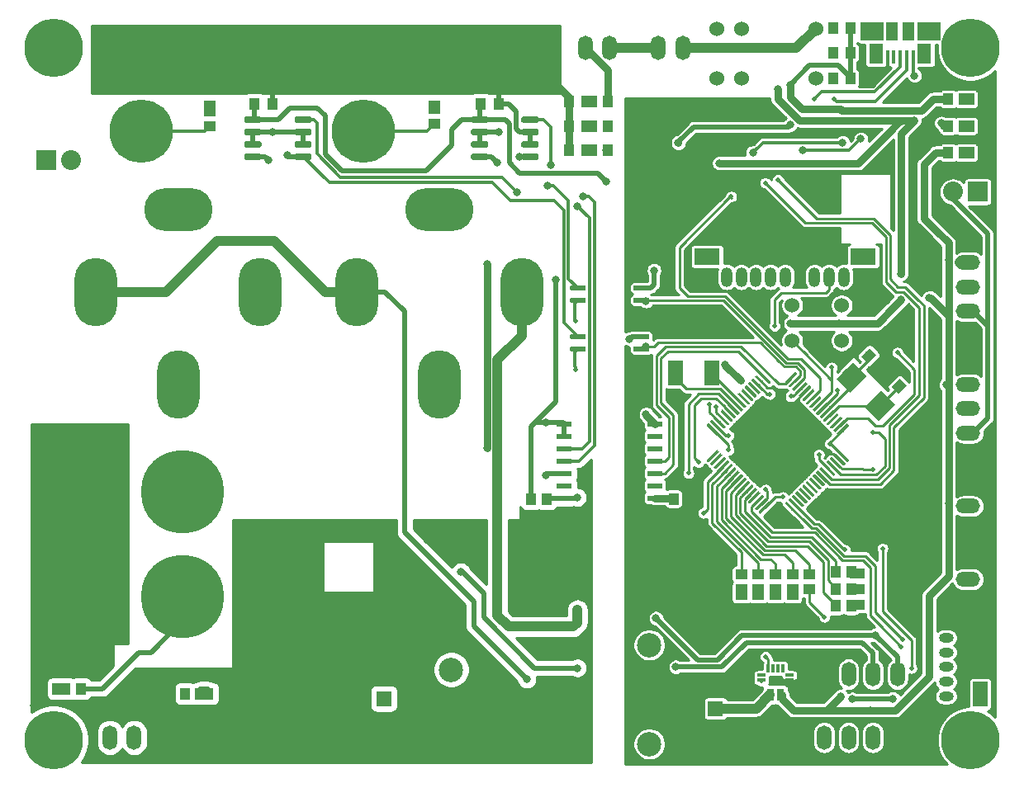
<source format=gbr>
G04 #@! TF.GenerationSoftware,KiCad,Pcbnew,(5.1.4)-1*
G04 #@! TF.CreationDate,2020-01-28T02:11:25+09:00*
G04 #@! TF.ProjectId,Electrocity_Manager_40W,456c6563-7472-46f6-9369-74795f4d616e,rev?*
G04 #@! TF.SameCoordinates,Original*
G04 #@! TF.FileFunction,Copper,L1,Top*
G04 #@! TF.FilePolarity,Positive*
%FSLAX46Y46*%
G04 Gerber Fmt 4.6, Leading zero omitted, Abs format (unit mm)*
G04 Created by KiCad (PCBNEW (5.1.4)-1) date 2020-01-28 02:11:25*
%MOMM*%
%LPD*%
G04 APERTURE LIST*
%ADD10C,1.524000*%
%ADD11C,1.000000*%
%ADD12C,0.100000*%
%ADD13C,2.000000*%
%ADD14R,1.000000X1.200000*%
%ADD15R,1.200000X1.000000*%
%ADD16C,6.500000*%
%ADD17R,2.032000X2.032000*%
%ADD18O,2.032000X2.032000*%
%ADD19O,2.500000X1.500000*%
%ADD20O,1.500000X2.500000*%
%ADD21C,8.500000*%
%ADD22R,1.500000X2.600000*%
%ADD23O,1.524000X1.000000*%
%ADD24C,4.500880*%
%ADD25R,1.500000X0.600000*%
%ADD26R,1.175000X1.900000*%
%ADD27R,2.375000X1.900000*%
%ADD28R,1.475000X2.100000*%
%ADD29R,0.450000X1.380000*%
%ADD30R,1.500000X1.000000*%
%ADD31O,1.200000X2.000000*%
%ADD32R,2.600000X1.700000*%
%ADD33C,0.300000*%
%ADD34C,0.550000*%
%ADD35C,0.600000*%
%ADD36C,2.500000*%
%ADD37O,4.400000X7.000000*%
%ADD38O,7.000000X4.400000*%
%ADD39R,0.400000X1.300000*%
%ADD40R,0.850000X0.300000*%
%ADD41R,0.300000X0.850000*%
%ADD42R,1.600000X1.600000*%
%ADD43C,1.600000*%
%ADD44C,6.000000*%
%ADD45C,0.800000*%
%ADD46C,0.500000*%
%ADD47C,0.250000*%
%ADD48C,0.300000*%
%ADD49C,1.000000*%
%ADD50C,0.800000*%
%ADD51C,0.500000*%
%ADD52C,0.254000*%
G04 APERTURE END LIST*
D10*
X131790000Y-127400000D03*
X129250000Y-127400000D03*
X126710000Y-127400000D03*
D11*
X134578249Y-132578249D03*
D12*
G36*
X133800432Y-132648960D02*
G01*
X134648960Y-131800432D01*
X135356066Y-132507538D01*
X134507538Y-133356066D01*
X133800432Y-132648960D01*
X133800432Y-132648960D01*
G37*
D11*
X135907609Y-133907609D03*
D12*
G36*
X135129792Y-133978320D02*
G01*
X135978320Y-133129792D01*
X136685426Y-133836898D01*
X135836898Y-134685426D01*
X135129792Y-133978320D01*
X135129792Y-133978320D01*
G37*
D13*
X132800431Y-134800431D03*
D12*
G36*
X134356066Y-134659010D02*
G01*
X132659010Y-136356066D01*
X131244796Y-134941852D01*
X132941852Y-133244796D01*
X134356066Y-134659010D01*
X134356066Y-134659010D01*
G37*
D13*
X135699569Y-137699569D03*
D12*
G36*
X137255204Y-137558148D02*
G01*
X135558148Y-139255204D01*
X134143934Y-137840990D01*
X135840990Y-136143934D01*
X137255204Y-137558148D01*
X137255204Y-137558148D01*
G37*
D14*
X131220000Y-156500000D03*
X132780000Y-156500000D03*
X132750000Y-158250000D03*
X131190000Y-158250000D03*
X132780000Y-154750000D03*
X131220000Y-154750000D03*
D15*
X123250000Y-158910000D03*
X123250000Y-157150000D03*
D16*
X82750000Y-102500000D03*
X82750000Y-109500000D03*
X60000000Y-109500000D03*
X60000000Y-102500000D03*
D14*
X116430000Y-147250000D03*
X114550000Y-147250000D03*
D17*
X145750000Y-115750000D03*
D18*
X143210000Y-115750000D03*
D19*
X144750000Y-128000000D03*
X144750000Y-125500000D03*
X144750000Y-123000000D03*
X144750000Y-120500000D03*
D20*
X59250000Y-171750000D03*
X56750000Y-171750000D03*
D21*
X53250000Y-157250000D03*
X64250000Y-157250000D03*
X64250000Y-146500000D03*
X53250000Y-146500000D03*
D22*
X146000000Y-161700000D03*
X146000000Y-167300000D03*
D23*
X142500000Y-160000000D03*
X142500000Y-161500000D03*
X142500000Y-163000000D03*
X142500000Y-164500000D03*
X142500000Y-166000000D03*
X142500000Y-167500000D03*
D11*
X137671751Y-135671751D03*
D12*
G36*
X138449568Y-135601040D02*
G01*
X137601040Y-136449568D01*
X136893934Y-135742462D01*
X137742462Y-134893934D01*
X138449568Y-135601040D01*
X138449568Y-135601040D01*
G37*
D11*
X136342391Y-134342391D03*
D12*
G36*
X137120208Y-134271680D02*
G01*
X136271680Y-135120208D01*
X135564574Y-134413102D01*
X136413102Y-133564574D01*
X137120208Y-134271680D01*
X137120208Y-134271680D01*
G37*
D14*
X144870000Y-111750000D03*
X146630000Y-111750000D03*
X146630000Y-109000000D03*
X144870000Y-109000000D03*
X144870000Y-106250000D03*
X146630000Y-106250000D03*
D15*
X121500000Y-157150000D03*
X121500000Y-158910000D03*
X125000000Y-157150000D03*
X125000000Y-158910000D03*
X126750000Y-158910000D03*
X126750000Y-157150000D03*
D14*
X51380000Y-166750000D03*
X49620000Y-166750000D03*
X66870000Y-167250000D03*
X68630000Y-167250000D03*
D15*
X67000000Y-105120000D03*
X67000000Y-106880000D03*
X90000000Y-106880000D03*
X90000000Y-105120000D03*
D14*
X103860000Y-108990000D03*
X105620000Y-108990000D03*
X103860000Y-106490000D03*
X105620000Y-106490000D03*
X103860000Y-111490000D03*
X105620000Y-111490000D03*
D17*
X50250000Y-112500000D03*
D18*
X52790000Y-112500000D03*
D20*
X137500000Y-165250000D03*
X135000000Y-165250000D03*
X132500000Y-165250000D03*
X130000000Y-165250000D03*
D19*
X144750000Y-153000000D03*
X144750000Y-155500000D03*
X144750000Y-148000000D03*
X144750000Y-145500000D03*
D20*
X108000000Y-101000000D03*
X105500000Y-101000000D03*
X113000000Y-101000000D03*
X115500000Y-101000000D03*
D24*
X99000000Y-101500000D03*
D14*
X142720000Y-111750000D03*
X144280000Y-111750000D03*
X144280000Y-109000000D03*
X142720000Y-109000000D03*
X142720000Y-106250000D03*
X144280000Y-106250000D03*
D15*
X121500000Y-156560000D03*
X121500000Y-155000000D03*
X123250000Y-155000000D03*
X123250000Y-156560000D03*
X125000000Y-156560000D03*
X125000000Y-155000000D03*
X126750000Y-155000000D03*
X126750000Y-156560000D03*
X128500000Y-156530000D03*
X128500000Y-154970000D03*
D14*
X101530000Y-147250000D03*
X99970000Y-147250000D03*
X52220000Y-166750000D03*
X53780000Y-166750000D03*
X64470000Y-167250000D03*
X66030000Y-167250000D03*
D15*
X67000000Y-107470000D03*
X67000000Y-109030000D03*
X90000000Y-108780000D03*
X90000000Y-107220000D03*
D14*
X106220000Y-108990000D03*
X107780000Y-108990000D03*
X107780000Y-106490000D03*
X106220000Y-106490000D03*
X107780000Y-111490000D03*
X106220000Y-111490000D03*
D19*
X144750000Y-140500000D03*
X144750000Y-138000000D03*
X144750000Y-135500000D03*
X144750000Y-133000000D03*
D25*
X103350000Y-139555000D03*
X103350000Y-140825000D03*
X103350000Y-142095000D03*
X103350000Y-143365000D03*
X103350000Y-144635000D03*
X103350000Y-145905000D03*
X103350000Y-147175000D03*
X103350000Y-148445000D03*
X112650000Y-148445000D03*
X112650000Y-147175000D03*
X112650000Y-145905000D03*
X112650000Y-144635000D03*
X112650000Y-143365000D03*
X112650000Y-142095000D03*
X112650000Y-140825000D03*
X112650000Y-139555000D03*
D20*
X130000000Y-171750000D03*
X132500000Y-171750000D03*
X135000000Y-171750000D03*
X137500000Y-171750000D03*
D14*
X130920000Y-104100000D03*
X132680000Y-104100000D03*
X132680000Y-101500000D03*
X130920000Y-101500000D03*
X130920000Y-98950000D03*
X132680000Y-98950000D03*
D10*
X129160000Y-99000000D03*
X129160000Y-104080000D03*
X121540000Y-99000000D03*
X121540000Y-104080000D03*
X119000000Y-104080000D03*
X119000000Y-99000000D03*
D26*
X136960000Y-99250000D03*
X138640000Y-99250000D03*
D27*
X134890000Y-99250000D03*
X140710000Y-99250000D03*
D28*
X135337500Y-101550000D03*
X140262500Y-101550000D03*
D29*
X136500000Y-101910000D03*
X137150000Y-101910000D03*
X137800000Y-101910000D03*
X138450000Y-101910000D03*
X139100000Y-101910000D03*
D10*
X131790000Y-131000000D03*
X129250000Y-131000000D03*
X126710000Y-131000000D03*
D22*
X114750000Y-134300000D03*
X114750000Y-128700000D03*
X118500000Y-128700000D03*
X118500000Y-134300000D03*
D30*
X138400000Y-154900000D03*
X138400000Y-156500000D03*
X138400000Y-158100000D03*
X133400000Y-158100000D03*
X133400000Y-156500000D03*
X133400000Y-154900000D03*
D31*
X132000000Y-124500000D03*
X130500000Y-124500000D03*
X129000000Y-124500000D03*
X127500000Y-124500000D03*
X126000000Y-124500000D03*
X124500000Y-124500000D03*
X123000000Y-124500000D03*
X121500000Y-124500000D03*
X120000000Y-124500000D03*
D32*
X134000000Y-122400000D03*
X118000000Y-122400000D03*
D12*
G36*
X132363774Y-139516172D02*
G01*
X132371055Y-139517252D01*
X132378194Y-139519040D01*
X132385124Y-139521520D01*
X132391778Y-139524667D01*
X132398091Y-139528451D01*
X132404002Y-139532835D01*
X132409456Y-139537778D01*
X132515522Y-139643844D01*
X132520465Y-139649298D01*
X132524849Y-139655209D01*
X132528633Y-139661522D01*
X132531780Y-139668176D01*
X132534260Y-139675106D01*
X132536048Y-139682245D01*
X132537128Y-139689526D01*
X132537489Y-139696877D01*
X132537128Y-139704228D01*
X132536048Y-139711509D01*
X132534260Y-139718648D01*
X132531780Y-139725578D01*
X132528633Y-139732232D01*
X132524849Y-139738545D01*
X132520465Y-139744456D01*
X132515522Y-139749910D01*
X131525572Y-140739860D01*
X131520118Y-140744803D01*
X131514207Y-140749187D01*
X131507894Y-140752971D01*
X131501240Y-140756118D01*
X131494310Y-140758598D01*
X131487171Y-140760386D01*
X131479890Y-140761466D01*
X131472539Y-140761827D01*
X131465188Y-140761466D01*
X131457907Y-140760386D01*
X131450768Y-140758598D01*
X131443838Y-140756118D01*
X131437184Y-140752971D01*
X131430871Y-140749187D01*
X131424960Y-140744803D01*
X131419506Y-140739860D01*
X131313440Y-140633794D01*
X131308497Y-140628340D01*
X131304113Y-140622429D01*
X131300329Y-140616116D01*
X131297182Y-140609462D01*
X131294702Y-140602532D01*
X131292914Y-140595393D01*
X131291834Y-140588112D01*
X131291473Y-140580761D01*
X131291834Y-140573410D01*
X131292914Y-140566129D01*
X131294702Y-140558990D01*
X131297182Y-140552060D01*
X131300329Y-140545406D01*
X131304113Y-140539093D01*
X131308497Y-140533182D01*
X131313440Y-140527728D01*
X132303390Y-139537778D01*
X132308844Y-139532835D01*
X132314755Y-139528451D01*
X132321068Y-139524667D01*
X132327722Y-139521520D01*
X132334652Y-139519040D01*
X132341791Y-139517252D01*
X132349072Y-139516172D01*
X132356423Y-139515811D01*
X132363774Y-139516172D01*
X132363774Y-139516172D01*
G37*
D33*
X131914481Y-140138819D03*
D12*
G36*
X132010221Y-139162619D02*
G01*
X132017502Y-139163699D01*
X132024641Y-139165487D01*
X132031571Y-139167967D01*
X132038225Y-139171114D01*
X132044538Y-139174898D01*
X132050449Y-139179282D01*
X132055903Y-139184225D01*
X132161969Y-139290291D01*
X132166912Y-139295745D01*
X132171296Y-139301656D01*
X132175080Y-139307969D01*
X132178227Y-139314623D01*
X132180707Y-139321553D01*
X132182495Y-139328692D01*
X132183575Y-139335973D01*
X132183936Y-139343324D01*
X132183575Y-139350675D01*
X132182495Y-139357956D01*
X132180707Y-139365095D01*
X132178227Y-139372025D01*
X132175080Y-139378679D01*
X132171296Y-139384992D01*
X132166912Y-139390903D01*
X132161969Y-139396357D01*
X131172019Y-140386307D01*
X131166565Y-140391250D01*
X131160654Y-140395634D01*
X131154341Y-140399418D01*
X131147687Y-140402565D01*
X131140757Y-140405045D01*
X131133618Y-140406833D01*
X131126337Y-140407913D01*
X131118986Y-140408274D01*
X131111635Y-140407913D01*
X131104354Y-140406833D01*
X131097215Y-140405045D01*
X131090285Y-140402565D01*
X131083631Y-140399418D01*
X131077318Y-140395634D01*
X131071407Y-140391250D01*
X131065953Y-140386307D01*
X130959887Y-140280241D01*
X130954944Y-140274787D01*
X130950560Y-140268876D01*
X130946776Y-140262563D01*
X130943629Y-140255909D01*
X130941149Y-140248979D01*
X130939361Y-140241840D01*
X130938281Y-140234559D01*
X130937920Y-140227208D01*
X130938281Y-140219857D01*
X130939361Y-140212576D01*
X130941149Y-140205437D01*
X130943629Y-140198507D01*
X130946776Y-140191853D01*
X130950560Y-140185540D01*
X130954944Y-140179629D01*
X130959887Y-140174175D01*
X131949837Y-139184225D01*
X131955291Y-139179282D01*
X131961202Y-139174898D01*
X131967515Y-139171114D01*
X131974169Y-139167967D01*
X131981099Y-139165487D01*
X131988238Y-139163699D01*
X131995519Y-139162619D01*
X132002870Y-139162258D01*
X132010221Y-139162619D01*
X132010221Y-139162619D01*
G37*
D33*
X131560928Y-139785266D03*
D12*
G36*
X131656668Y-138809066D02*
G01*
X131663949Y-138810146D01*
X131671088Y-138811934D01*
X131678018Y-138814414D01*
X131684672Y-138817561D01*
X131690985Y-138821345D01*
X131696896Y-138825729D01*
X131702350Y-138830672D01*
X131808416Y-138936738D01*
X131813359Y-138942192D01*
X131817743Y-138948103D01*
X131821527Y-138954416D01*
X131824674Y-138961070D01*
X131827154Y-138968000D01*
X131828942Y-138975139D01*
X131830022Y-138982420D01*
X131830383Y-138989771D01*
X131830022Y-138997122D01*
X131828942Y-139004403D01*
X131827154Y-139011542D01*
X131824674Y-139018472D01*
X131821527Y-139025126D01*
X131817743Y-139031439D01*
X131813359Y-139037350D01*
X131808416Y-139042804D01*
X130818466Y-140032754D01*
X130813012Y-140037697D01*
X130807101Y-140042081D01*
X130800788Y-140045865D01*
X130794134Y-140049012D01*
X130787204Y-140051492D01*
X130780065Y-140053280D01*
X130772784Y-140054360D01*
X130765433Y-140054721D01*
X130758082Y-140054360D01*
X130750801Y-140053280D01*
X130743662Y-140051492D01*
X130736732Y-140049012D01*
X130730078Y-140045865D01*
X130723765Y-140042081D01*
X130717854Y-140037697D01*
X130712400Y-140032754D01*
X130606334Y-139926688D01*
X130601391Y-139921234D01*
X130597007Y-139915323D01*
X130593223Y-139909010D01*
X130590076Y-139902356D01*
X130587596Y-139895426D01*
X130585808Y-139888287D01*
X130584728Y-139881006D01*
X130584367Y-139873655D01*
X130584728Y-139866304D01*
X130585808Y-139859023D01*
X130587596Y-139851884D01*
X130590076Y-139844954D01*
X130593223Y-139838300D01*
X130597007Y-139831987D01*
X130601391Y-139826076D01*
X130606334Y-139820622D01*
X131596284Y-138830672D01*
X131601738Y-138825729D01*
X131607649Y-138821345D01*
X131613962Y-138817561D01*
X131620616Y-138814414D01*
X131627546Y-138811934D01*
X131634685Y-138810146D01*
X131641966Y-138809066D01*
X131649317Y-138808705D01*
X131656668Y-138809066D01*
X131656668Y-138809066D01*
G37*
D33*
X131207375Y-139431713D03*
D12*
G36*
X131303114Y-138455512D02*
G01*
X131310395Y-138456592D01*
X131317534Y-138458380D01*
X131324464Y-138460860D01*
X131331118Y-138464007D01*
X131337431Y-138467791D01*
X131343342Y-138472175D01*
X131348796Y-138477118D01*
X131454862Y-138583184D01*
X131459805Y-138588638D01*
X131464189Y-138594549D01*
X131467973Y-138600862D01*
X131471120Y-138607516D01*
X131473600Y-138614446D01*
X131475388Y-138621585D01*
X131476468Y-138628866D01*
X131476829Y-138636217D01*
X131476468Y-138643568D01*
X131475388Y-138650849D01*
X131473600Y-138657988D01*
X131471120Y-138664918D01*
X131467973Y-138671572D01*
X131464189Y-138677885D01*
X131459805Y-138683796D01*
X131454862Y-138689250D01*
X130464912Y-139679200D01*
X130459458Y-139684143D01*
X130453547Y-139688527D01*
X130447234Y-139692311D01*
X130440580Y-139695458D01*
X130433650Y-139697938D01*
X130426511Y-139699726D01*
X130419230Y-139700806D01*
X130411879Y-139701167D01*
X130404528Y-139700806D01*
X130397247Y-139699726D01*
X130390108Y-139697938D01*
X130383178Y-139695458D01*
X130376524Y-139692311D01*
X130370211Y-139688527D01*
X130364300Y-139684143D01*
X130358846Y-139679200D01*
X130252780Y-139573134D01*
X130247837Y-139567680D01*
X130243453Y-139561769D01*
X130239669Y-139555456D01*
X130236522Y-139548802D01*
X130234042Y-139541872D01*
X130232254Y-139534733D01*
X130231174Y-139527452D01*
X130230813Y-139520101D01*
X130231174Y-139512750D01*
X130232254Y-139505469D01*
X130234042Y-139498330D01*
X130236522Y-139491400D01*
X130239669Y-139484746D01*
X130243453Y-139478433D01*
X130247837Y-139472522D01*
X130252780Y-139467068D01*
X131242730Y-138477118D01*
X131248184Y-138472175D01*
X131254095Y-138467791D01*
X131260408Y-138464007D01*
X131267062Y-138460860D01*
X131273992Y-138458380D01*
X131281131Y-138456592D01*
X131288412Y-138455512D01*
X131295763Y-138455151D01*
X131303114Y-138455512D01*
X131303114Y-138455512D01*
G37*
D33*
X130853821Y-139078159D03*
D12*
G36*
X130949561Y-138101959D02*
G01*
X130956842Y-138103039D01*
X130963981Y-138104827D01*
X130970911Y-138107307D01*
X130977565Y-138110454D01*
X130983878Y-138114238D01*
X130989789Y-138118622D01*
X130995243Y-138123565D01*
X131101309Y-138229631D01*
X131106252Y-138235085D01*
X131110636Y-138240996D01*
X131114420Y-138247309D01*
X131117567Y-138253963D01*
X131120047Y-138260893D01*
X131121835Y-138268032D01*
X131122915Y-138275313D01*
X131123276Y-138282664D01*
X131122915Y-138290015D01*
X131121835Y-138297296D01*
X131120047Y-138304435D01*
X131117567Y-138311365D01*
X131114420Y-138318019D01*
X131110636Y-138324332D01*
X131106252Y-138330243D01*
X131101309Y-138335697D01*
X130111359Y-139325647D01*
X130105905Y-139330590D01*
X130099994Y-139334974D01*
X130093681Y-139338758D01*
X130087027Y-139341905D01*
X130080097Y-139344385D01*
X130072958Y-139346173D01*
X130065677Y-139347253D01*
X130058326Y-139347614D01*
X130050975Y-139347253D01*
X130043694Y-139346173D01*
X130036555Y-139344385D01*
X130029625Y-139341905D01*
X130022971Y-139338758D01*
X130016658Y-139334974D01*
X130010747Y-139330590D01*
X130005293Y-139325647D01*
X129899227Y-139219581D01*
X129894284Y-139214127D01*
X129889900Y-139208216D01*
X129886116Y-139201903D01*
X129882969Y-139195249D01*
X129880489Y-139188319D01*
X129878701Y-139181180D01*
X129877621Y-139173899D01*
X129877260Y-139166548D01*
X129877621Y-139159197D01*
X129878701Y-139151916D01*
X129880489Y-139144777D01*
X129882969Y-139137847D01*
X129886116Y-139131193D01*
X129889900Y-139124880D01*
X129894284Y-139118969D01*
X129899227Y-139113515D01*
X130889177Y-138123565D01*
X130894631Y-138118622D01*
X130900542Y-138114238D01*
X130906855Y-138110454D01*
X130913509Y-138107307D01*
X130920439Y-138104827D01*
X130927578Y-138103039D01*
X130934859Y-138101959D01*
X130942210Y-138101598D01*
X130949561Y-138101959D01*
X130949561Y-138101959D01*
G37*
D33*
X130500268Y-138724606D03*
D12*
G36*
X130596007Y-137748405D02*
G01*
X130603288Y-137749485D01*
X130610427Y-137751273D01*
X130617357Y-137753753D01*
X130624011Y-137756900D01*
X130630324Y-137760684D01*
X130636235Y-137765068D01*
X130641689Y-137770011D01*
X130747755Y-137876077D01*
X130752698Y-137881531D01*
X130757082Y-137887442D01*
X130760866Y-137893755D01*
X130764013Y-137900409D01*
X130766493Y-137907339D01*
X130768281Y-137914478D01*
X130769361Y-137921759D01*
X130769722Y-137929110D01*
X130769361Y-137936461D01*
X130768281Y-137943742D01*
X130766493Y-137950881D01*
X130764013Y-137957811D01*
X130760866Y-137964465D01*
X130757082Y-137970778D01*
X130752698Y-137976689D01*
X130747755Y-137982143D01*
X129757805Y-138972093D01*
X129752351Y-138977036D01*
X129746440Y-138981420D01*
X129740127Y-138985204D01*
X129733473Y-138988351D01*
X129726543Y-138990831D01*
X129719404Y-138992619D01*
X129712123Y-138993699D01*
X129704772Y-138994060D01*
X129697421Y-138993699D01*
X129690140Y-138992619D01*
X129683001Y-138990831D01*
X129676071Y-138988351D01*
X129669417Y-138985204D01*
X129663104Y-138981420D01*
X129657193Y-138977036D01*
X129651739Y-138972093D01*
X129545673Y-138866027D01*
X129540730Y-138860573D01*
X129536346Y-138854662D01*
X129532562Y-138848349D01*
X129529415Y-138841695D01*
X129526935Y-138834765D01*
X129525147Y-138827626D01*
X129524067Y-138820345D01*
X129523706Y-138812994D01*
X129524067Y-138805643D01*
X129525147Y-138798362D01*
X129526935Y-138791223D01*
X129529415Y-138784293D01*
X129532562Y-138777639D01*
X129536346Y-138771326D01*
X129540730Y-138765415D01*
X129545673Y-138759961D01*
X130535623Y-137770011D01*
X130541077Y-137765068D01*
X130546988Y-137760684D01*
X130553301Y-137756900D01*
X130559955Y-137753753D01*
X130566885Y-137751273D01*
X130574024Y-137749485D01*
X130581305Y-137748405D01*
X130588656Y-137748044D01*
X130596007Y-137748405D01*
X130596007Y-137748405D01*
G37*
D33*
X130146714Y-138371052D03*
D12*
G36*
X130242454Y-137394852D02*
G01*
X130249735Y-137395932D01*
X130256874Y-137397720D01*
X130263804Y-137400200D01*
X130270458Y-137403347D01*
X130276771Y-137407131D01*
X130282682Y-137411515D01*
X130288136Y-137416458D01*
X130394202Y-137522524D01*
X130399145Y-137527978D01*
X130403529Y-137533889D01*
X130407313Y-137540202D01*
X130410460Y-137546856D01*
X130412940Y-137553786D01*
X130414728Y-137560925D01*
X130415808Y-137568206D01*
X130416169Y-137575557D01*
X130415808Y-137582908D01*
X130414728Y-137590189D01*
X130412940Y-137597328D01*
X130410460Y-137604258D01*
X130407313Y-137610912D01*
X130403529Y-137617225D01*
X130399145Y-137623136D01*
X130394202Y-137628590D01*
X129404252Y-138618540D01*
X129398798Y-138623483D01*
X129392887Y-138627867D01*
X129386574Y-138631651D01*
X129379920Y-138634798D01*
X129372990Y-138637278D01*
X129365851Y-138639066D01*
X129358570Y-138640146D01*
X129351219Y-138640507D01*
X129343868Y-138640146D01*
X129336587Y-138639066D01*
X129329448Y-138637278D01*
X129322518Y-138634798D01*
X129315864Y-138631651D01*
X129309551Y-138627867D01*
X129303640Y-138623483D01*
X129298186Y-138618540D01*
X129192120Y-138512474D01*
X129187177Y-138507020D01*
X129182793Y-138501109D01*
X129179009Y-138494796D01*
X129175862Y-138488142D01*
X129173382Y-138481212D01*
X129171594Y-138474073D01*
X129170514Y-138466792D01*
X129170153Y-138459441D01*
X129170514Y-138452090D01*
X129171594Y-138444809D01*
X129173382Y-138437670D01*
X129175862Y-138430740D01*
X129179009Y-138424086D01*
X129182793Y-138417773D01*
X129187177Y-138411862D01*
X129192120Y-138406408D01*
X130182070Y-137416458D01*
X130187524Y-137411515D01*
X130193435Y-137407131D01*
X130199748Y-137403347D01*
X130206402Y-137400200D01*
X130213332Y-137397720D01*
X130220471Y-137395932D01*
X130227752Y-137394852D01*
X130235103Y-137394491D01*
X130242454Y-137394852D01*
X130242454Y-137394852D01*
G37*
D33*
X129793161Y-138017499D03*
D12*
G36*
X129888901Y-137041299D02*
G01*
X129896182Y-137042379D01*
X129903321Y-137044167D01*
X129910251Y-137046647D01*
X129916905Y-137049794D01*
X129923218Y-137053578D01*
X129929129Y-137057962D01*
X129934583Y-137062905D01*
X130040649Y-137168971D01*
X130045592Y-137174425D01*
X130049976Y-137180336D01*
X130053760Y-137186649D01*
X130056907Y-137193303D01*
X130059387Y-137200233D01*
X130061175Y-137207372D01*
X130062255Y-137214653D01*
X130062616Y-137222004D01*
X130062255Y-137229355D01*
X130061175Y-137236636D01*
X130059387Y-137243775D01*
X130056907Y-137250705D01*
X130053760Y-137257359D01*
X130049976Y-137263672D01*
X130045592Y-137269583D01*
X130040649Y-137275037D01*
X129050699Y-138264987D01*
X129045245Y-138269930D01*
X129039334Y-138274314D01*
X129033021Y-138278098D01*
X129026367Y-138281245D01*
X129019437Y-138283725D01*
X129012298Y-138285513D01*
X129005017Y-138286593D01*
X128997666Y-138286954D01*
X128990315Y-138286593D01*
X128983034Y-138285513D01*
X128975895Y-138283725D01*
X128968965Y-138281245D01*
X128962311Y-138278098D01*
X128955998Y-138274314D01*
X128950087Y-138269930D01*
X128944633Y-138264987D01*
X128838567Y-138158921D01*
X128833624Y-138153467D01*
X128829240Y-138147556D01*
X128825456Y-138141243D01*
X128822309Y-138134589D01*
X128819829Y-138127659D01*
X128818041Y-138120520D01*
X128816961Y-138113239D01*
X128816600Y-138105888D01*
X128816961Y-138098537D01*
X128818041Y-138091256D01*
X128819829Y-138084117D01*
X128822309Y-138077187D01*
X128825456Y-138070533D01*
X128829240Y-138064220D01*
X128833624Y-138058309D01*
X128838567Y-138052855D01*
X129828517Y-137062905D01*
X129833971Y-137057962D01*
X129839882Y-137053578D01*
X129846195Y-137049794D01*
X129852849Y-137046647D01*
X129859779Y-137044167D01*
X129866918Y-137042379D01*
X129874199Y-137041299D01*
X129881550Y-137040938D01*
X129888901Y-137041299D01*
X129888901Y-137041299D01*
G37*
D33*
X129439608Y-137663946D03*
D12*
G36*
X129535347Y-136687745D02*
G01*
X129542628Y-136688825D01*
X129549767Y-136690613D01*
X129556697Y-136693093D01*
X129563351Y-136696240D01*
X129569664Y-136700024D01*
X129575575Y-136704408D01*
X129581029Y-136709351D01*
X129687095Y-136815417D01*
X129692038Y-136820871D01*
X129696422Y-136826782D01*
X129700206Y-136833095D01*
X129703353Y-136839749D01*
X129705833Y-136846679D01*
X129707621Y-136853818D01*
X129708701Y-136861099D01*
X129709062Y-136868450D01*
X129708701Y-136875801D01*
X129707621Y-136883082D01*
X129705833Y-136890221D01*
X129703353Y-136897151D01*
X129700206Y-136903805D01*
X129696422Y-136910118D01*
X129692038Y-136916029D01*
X129687095Y-136921483D01*
X128697145Y-137911433D01*
X128691691Y-137916376D01*
X128685780Y-137920760D01*
X128679467Y-137924544D01*
X128672813Y-137927691D01*
X128665883Y-137930171D01*
X128658744Y-137931959D01*
X128651463Y-137933039D01*
X128644112Y-137933400D01*
X128636761Y-137933039D01*
X128629480Y-137931959D01*
X128622341Y-137930171D01*
X128615411Y-137927691D01*
X128608757Y-137924544D01*
X128602444Y-137920760D01*
X128596533Y-137916376D01*
X128591079Y-137911433D01*
X128485013Y-137805367D01*
X128480070Y-137799913D01*
X128475686Y-137794002D01*
X128471902Y-137787689D01*
X128468755Y-137781035D01*
X128466275Y-137774105D01*
X128464487Y-137766966D01*
X128463407Y-137759685D01*
X128463046Y-137752334D01*
X128463407Y-137744983D01*
X128464487Y-137737702D01*
X128466275Y-137730563D01*
X128468755Y-137723633D01*
X128471902Y-137716979D01*
X128475686Y-137710666D01*
X128480070Y-137704755D01*
X128485013Y-137699301D01*
X129474963Y-136709351D01*
X129480417Y-136704408D01*
X129486328Y-136700024D01*
X129492641Y-136696240D01*
X129499295Y-136693093D01*
X129506225Y-136690613D01*
X129513364Y-136688825D01*
X129520645Y-136687745D01*
X129527996Y-136687384D01*
X129535347Y-136687745D01*
X129535347Y-136687745D01*
G37*
D33*
X129086054Y-137310392D03*
D12*
G36*
X129181794Y-136334192D02*
G01*
X129189075Y-136335272D01*
X129196214Y-136337060D01*
X129203144Y-136339540D01*
X129209798Y-136342687D01*
X129216111Y-136346471D01*
X129222022Y-136350855D01*
X129227476Y-136355798D01*
X129333542Y-136461864D01*
X129338485Y-136467318D01*
X129342869Y-136473229D01*
X129346653Y-136479542D01*
X129349800Y-136486196D01*
X129352280Y-136493126D01*
X129354068Y-136500265D01*
X129355148Y-136507546D01*
X129355509Y-136514897D01*
X129355148Y-136522248D01*
X129354068Y-136529529D01*
X129352280Y-136536668D01*
X129349800Y-136543598D01*
X129346653Y-136550252D01*
X129342869Y-136556565D01*
X129338485Y-136562476D01*
X129333542Y-136567930D01*
X128343592Y-137557880D01*
X128338138Y-137562823D01*
X128332227Y-137567207D01*
X128325914Y-137570991D01*
X128319260Y-137574138D01*
X128312330Y-137576618D01*
X128305191Y-137578406D01*
X128297910Y-137579486D01*
X128290559Y-137579847D01*
X128283208Y-137579486D01*
X128275927Y-137578406D01*
X128268788Y-137576618D01*
X128261858Y-137574138D01*
X128255204Y-137570991D01*
X128248891Y-137567207D01*
X128242980Y-137562823D01*
X128237526Y-137557880D01*
X128131460Y-137451814D01*
X128126517Y-137446360D01*
X128122133Y-137440449D01*
X128118349Y-137434136D01*
X128115202Y-137427482D01*
X128112722Y-137420552D01*
X128110934Y-137413413D01*
X128109854Y-137406132D01*
X128109493Y-137398781D01*
X128109854Y-137391430D01*
X128110934Y-137384149D01*
X128112722Y-137377010D01*
X128115202Y-137370080D01*
X128118349Y-137363426D01*
X128122133Y-137357113D01*
X128126517Y-137351202D01*
X128131460Y-137345748D01*
X129121410Y-136355798D01*
X129126864Y-136350855D01*
X129132775Y-136346471D01*
X129139088Y-136342687D01*
X129145742Y-136339540D01*
X129152672Y-136337060D01*
X129159811Y-136335272D01*
X129167092Y-136334192D01*
X129174443Y-136333831D01*
X129181794Y-136334192D01*
X129181794Y-136334192D01*
G37*
D33*
X128732501Y-136956839D03*
D12*
G36*
X128828241Y-135980639D02*
G01*
X128835522Y-135981719D01*
X128842661Y-135983507D01*
X128849591Y-135985987D01*
X128856245Y-135989134D01*
X128862558Y-135992918D01*
X128868469Y-135997302D01*
X128873923Y-136002245D01*
X128979989Y-136108311D01*
X128984932Y-136113765D01*
X128989316Y-136119676D01*
X128993100Y-136125989D01*
X128996247Y-136132643D01*
X128998727Y-136139573D01*
X129000515Y-136146712D01*
X129001595Y-136153993D01*
X129001956Y-136161344D01*
X129001595Y-136168695D01*
X129000515Y-136175976D01*
X128998727Y-136183115D01*
X128996247Y-136190045D01*
X128993100Y-136196699D01*
X128989316Y-136203012D01*
X128984932Y-136208923D01*
X128979989Y-136214377D01*
X127990039Y-137204327D01*
X127984585Y-137209270D01*
X127978674Y-137213654D01*
X127972361Y-137217438D01*
X127965707Y-137220585D01*
X127958777Y-137223065D01*
X127951638Y-137224853D01*
X127944357Y-137225933D01*
X127937006Y-137226294D01*
X127929655Y-137225933D01*
X127922374Y-137224853D01*
X127915235Y-137223065D01*
X127908305Y-137220585D01*
X127901651Y-137217438D01*
X127895338Y-137213654D01*
X127889427Y-137209270D01*
X127883973Y-137204327D01*
X127777907Y-137098261D01*
X127772964Y-137092807D01*
X127768580Y-137086896D01*
X127764796Y-137080583D01*
X127761649Y-137073929D01*
X127759169Y-137066999D01*
X127757381Y-137059860D01*
X127756301Y-137052579D01*
X127755940Y-137045228D01*
X127756301Y-137037877D01*
X127757381Y-137030596D01*
X127759169Y-137023457D01*
X127761649Y-137016527D01*
X127764796Y-137009873D01*
X127768580Y-137003560D01*
X127772964Y-136997649D01*
X127777907Y-136992195D01*
X128767857Y-136002245D01*
X128773311Y-135997302D01*
X128779222Y-135992918D01*
X128785535Y-135989134D01*
X128792189Y-135985987D01*
X128799119Y-135983507D01*
X128806258Y-135981719D01*
X128813539Y-135980639D01*
X128820890Y-135980278D01*
X128828241Y-135980639D01*
X128828241Y-135980639D01*
G37*
D33*
X128378948Y-136603286D03*
D12*
G36*
X128474687Y-135627085D02*
G01*
X128481968Y-135628165D01*
X128489107Y-135629953D01*
X128496037Y-135632433D01*
X128502691Y-135635580D01*
X128509004Y-135639364D01*
X128514915Y-135643748D01*
X128520369Y-135648691D01*
X128626435Y-135754757D01*
X128631378Y-135760211D01*
X128635762Y-135766122D01*
X128639546Y-135772435D01*
X128642693Y-135779089D01*
X128645173Y-135786019D01*
X128646961Y-135793158D01*
X128648041Y-135800439D01*
X128648402Y-135807790D01*
X128648041Y-135815141D01*
X128646961Y-135822422D01*
X128645173Y-135829561D01*
X128642693Y-135836491D01*
X128639546Y-135843145D01*
X128635762Y-135849458D01*
X128631378Y-135855369D01*
X128626435Y-135860823D01*
X127636485Y-136850773D01*
X127631031Y-136855716D01*
X127625120Y-136860100D01*
X127618807Y-136863884D01*
X127612153Y-136867031D01*
X127605223Y-136869511D01*
X127598084Y-136871299D01*
X127590803Y-136872379D01*
X127583452Y-136872740D01*
X127576101Y-136872379D01*
X127568820Y-136871299D01*
X127561681Y-136869511D01*
X127554751Y-136867031D01*
X127548097Y-136863884D01*
X127541784Y-136860100D01*
X127535873Y-136855716D01*
X127530419Y-136850773D01*
X127424353Y-136744707D01*
X127419410Y-136739253D01*
X127415026Y-136733342D01*
X127411242Y-136727029D01*
X127408095Y-136720375D01*
X127405615Y-136713445D01*
X127403827Y-136706306D01*
X127402747Y-136699025D01*
X127402386Y-136691674D01*
X127402747Y-136684323D01*
X127403827Y-136677042D01*
X127405615Y-136669903D01*
X127408095Y-136662973D01*
X127411242Y-136656319D01*
X127415026Y-136650006D01*
X127419410Y-136644095D01*
X127424353Y-136638641D01*
X128414303Y-135648691D01*
X128419757Y-135643748D01*
X128425668Y-135639364D01*
X128431981Y-135635580D01*
X128438635Y-135632433D01*
X128445565Y-135629953D01*
X128452704Y-135628165D01*
X128459985Y-135627085D01*
X128467336Y-135626724D01*
X128474687Y-135627085D01*
X128474687Y-135627085D01*
G37*
D33*
X128025394Y-136249732D03*
D12*
G36*
X128121134Y-135273532D02*
G01*
X128128415Y-135274612D01*
X128135554Y-135276400D01*
X128142484Y-135278880D01*
X128149138Y-135282027D01*
X128155451Y-135285811D01*
X128161362Y-135290195D01*
X128166816Y-135295138D01*
X128272882Y-135401204D01*
X128277825Y-135406658D01*
X128282209Y-135412569D01*
X128285993Y-135418882D01*
X128289140Y-135425536D01*
X128291620Y-135432466D01*
X128293408Y-135439605D01*
X128294488Y-135446886D01*
X128294849Y-135454237D01*
X128294488Y-135461588D01*
X128293408Y-135468869D01*
X128291620Y-135476008D01*
X128289140Y-135482938D01*
X128285993Y-135489592D01*
X128282209Y-135495905D01*
X128277825Y-135501816D01*
X128272882Y-135507270D01*
X127282932Y-136497220D01*
X127277478Y-136502163D01*
X127271567Y-136506547D01*
X127265254Y-136510331D01*
X127258600Y-136513478D01*
X127251670Y-136515958D01*
X127244531Y-136517746D01*
X127237250Y-136518826D01*
X127229899Y-136519187D01*
X127222548Y-136518826D01*
X127215267Y-136517746D01*
X127208128Y-136515958D01*
X127201198Y-136513478D01*
X127194544Y-136510331D01*
X127188231Y-136506547D01*
X127182320Y-136502163D01*
X127176866Y-136497220D01*
X127070800Y-136391154D01*
X127065857Y-136385700D01*
X127061473Y-136379789D01*
X127057689Y-136373476D01*
X127054542Y-136366822D01*
X127052062Y-136359892D01*
X127050274Y-136352753D01*
X127049194Y-136345472D01*
X127048833Y-136338121D01*
X127049194Y-136330770D01*
X127050274Y-136323489D01*
X127052062Y-136316350D01*
X127054542Y-136309420D01*
X127057689Y-136302766D01*
X127061473Y-136296453D01*
X127065857Y-136290542D01*
X127070800Y-136285088D01*
X128060750Y-135295138D01*
X128066204Y-135290195D01*
X128072115Y-135285811D01*
X128078428Y-135282027D01*
X128085082Y-135278880D01*
X128092012Y-135276400D01*
X128099151Y-135274612D01*
X128106432Y-135273532D01*
X128113783Y-135273171D01*
X128121134Y-135273532D01*
X128121134Y-135273532D01*
G37*
D33*
X127671841Y-135896179D03*
D12*
G36*
X127767580Y-134919978D02*
G01*
X127774861Y-134921058D01*
X127782000Y-134922846D01*
X127788930Y-134925326D01*
X127795584Y-134928473D01*
X127801897Y-134932257D01*
X127807808Y-134936641D01*
X127813262Y-134941584D01*
X127919328Y-135047650D01*
X127924271Y-135053104D01*
X127928655Y-135059015D01*
X127932439Y-135065328D01*
X127935586Y-135071982D01*
X127938066Y-135078912D01*
X127939854Y-135086051D01*
X127940934Y-135093332D01*
X127941295Y-135100683D01*
X127940934Y-135108034D01*
X127939854Y-135115315D01*
X127938066Y-135122454D01*
X127935586Y-135129384D01*
X127932439Y-135136038D01*
X127928655Y-135142351D01*
X127924271Y-135148262D01*
X127919328Y-135153716D01*
X126929378Y-136143666D01*
X126923924Y-136148609D01*
X126918013Y-136152993D01*
X126911700Y-136156777D01*
X126905046Y-136159924D01*
X126898116Y-136162404D01*
X126890977Y-136164192D01*
X126883696Y-136165272D01*
X126876345Y-136165633D01*
X126868994Y-136165272D01*
X126861713Y-136164192D01*
X126854574Y-136162404D01*
X126847644Y-136159924D01*
X126840990Y-136156777D01*
X126834677Y-136152993D01*
X126828766Y-136148609D01*
X126823312Y-136143666D01*
X126717246Y-136037600D01*
X126712303Y-136032146D01*
X126707919Y-136026235D01*
X126704135Y-136019922D01*
X126700988Y-136013268D01*
X126698508Y-136006338D01*
X126696720Y-135999199D01*
X126695640Y-135991918D01*
X126695279Y-135984567D01*
X126695640Y-135977216D01*
X126696720Y-135969935D01*
X126698508Y-135962796D01*
X126700988Y-135955866D01*
X126704135Y-135949212D01*
X126707919Y-135942899D01*
X126712303Y-135936988D01*
X126717246Y-135931534D01*
X127707196Y-134941584D01*
X127712650Y-134936641D01*
X127718561Y-134932257D01*
X127724874Y-134928473D01*
X127731528Y-134925326D01*
X127738458Y-134922846D01*
X127745597Y-134921058D01*
X127752878Y-134919978D01*
X127760229Y-134919617D01*
X127767580Y-134919978D01*
X127767580Y-134919978D01*
G37*
D33*
X127318287Y-135542625D03*
D12*
G36*
X127414027Y-134566425D02*
G01*
X127421308Y-134567505D01*
X127428447Y-134569293D01*
X127435377Y-134571773D01*
X127442031Y-134574920D01*
X127448344Y-134578704D01*
X127454255Y-134583088D01*
X127459709Y-134588031D01*
X127565775Y-134694097D01*
X127570718Y-134699551D01*
X127575102Y-134705462D01*
X127578886Y-134711775D01*
X127582033Y-134718429D01*
X127584513Y-134725359D01*
X127586301Y-134732498D01*
X127587381Y-134739779D01*
X127587742Y-134747130D01*
X127587381Y-134754481D01*
X127586301Y-134761762D01*
X127584513Y-134768901D01*
X127582033Y-134775831D01*
X127578886Y-134782485D01*
X127575102Y-134788798D01*
X127570718Y-134794709D01*
X127565775Y-134800163D01*
X126575825Y-135790113D01*
X126570371Y-135795056D01*
X126564460Y-135799440D01*
X126558147Y-135803224D01*
X126551493Y-135806371D01*
X126544563Y-135808851D01*
X126537424Y-135810639D01*
X126530143Y-135811719D01*
X126522792Y-135812080D01*
X126515441Y-135811719D01*
X126508160Y-135810639D01*
X126501021Y-135808851D01*
X126494091Y-135806371D01*
X126487437Y-135803224D01*
X126481124Y-135799440D01*
X126475213Y-135795056D01*
X126469759Y-135790113D01*
X126363693Y-135684047D01*
X126358750Y-135678593D01*
X126354366Y-135672682D01*
X126350582Y-135666369D01*
X126347435Y-135659715D01*
X126344955Y-135652785D01*
X126343167Y-135645646D01*
X126342087Y-135638365D01*
X126341726Y-135631014D01*
X126342087Y-135623663D01*
X126343167Y-135616382D01*
X126344955Y-135609243D01*
X126347435Y-135602313D01*
X126350582Y-135595659D01*
X126354366Y-135589346D01*
X126358750Y-135583435D01*
X126363693Y-135577981D01*
X127353643Y-134588031D01*
X127359097Y-134583088D01*
X127365008Y-134578704D01*
X127371321Y-134574920D01*
X127377975Y-134571773D01*
X127384905Y-134569293D01*
X127392044Y-134567505D01*
X127399325Y-134566425D01*
X127406676Y-134566064D01*
X127414027Y-134566425D01*
X127414027Y-134566425D01*
G37*
D33*
X126964734Y-135189072D03*
D12*
G36*
X127060474Y-134212872D02*
G01*
X127067755Y-134213952D01*
X127074894Y-134215740D01*
X127081824Y-134218220D01*
X127088478Y-134221367D01*
X127094791Y-134225151D01*
X127100702Y-134229535D01*
X127106156Y-134234478D01*
X127212222Y-134340544D01*
X127217165Y-134345998D01*
X127221549Y-134351909D01*
X127225333Y-134358222D01*
X127228480Y-134364876D01*
X127230960Y-134371806D01*
X127232748Y-134378945D01*
X127233828Y-134386226D01*
X127234189Y-134393577D01*
X127233828Y-134400928D01*
X127232748Y-134408209D01*
X127230960Y-134415348D01*
X127228480Y-134422278D01*
X127225333Y-134428932D01*
X127221549Y-134435245D01*
X127217165Y-134441156D01*
X127212222Y-134446610D01*
X126222272Y-135436560D01*
X126216818Y-135441503D01*
X126210907Y-135445887D01*
X126204594Y-135449671D01*
X126197940Y-135452818D01*
X126191010Y-135455298D01*
X126183871Y-135457086D01*
X126176590Y-135458166D01*
X126169239Y-135458527D01*
X126161888Y-135458166D01*
X126154607Y-135457086D01*
X126147468Y-135455298D01*
X126140538Y-135452818D01*
X126133884Y-135449671D01*
X126127571Y-135445887D01*
X126121660Y-135441503D01*
X126116206Y-135436560D01*
X126010140Y-135330494D01*
X126005197Y-135325040D01*
X126000813Y-135319129D01*
X125997029Y-135312816D01*
X125993882Y-135306162D01*
X125991402Y-135299232D01*
X125989614Y-135292093D01*
X125988534Y-135284812D01*
X125988173Y-135277461D01*
X125988534Y-135270110D01*
X125989614Y-135262829D01*
X125991402Y-135255690D01*
X125993882Y-135248760D01*
X125997029Y-135242106D01*
X126000813Y-135235793D01*
X126005197Y-135229882D01*
X126010140Y-135224428D01*
X127000090Y-134234478D01*
X127005544Y-134229535D01*
X127011455Y-134225151D01*
X127017768Y-134221367D01*
X127024422Y-134218220D01*
X127031352Y-134215740D01*
X127038491Y-134213952D01*
X127045772Y-134212872D01*
X127053123Y-134212511D01*
X127060474Y-134212872D01*
X127060474Y-134212872D01*
G37*
D33*
X126611181Y-134835519D03*
D12*
G36*
X123454228Y-134212872D02*
G01*
X123461509Y-134213952D01*
X123468648Y-134215740D01*
X123475578Y-134218220D01*
X123482232Y-134221367D01*
X123488545Y-134225151D01*
X123494456Y-134229535D01*
X123499910Y-134234478D01*
X124489860Y-135224428D01*
X124494803Y-135229882D01*
X124499187Y-135235793D01*
X124502971Y-135242106D01*
X124506118Y-135248760D01*
X124508598Y-135255690D01*
X124510386Y-135262829D01*
X124511466Y-135270110D01*
X124511827Y-135277461D01*
X124511466Y-135284812D01*
X124510386Y-135292093D01*
X124508598Y-135299232D01*
X124506118Y-135306162D01*
X124502971Y-135312816D01*
X124499187Y-135319129D01*
X124494803Y-135325040D01*
X124489860Y-135330494D01*
X124383794Y-135436560D01*
X124378340Y-135441503D01*
X124372429Y-135445887D01*
X124366116Y-135449671D01*
X124359462Y-135452818D01*
X124352532Y-135455298D01*
X124345393Y-135457086D01*
X124338112Y-135458166D01*
X124330761Y-135458527D01*
X124323410Y-135458166D01*
X124316129Y-135457086D01*
X124308990Y-135455298D01*
X124302060Y-135452818D01*
X124295406Y-135449671D01*
X124289093Y-135445887D01*
X124283182Y-135441503D01*
X124277728Y-135436560D01*
X123287778Y-134446610D01*
X123282835Y-134441156D01*
X123278451Y-134435245D01*
X123274667Y-134428932D01*
X123271520Y-134422278D01*
X123269040Y-134415348D01*
X123267252Y-134408209D01*
X123266172Y-134400928D01*
X123265811Y-134393577D01*
X123266172Y-134386226D01*
X123267252Y-134378945D01*
X123269040Y-134371806D01*
X123271520Y-134364876D01*
X123274667Y-134358222D01*
X123278451Y-134351909D01*
X123282835Y-134345998D01*
X123287778Y-134340544D01*
X123393844Y-134234478D01*
X123399298Y-134229535D01*
X123405209Y-134225151D01*
X123411522Y-134221367D01*
X123418176Y-134218220D01*
X123425106Y-134215740D01*
X123432245Y-134213952D01*
X123439526Y-134212872D01*
X123446877Y-134212511D01*
X123454228Y-134212872D01*
X123454228Y-134212872D01*
G37*
D33*
X123888819Y-134835519D03*
D12*
G36*
X123100675Y-134566425D02*
G01*
X123107956Y-134567505D01*
X123115095Y-134569293D01*
X123122025Y-134571773D01*
X123128679Y-134574920D01*
X123134992Y-134578704D01*
X123140903Y-134583088D01*
X123146357Y-134588031D01*
X124136307Y-135577981D01*
X124141250Y-135583435D01*
X124145634Y-135589346D01*
X124149418Y-135595659D01*
X124152565Y-135602313D01*
X124155045Y-135609243D01*
X124156833Y-135616382D01*
X124157913Y-135623663D01*
X124158274Y-135631014D01*
X124157913Y-135638365D01*
X124156833Y-135645646D01*
X124155045Y-135652785D01*
X124152565Y-135659715D01*
X124149418Y-135666369D01*
X124145634Y-135672682D01*
X124141250Y-135678593D01*
X124136307Y-135684047D01*
X124030241Y-135790113D01*
X124024787Y-135795056D01*
X124018876Y-135799440D01*
X124012563Y-135803224D01*
X124005909Y-135806371D01*
X123998979Y-135808851D01*
X123991840Y-135810639D01*
X123984559Y-135811719D01*
X123977208Y-135812080D01*
X123969857Y-135811719D01*
X123962576Y-135810639D01*
X123955437Y-135808851D01*
X123948507Y-135806371D01*
X123941853Y-135803224D01*
X123935540Y-135799440D01*
X123929629Y-135795056D01*
X123924175Y-135790113D01*
X122934225Y-134800163D01*
X122929282Y-134794709D01*
X122924898Y-134788798D01*
X122921114Y-134782485D01*
X122917967Y-134775831D01*
X122915487Y-134768901D01*
X122913699Y-134761762D01*
X122912619Y-134754481D01*
X122912258Y-134747130D01*
X122912619Y-134739779D01*
X122913699Y-134732498D01*
X122915487Y-134725359D01*
X122917967Y-134718429D01*
X122921114Y-134711775D01*
X122924898Y-134705462D01*
X122929282Y-134699551D01*
X122934225Y-134694097D01*
X123040291Y-134588031D01*
X123045745Y-134583088D01*
X123051656Y-134578704D01*
X123057969Y-134574920D01*
X123064623Y-134571773D01*
X123071553Y-134569293D01*
X123078692Y-134567505D01*
X123085973Y-134566425D01*
X123093324Y-134566064D01*
X123100675Y-134566425D01*
X123100675Y-134566425D01*
G37*
D33*
X123535266Y-135189072D03*
D12*
G36*
X122747122Y-134919978D02*
G01*
X122754403Y-134921058D01*
X122761542Y-134922846D01*
X122768472Y-134925326D01*
X122775126Y-134928473D01*
X122781439Y-134932257D01*
X122787350Y-134936641D01*
X122792804Y-134941584D01*
X123782754Y-135931534D01*
X123787697Y-135936988D01*
X123792081Y-135942899D01*
X123795865Y-135949212D01*
X123799012Y-135955866D01*
X123801492Y-135962796D01*
X123803280Y-135969935D01*
X123804360Y-135977216D01*
X123804721Y-135984567D01*
X123804360Y-135991918D01*
X123803280Y-135999199D01*
X123801492Y-136006338D01*
X123799012Y-136013268D01*
X123795865Y-136019922D01*
X123792081Y-136026235D01*
X123787697Y-136032146D01*
X123782754Y-136037600D01*
X123676688Y-136143666D01*
X123671234Y-136148609D01*
X123665323Y-136152993D01*
X123659010Y-136156777D01*
X123652356Y-136159924D01*
X123645426Y-136162404D01*
X123638287Y-136164192D01*
X123631006Y-136165272D01*
X123623655Y-136165633D01*
X123616304Y-136165272D01*
X123609023Y-136164192D01*
X123601884Y-136162404D01*
X123594954Y-136159924D01*
X123588300Y-136156777D01*
X123581987Y-136152993D01*
X123576076Y-136148609D01*
X123570622Y-136143666D01*
X122580672Y-135153716D01*
X122575729Y-135148262D01*
X122571345Y-135142351D01*
X122567561Y-135136038D01*
X122564414Y-135129384D01*
X122561934Y-135122454D01*
X122560146Y-135115315D01*
X122559066Y-135108034D01*
X122558705Y-135100683D01*
X122559066Y-135093332D01*
X122560146Y-135086051D01*
X122561934Y-135078912D01*
X122564414Y-135071982D01*
X122567561Y-135065328D01*
X122571345Y-135059015D01*
X122575729Y-135053104D01*
X122580672Y-135047650D01*
X122686738Y-134941584D01*
X122692192Y-134936641D01*
X122698103Y-134932257D01*
X122704416Y-134928473D01*
X122711070Y-134925326D01*
X122718000Y-134922846D01*
X122725139Y-134921058D01*
X122732420Y-134919978D01*
X122739771Y-134919617D01*
X122747122Y-134919978D01*
X122747122Y-134919978D01*
G37*
D33*
X123181713Y-135542625D03*
D12*
G36*
X122393568Y-135273532D02*
G01*
X122400849Y-135274612D01*
X122407988Y-135276400D01*
X122414918Y-135278880D01*
X122421572Y-135282027D01*
X122427885Y-135285811D01*
X122433796Y-135290195D01*
X122439250Y-135295138D01*
X123429200Y-136285088D01*
X123434143Y-136290542D01*
X123438527Y-136296453D01*
X123442311Y-136302766D01*
X123445458Y-136309420D01*
X123447938Y-136316350D01*
X123449726Y-136323489D01*
X123450806Y-136330770D01*
X123451167Y-136338121D01*
X123450806Y-136345472D01*
X123449726Y-136352753D01*
X123447938Y-136359892D01*
X123445458Y-136366822D01*
X123442311Y-136373476D01*
X123438527Y-136379789D01*
X123434143Y-136385700D01*
X123429200Y-136391154D01*
X123323134Y-136497220D01*
X123317680Y-136502163D01*
X123311769Y-136506547D01*
X123305456Y-136510331D01*
X123298802Y-136513478D01*
X123291872Y-136515958D01*
X123284733Y-136517746D01*
X123277452Y-136518826D01*
X123270101Y-136519187D01*
X123262750Y-136518826D01*
X123255469Y-136517746D01*
X123248330Y-136515958D01*
X123241400Y-136513478D01*
X123234746Y-136510331D01*
X123228433Y-136506547D01*
X123222522Y-136502163D01*
X123217068Y-136497220D01*
X122227118Y-135507270D01*
X122222175Y-135501816D01*
X122217791Y-135495905D01*
X122214007Y-135489592D01*
X122210860Y-135482938D01*
X122208380Y-135476008D01*
X122206592Y-135468869D01*
X122205512Y-135461588D01*
X122205151Y-135454237D01*
X122205512Y-135446886D01*
X122206592Y-135439605D01*
X122208380Y-135432466D01*
X122210860Y-135425536D01*
X122214007Y-135418882D01*
X122217791Y-135412569D01*
X122222175Y-135406658D01*
X122227118Y-135401204D01*
X122333184Y-135295138D01*
X122338638Y-135290195D01*
X122344549Y-135285811D01*
X122350862Y-135282027D01*
X122357516Y-135278880D01*
X122364446Y-135276400D01*
X122371585Y-135274612D01*
X122378866Y-135273532D01*
X122386217Y-135273171D01*
X122393568Y-135273532D01*
X122393568Y-135273532D01*
G37*
D33*
X122828159Y-135896179D03*
D12*
G36*
X122040015Y-135627085D02*
G01*
X122047296Y-135628165D01*
X122054435Y-135629953D01*
X122061365Y-135632433D01*
X122068019Y-135635580D01*
X122074332Y-135639364D01*
X122080243Y-135643748D01*
X122085697Y-135648691D01*
X123075647Y-136638641D01*
X123080590Y-136644095D01*
X123084974Y-136650006D01*
X123088758Y-136656319D01*
X123091905Y-136662973D01*
X123094385Y-136669903D01*
X123096173Y-136677042D01*
X123097253Y-136684323D01*
X123097614Y-136691674D01*
X123097253Y-136699025D01*
X123096173Y-136706306D01*
X123094385Y-136713445D01*
X123091905Y-136720375D01*
X123088758Y-136727029D01*
X123084974Y-136733342D01*
X123080590Y-136739253D01*
X123075647Y-136744707D01*
X122969581Y-136850773D01*
X122964127Y-136855716D01*
X122958216Y-136860100D01*
X122951903Y-136863884D01*
X122945249Y-136867031D01*
X122938319Y-136869511D01*
X122931180Y-136871299D01*
X122923899Y-136872379D01*
X122916548Y-136872740D01*
X122909197Y-136872379D01*
X122901916Y-136871299D01*
X122894777Y-136869511D01*
X122887847Y-136867031D01*
X122881193Y-136863884D01*
X122874880Y-136860100D01*
X122868969Y-136855716D01*
X122863515Y-136850773D01*
X121873565Y-135860823D01*
X121868622Y-135855369D01*
X121864238Y-135849458D01*
X121860454Y-135843145D01*
X121857307Y-135836491D01*
X121854827Y-135829561D01*
X121853039Y-135822422D01*
X121851959Y-135815141D01*
X121851598Y-135807790D01*
X121851959Y-135800439D01*
X121853039Y-135793158D01*
X121854827Y-135786019D01*
X121857307Y-135779089D01*
X121860454Y-135772435D01*
X121864238Y-135766122D01*
X121868622Y-135760211D01*
X121873565Y-135754757D01*
X121979631Y-135648691D01*
X121985085Y-135643748D01*
X121990996Y-135639364D01*
X121997309Y-135635580D01*
X122003963Y-135632433D01*
X122010893Y-135629953D01*
X122018032Y-135628165D01*
X122025313Y-135627085D01*
X122032664Y-135626724D01*
X122040015Y-135627085D01*
X122040015Y-135627085D01*
G37*
D33*
X122474606Y-136249732D03*
D12*
G36*
X121686461Y-135980639D02*
G01*
X121693742Y-135981719D01*
X121700881Y-135983507D01*
X121707811Y-135985987D01*
X121714465Y-135989134D01*
X121720778Y-135992918D01*
X121726689Y-135997302D01*
X121732143Y-136002245D01*
X122722093Y-136992195D01*
X122727036Y-136997649D01*
X122731420Y-137003560D01*
X122735204Y-137009873D01*
X122738351Y-137016527D01*
X122740831Y-137023457D01*
X122742619Y-137030596D01*
X122743699Y-137037877D01*
X122744060Y-137045228D01*
X122743699Y-137052579D01*
X122742619Y-137059860D01*
X122740831Y-137066999D01*
X122738351Y-137073929D01*
X122735204Y-137080583D01*
X122731420Y-137086896D01*
X122727036Y-137092807D01*
X122722093Y-137098261D01*
X122616027Y-137204327D01*
X122610573Y-137209270D01*
X122604662Y-137213654D01*
X122598349Y-137217438D01*
X122591695Y-137220585D01*
X122584765Y-137223065D01*
X122577626Y-137224853D01*
X122570345Y-137225933D01*
X122562994Y-137226294D01*
X122555643Y-137225933D01*
X122548362Y-137224853D01*
X122541223Y-137223065D01*
X122534293Y-137220585D01*
X122527639Y-137217438D01*
X122521326Y-137213654D01*
X122515415Y-137209270D01*
X122509961Y-137204327D01*
X121520011Y-136214377D01*
X121515068Y-136208923D01*
X121510684Y-136203012D01*
X121506900Y-136196699D01*
X121503753Y-136190045D01*
X121501273Y-136183115D01*
X121499485Y-136175976D01*
X121498405Y-136168695D01*
X121498044Y-136161344D01*
X121498405Y-136153993D01*
X121499485Y-136146712D01*
X121501273Y-136139573D01*
X121503753Y-136132643D01*
X121506900Y-136125989D01*
X121510684Y-136119676D01*
X121515068Y-136113765D01*
X121520011Y-136108311D01*
X121626077Y-136002245D01*
X121631531Y-135997302D01*
X121637442Y-135992918D01*
X121643755Y-135989134D01*
X121650409Y-135985987D01*
X121657339Y-135983507D01*
X121664478Y-135981719D01*
X121671759Y-135980639D01*
X121679110Y-135980278D01*
X121686461Y-135980639D01*
X121686461Y-135980639D01*
G37*
D33*
X122121052Y-136603286D03*
D12*
G36*
X121332908Y-136334192D02*
G01*
X121340189Y-136335272D01*
X121347328Y-136337060D01*
X121354258Y-136339540D01*
X121360912Y-136342687D01*
X121367225Y-136346471D01*
X121373136Y-136350855D01*
X121378590Y-136355798D01*
X122368540Y-137345748D01*
X122373483Y-137351202D01*
X122377867Y-137357113D01*
X122381651Y-137363426D01*
X122384798Y-137370080D01*
X122387278Y-137377010D01*
X122389066Y-137384149D01*
X122390146Y-137391430D01*
X122390507Y-137398781D01*
X122390146Y-137406132D01*
X122389066Y-137413413D01*
X122387278Y-137420552D01*
X122384798Y-137427482D01*
X122381651Y-137434136D01*
X122377867Y-137440449D01*
X122373483Y-137446360D01*
X122368540Y-137451814D01*
X122262474Y-137557880D01*
X122257020Y-137562823D01*
X122251109Y-137567207D01*
X122244796Y-137570991D01*
X122238142Y-137574138D01*
X122231212Y-137576618D01*
X122224073Y-137578406D01*
X122216792Y-137579486D01*
X122209441Y-137579847D01*
X122202090Y-137579486D01*
X122194809Y-137578406D01*
X122187670Y-137576618D01*
X122180740Y-137574138D01*
X122174086Y-137570991D01*
X122167773Y-137567207D01*
X122161862Y-137562823D01*
X122156408Y-137557880D01*
X121166458Y-136567930D01*
X121161515Y-136562476D01*
X121157131Y-136556565D01*
X121153347Y-136550252D01*
X121150200Y-136543598D01*
X121147720Y-136536668D01*
X121145932Y-136529529D01*
X121144852Y-136522248D01*
X121144491Y-136514897D01*
X121144852Y-136507546D01*
X121145932Y-136500265D01*
X121147720Y-136493126D01*
X121150200Y-136486196D01*
X121153347Y-136479542D01*
X121157131Y-136473229D01*
X121161515Y-136467318D01*
X121166458Y-136461864D01*
X121272524Y-136355798D01*
X121277978Y-136350855D01*
X121283889Y-136346471D01*
X121290202Y-136342687D01*
X121296856Y-136339540D01*
X121303786Y-136337060D01*
X121310925Y-136335272D01*
X121318206Y-136334192D01*
X121325557Y-136333831D01*
X121332908Y-136334192D01*
X121332908Y-136334192D01*
G37*
D33*
X121767499Y-136956839D03*
D12*
G36*
X120979355Y-136687745D02*
G01*
X120986636Y-136688825D01*
X120993775Y-136690613D01*
X121000705Y-136693093D01*
X121007359Y-136696240D01*
X121013672Y-136700024D01*
X121019583Y-136704408D01*
X121025037Y-136709351D01*
X122014987Y-137699301D01*
X122019930Y-137704755D01*
X122024314Y-137710666D01*
X122028098Y-137716979D01*
X122031245Y-137723633D01*
X122033725Y-137730563D01*
X122035513Y-137737702D01*
X122036593Y-137744983D01*
X122036954Y-137752334D01*
X122036593Y-137759685D01*
X122035513Y-137766966D01*
X122033725Y-137774105D01*
X122031245Y-137781035D01*
X122028098Y-137787689D01*
X122024314Y-137794002D01*
X122019930Y-137799913D01*
X122014987Y-137805367D01*
X121908921Y-137911433D01*
X121903467Y-137916376D01*
X121897556Y-137920760D01*
X121891243Y-137924544D01*
X121884589Y-137927691D01*
X121877659Y-137930171D01*
X121870520Y-137931959D01*
X121863239Y-137933039D01*
X121855888Y-137933400D01*
X121848537Y-137933039D01*
X121841256Y-137931959D01*
X121834117Y-137930171D01*
X121827187Y-137927691D01*
X121820533Y-137924544D01*
X121814220Y-137920760D01*
X121808309Y-137916376D01*
X121802855Y-137911433D01*
X120812905Y-136921483D01*
X120807962Y-136916029D01*
X120803578Y-136910118D01*
X120799794Y-136903805D01*
X120796647Y-136897151D01*
X120794167Y-136890221D01*
X120792379Y-136883082D01*
X120791299Y-136875801D01*
X120790938Y-136868450D01*
X120791299Y-136861099D01*
X120792379Y-136853818D01*
X120794167Y-136846679D01*
X120796647Y-136839749D01*
X120799794Y-136833095D01*
X120803578Y-136826782D01*
X120807962Y-136820871D01*
X120812905Y-136815417D01*
X120918971Y-136709351D01*
X120924425Y-136704408D01*
X120930336Y-136700024D01*
X120936649Y-136696240D01*
X120943303Y-136693093D01*
X120950233Y-136690613D01*
X120957372Y-136688825D01*
X120964653Y-136687745D01*
X120972004Y-136687384D01*
X120979355Y-136687745D01*
X120979355Y-136687745D01*
G37*
D33*
X121413946Y-137310392D03*
D12*
G36*
X120625801Y-137041299D02*
G01*
X120633082Y-137042379D01*
X120640221Y-137044167D01*
X120647151Y-137046647D01*
X120653805Y-137049794D01*
X120660118Y-137053578D01*
X120666029Y-137057962D01*
X120671483Y-137062905D01*
X121661433Y-138052855D01*
X121666376Y-138058309D01*
X121670760Y-138064220D01*
X121674544Y-138070533D01*
X121677691Y-138077187D01*
X121680171Y-138084117D01*
X121681959Y-138091256D01*
X121683039Y-138098537D01*
X121683400Y-138105888D01*
X121683039Y-138113239D01*
X121681959Y-138120520D01*
X121680171Y-138127659D01*
X121677691Y-138134589D01*
X121674544Y-138141243D01*
X121670760Y-138147556D01*
X121666376Y-138153467D01*
X121661433Y-138158921D01*
X121555367Y-138264987D01*
X121549913Y-138269930D01*
X121544002Y-138274314D01*
X121537689Y-138278098D01*
X121531035Y-138281245D01*
X121524105Y-138283725D01*
X121516966Y-138285513D01*
X121509685Y-138286593D01*
X121502334Y-138286954D01*
X121494983Y-138286593D01*
X121487702Y-138285513D01*
X121480563Y-138283725D01*
X121473633Y-138281245D01*
X121466979Y-138278098D01*
X121460666Y-138274314D01*
X121454755Y-138269930D01*
X121449301Y-138264987D01*
X120459351Y-137275037D01*
X120454408Y-137269583D01*
X120450024Y-137263672D01*
X120446240Y-137257359D01*
X120443093Y-137250705D01*
X120440613Y-137243775D01*
X120438825Y-137236636D01*
X120437745Y-137229355D01*
X120437384Y-137222004D01*
X120437745Y-137214653D01*
X120438825Y-137207372D01*
X120440613Y-137200233D01*
X120443093Y-137193303D01*
X120446240Y-137186649D01*
X120450024Y-137180336D01*
X120454408Y-137174425D01*
X120459351Y-137168971D01*
X120565417Y-137062905D01*
X120570871Y-137057962D01*
X120576782Y-137053578D01*
X120583095Y-137049794D01*
X120589749Y-137046647D01*
X120596679Y-137044167D01*
X120603818Y-137042379D01*
X120611099Y-137041299D01*
X120618450Y-137040938D01*
X120625801Y-137041299D01*
X120625801Y-137041299D01*
G37*
D33*
X121060392Y-137663946D03*
D12*
G36*
X120272248Y-137394852D02*
G01*
X120279529Y-137395932D01*
X120286668Y-137397720D01*
X120293598Y-137400200D01*
X120300252Y-137403347D01*
X120306565Y-137407131D01*
X120312476Y-137411515D01*
X120317930Y-137416458D01*
X121307880Y-138406408D01*
X121312823Y-138411862D01*
X121317207Y-138417773D01*
X121320991Y-138424086D01*
X121324138Y-138430740D01*
X121326618Y-138437670D01*
X121328406Y-138444809D01*
X121329486Y-138452090D01*
X121329847Y-138459441D01*
X121329486Y-138466792D01*
X121328406Y-138474073D01*
X121326618Y-138481212D01*
X121324138Y-138488142D01*
X121320991Y-138494796D01*
X121317207Y-138501109D01*
X121312823Y-138507020D01*
X121307880Y-138512474D01*
X121201814Y-138618540D01*
X121196360Y-138623483D01*
X121190449Y-138627867D01*
X121184136Y-138631651D01*
X121177482Y-138634798D01*
X121170552Y-138637278D01*
X121163413Y-138639066D01*
X121156132Y-138640146D01*
X121148781Y-138640507D01*
X121141430Y-138640146D01*
X121134149Y-138639066D01*
X121127010Y-138637278D01*
X121120080Y-138634798D01*
X121113426Y-138631651D01*
X121107113Y-138627867D01*
X121101202Y-138623483D01*
X121095748Y-138618540D01*
X120105798Y-137628590D01*
X120100855Y-137623136D01*
X120096471Y-137617225D01*
X120092687Y-137610912D01*
X120089540Y-137604258D01*
X120087060Y-137597328D01*
X120085272Y-137590189D01*
X120084192Y-137582908D01*
X120083831Y-137575557D01*
X120084192Y-137568206D01*
X120085272Y-137560925D01*
X120087060Y-137553786D01*
X120089540Y-137546856D01*
X120092687Y-137540202D01*
X120096471Y-137533889D01*
X120100855Y-137527978D01*
X120105798Y-137522524D01*
X120211864Y-137416458D01*
X120217318Y-137411515D01*
X120223229Y-137407131D01*
X120229542Y-137403347D01*
X120236196Y-137400200D01*
X120243126Y-137397720D01*
X120250265Y-137395932D01*
X120257546Y-137394852D01*
X120264897Y-137394491D01*
X120272248Y-137394852D01*
X120272248Y-137394852D01*
G37*
D33*
X120706839Y-138017499D03*
D12*
G36*
X119918695Y-137748405D02*
G01*
X119925976Y-137749485D01*
X119933115Y-137751273D01*
X119940045Y-137753753D01*
X119946699Y-137756900D01*
X119953012Y-137760684D01*
X119958923Y-137765068D01*
X119964377Y-137770011D01*
X120954327Y-138759961D01*
X120959270Y-138765415D01*
X120963654Y-138771326D01*
X120967438Y-138777639D01*
X120970585Y-138784293D01*
X120973065Y-138791223D01*
X120974853Y-138798362D01*
X120975933Y-138805643D01*
X120976294Y-138812994D01*
X120975933Y-138820345D01*
X120974853Y-138827626D01*
X120973065Y-138834765D01*
X120970585Y-138841695D01*
X120967438Y-138848349D01*
X120963654Y-138854662D01*
X120959270Y-138860573D01*
X120954327Y-138866027D01*
X120848261Y-138972093D01*
X120842807Y-138977036D01*
X120836896Y-138981420D01*
X120830583Y-138985204D01*
X120823929Y-138988351D01*
X120816999Y-138990831D01*
X120809860Y-138992619D01*
X120802579Y-138993699D01*
X120795228Y-138994060D01*
X120787877Y-138993699D01*
X120780596Y-138992619D01*
X120773457Y-138990831D01*
X120766527Y-138988351D01*
X120759873Y-138985204D01*
X120753560Y-138981420D01*
X120747649Y-138977036D01*
X120742195Y-138972093D01*
X119752245Y-137982143D01*
X119747302Y-137976689D01*
X119742918Y-137970778D01*
X119739134Y-137964465D01*
X119735987Y-137957811D01*
X119733507Y-137950881D01*
X119731719Y-137943742D01*
X119730639Y-137936461D01*
X119730278Y-137929110D01*
X119730639Y-137921759D01*
X119731719Y-137914478D01*
X119733507Y-137907339D01*
X119735987Y-137900409D01*
X119739134Y-137893755D01*
X119742918Y-137887442D01*
X119747302Y-137881531D01*
X119752245Y-137876077D01*
X119858311Y-137770011D01*
X119863765Y-137765068D01*
X119869676Y-137760684D01*
X119875989Y-137756900D01*
X119882643Y-137753753D01*
X119889573Y-137751273D01*
X119896712Y-137749485D01*
X119903993Y-137748405D01*
X119911344Y-137748044D01*
X119918695Y-137748405D01*
X119918695Y-137748405D01*
G37*
D33*
X120353286Y-138371052D03*
D12*
G36*
X119565141Y-138101959D02*
G01*
X119572422Y-138103039D01*
X119579561Y-138104827D01*
X119586491Y-138107307D01*
X119593145Y-138110454D01*
X119599458Y-138114238D01*
X119605369Y-138118622D01*
X119610823Y-138123565D01*
X120600773Y-139113515D01*
X120605716Y-139118969D01*
X120610100Y-139124880D01*
X120613884Y-139131193D01*
X120617031Y-139137847D01*
X120619511Y-139144777D01*
X120621299Y-139151916D01*
X120622379Y-139159197D01*
X120622740Y-139166548D01*
X120622379Y-139173899D01*
X120621299Y-139181180D01*
X120619511Y-139188319D01*
X120617031Y-139195249D01*
X120613884Y-139201903D01*
X120610100Y-139208216D01*
X120605716Y-139214127D01*
X120600773Y-139219581D01*
X120494707Y-139325647D01*
X120489253Y-139330590D01*
X120483342Y-139334974D01*
X120477029Y-139338758D01*
X120470375Y-139341905D01*
X120463445Y-139344385D01*
X120456306Y-139346173D01*
X120449025Y-139347253D01*
X120441674Y-139347614D01*
X120434323Y-139347253D01*
X120427042Y-139346173D01*
X120419903Y-139344385D01*
X120412973Y-139341905D01*
X120406319Y-139338758D01*
X120400006Y-139334974D01*
X120394095Y-139330590D01*
X120388641Y-139325647D01*
X119398691Y-138335697D01*
X119393748Y-138330243D01*
X119389364Y-138324332D01*
X119385580Y-138318019D01*
X119382433Y-138311365D01*
X119379953Y-138304435D01*
X119378165Y-138297296D01*
X119377085Y-138290015D01*
X119376724Y-138282664D01*
X119377085Y-138275313D01*
X119378165Y-138268032D01*
X119379953Y-138260893D01*
X119382433Y-138253963D01*
X119385580Y-138247309D01*
X119389364Y-138240996D01*
X119393748Y-138235085D01*
X119398691Y-138229631D01*
X119504757Y-138123565D01*
X119510211Y-138118622D01*
X119516122Y-138114238D01*
X119522435Y-138110454D01*
X119529089Y-138107307D01*
X119536019Y-138104827D01*
X119543158Y-138103039D01*
X119550439Y-138101959D01*
X119557790Y-138101598D01*
X119565141Y-138101959D01*
X119565141Y-138101959D01*
G37*
D33*
X119999732Y-138724606D03*
D12*
G36*
X119211588Y-138455512D02*
G01*
X119218869Y-138456592D01*
X119226008Y-138458380D01*
X119232938Y-138460860D01*
X119239592Y-138464007D01*
X119245905Y-138467791D01*
X119251816Y-138472175D01*
X119257270Y-138477118D01*
X120247220Y-139467068D01*
X120252163Y-139472522D01*
X120256547Y-139478433D01*
X120260331Y-139484746D01*
X120263478Y-139491400D01*
X120265958Y-139498330D01*
X120267746Y-139505469D01*
X120268826Y-139512750D01*
X120269187Y-139520101D01*
X120268826Y-139527452D01*
X120267746Y-139534733D01*
X120265958Y-139541872D01*
X120263478Y-139548802D01*
X120260331Y-139555456D01*
X120256547Y-139561769D01*
X120252163Y-139567680D01*
X120247220Y-139573134D01*
X120141154Y-139679200D01*
X120135700Y-139684143D01*
X120129789Y-139688527D01*
X120123476Y-139692311D01*
X120116822Y-139695458D01*
X120109892Y-139697938D01*
X120102753Y-139699726D01*
X120095472Y-139700806D01*
X120088121Y-139701167D01*
X120080770Y-139700806D01*
X120073489Y-139699726D01*
X120066350Y-139697938D01*
X120059420Y-139695458D01*
X120052766Y-139692311D01*
X120046453Y-139688527D01*
X120040542Y-139684143D01*
X120035088Y-139679200D01*
X119045138Y-138689250D01*
X119040195Y-138683796D01*
X119035811Y-138677885D01*
X119032027Y-138671572D01*
X119028880Y-138664918D01*
X119026400Y-138657988D01*
X119024612Y-138650849D01*
X119023532Y-138643568D01*
X119023171Y-138636217D01*
X119023532Y-138628866D01*
X119024612Y-138621585D01*
X119026400Y-138614446D01*
X119028880Y-138607516D01*
X119032027Y-138600862D01*
X119035811Y-138594549D01*
X119040195Y-138588638D01*
X119045138Y-138583184D01*
X119151204Y-138477118D01*
X119156658Y-138472175D01*
X119162569Y-138467791D01*
X119168882Y-138464007D01*
X119175536Y-138460860D01*
X119182466Y-138458380D01*
X119189605Y-138456592D01*
X119196886Y-138455512D01*
X119204237Y-138455151D01*
X119211588Y-138455512D01*
X119211588Y-138455512D01*
G37*
D33*
X119646179Y-139078159D03*
D12*
G36*
X118858034Y-138809066D02*
G01*
X118865315Y-138810146D01*
X118872454Y-138811934D01*
X118879384Y-138814414D01*
X118886038Y-138817561D01*
X118892351Y-138821345D01*
X118898262Y-138825729D01*
X118903716Y-138830672D01*
X119893666Y-139820622D01*
X119898609Y-139826076D01*
X119902993Y-139831987D01*
X119906777Y-139838300D01*
X119909924Y-139844954D01*
X119912404Y-139851884D01*
X119914192Y-139859023D01*
X119915272Y-139866304D01*
X119915633Y-139873655D01*
X119915272Y-139881006D01*
X119914192Y-139888287D01*
X119912404Y-139895426D01*
X119909924Y-139902356D01*
X119906777Y-139909010D01*
X119902993Y-139915323D01*
X119898609Y-139921234D01*
X119893666Y-139926688D01*
X119787600Y-140032754D01*
X119782146Y-140037697D01*
X119776235Y-140042081D01*
X119769922Y-140045865D01*
X119763268Y-140049012D01*
X119756338Y-140051492D01*
X119749199Y-140053280D01*
X119741918Y-140054360D01*
X119734567Y-140054721D01*
X119727216Y-140054360D01*
X119719935Y-140053280D01*
X119712796Y-140051492D01*
X119705866Y-140049012D01*
X119699212Y-140045865D01*
X119692899Y-140042081D01*
X119686988Y-140037697D01*
X119681534Y-140032754D01*
X118691584Y-139042804D01*
X118686641Y-139037350D01*
X118682257Y-139031439D01*
X118678473Y-139025126D01*
X118675326Y-139018472D01*
X118672846Y-139011542D01*
X118671058Y-139004403D01*
X118669978Y-138997122D01*
X118669617Y-138989771D01*
X118669978Y-138982420D01*
X118671058Y-138975139D01*
X118672846Y-138968000D01*
X118675326Y-138961070D01*
X118678473Y-138954416D01*
X118682257Y-138948103D01*
X118686641Y-138942192D01*
X118691584Y-138936738D01*
X118797650Y-138830672D01*
X118803104Y-138825729D01*
X118809015Y-138821345D01*
X118815328Y-138817561D01*
X118821982Y-138814414D01*
X118828912Y-138811934D01*
X118836051Y-138810146D01*
X118843332Y-138809066D01*
X118850683Y-138808705D01*
X118858034Y-138809066D01*
X118858034Y-138809066D01*
G37*
D33*
X119292625Y-139431713D03*
D12*
G36*
X118504481Y-139162619D02*
G01*
X118511762Y-139163699D01*
X118518901Y-139165487D01*
X118525831Y-139167967D01*
X118532485Y-139171114D01*
X118538798Y-139174898D01*
X118544709Y-139179282D01*
X118550163Y-139184225D01*
X119540113Y-140174175D01*
X119545056Y-140179629D01*
X119549440Y-140185540D01*
X119553224Y-140191853D01*
X119556371Y-140198507D01*
X119558851Y-140205437D01*
X119560639Y-140212576D01*
X119561719Y-140219857D01*
X119562080Y-140227208D01*
X119561719Y-140234559D01*
X119560639Y-140241840D01*
X119558851Y-140248979D01*
X119556371Y-140255909D01*
X119553224Y-140262563D01*
X119549440Y-140268876D01*
X119545056Y-140274787D01*
X119540113Y-140280241D01*
X119434047Y-140386307D01*
X119428593Y-140391250D01*
X119422682Y-140395634D01*
X119416369Y-140399418D01*
X119409715Y-140402565D01*
X119402785Y-140405045D01*
X119395646Y-140406833D01*
X119388365Y-140407913D01*
X119381014Y-140408274D01*
X119373663Y-140407913D01*
X119366382Y-140406833D01*
X119359243Y-140405045D01*
X119352313Y-140402565D01*
X119345659Y-140399418D01*
X119339346Y-140395634D01*
X119333435Y-140391250D01*
X119327981Y-140386307D01*
X118338031Y-139396357D01*
X118333088Y-139390903D01*
X118328704Y-139384992D01*
X118324920Y-139378679D01*
X118321773Y-139372025D01*
X118319293Y-139365095D01*
X118317505Y-139357956D01*
X118316425Y-139350675D01*
X118316064Y-139343324D01*
X118316425Y-139335973D01*
X118317505Y-139328692D01*
X118319293Y-139321553D01*
X118321773Y-139314623D01*
X118324920Y-139307969D01*
X118328704Y-139301656D01*
X118333088Y-139295745D01*
X118338031Y-139290291D01*
X118444097Y-139184225D01*
X118449551Y-139179282D01*
X118455462Y-139174898D01*
X118461775Y-139171114D01*
X118468429Y-139167967D01*
X118475359Y-139165487D01*
X118482498Y-139163699D01*
X118489779Y-139162619D01*
X118497130Y-139162258D01*
X118504481Y-139162619D01*
X118504481Y-139162619D01*
G37*
D33*
X118939072Y-139785266D03*
D12*
G36*
X118150928Y-139516172D02*
G01*
X118158209Y-139517252D01*
X118165348Y-139519040D01*
X118172278Y-139521520D01*
X118178932Y-139524667D01*
X118185245Y-139528451D01*
X118191156Y-139532835D01*
X118196610Y-139537778D01*
X119186560Y-140527728D01*
X119191503Y-140533182D01*
X119195887Y-140539093D01*
X119199671Y-140545406D01*
X119202818Y-140552060D01*
X119205298Y-140558990D01*
X119207086Y-140566129D01*
X119208166Y-140573410D01*
X119208527Y-140580761D01*
X119208166Y-140588112D01*
X119207086Y-140595393D01*
X119205298Y-140602532D01*
X119202818Y-140609462D01*
X119199671Y-140616116D01*
X119195887Y-140622429D01*
X119191503Y-140628340D01*
X119186560Y-140633794D01*
X119080494Y-140739860D01*
X119075040Y-140744803D01*
X119069129Y-140749187D01*
X119062816Y-140752971D01*
X119056162Y-140756118D01*
X119049232Y-140758598D01*
X119042093Y-140760386D01*
X119034812Y-140761466D01*
X119027461Y-140761827D01*
X119020110Y-140761466D01*
X119012829Y-140760386D01*
X119005690Y-140758598D01*
X118998760Y-140756118D01*
X118992106Y-140752971D01*
X118985793Y-140749187D01*
X118979882Y-140744803D01*
X118974428Y-140739860D01*
X117984478Y-139749910D01*
X117979535Y-139744456D01*
X117975151Y-139738545D01*
X117971367Y-139732232D01*
X117968220Y-139725578D01*
X117965740Y-139718648D01*
X117963952Y-139711509D01*
X117962872Y-139704228D01*
X117962511Y-139696877D01*
X117962872Y-139689526D01*
X117963952Y-139682245D01*
X117965740Y-139675106D01*
X117968220Y-139668176D01*
X117971367Y-139661522D01*
X117975151Y-139655209D01*
X117979535Y-139649298D01*
X117984478Y-139643844D01*
X118090544Y-139537778D01*
X118095998Y-139532835D01*
X118101909Y-139528451D01*
X118108222Y-139524667D01*
X118114876Y-139521520D01*
X118121806Y-139519040D01*
X118128945Y-139517252D01*
X118136226Y-139516172D01*
X118143577Y-139515811D01*
X118150928Y-139516172D01*
X118150928Y-139516172D01*
G37*
D33*
X118585519Y-140138819D03*
D12*
G36*
X119034812Y-142238534D02*
G01*
X119042093Y-142239614D01*
X119049232Y-142241402D01*
X119056162Y-142243882D01*
X119062816Y-142247029D01*
X119069129Y-142250813D01*
X119075040Y-142255197D01*
X119080494Y-142260140D01*
X119186560Y-142366206D01*
X119191503Y-142371660D01*
X119195887Y-142377571D01*
X119199671Y-142383884D01*
X119202818Y-142390538D01*
X119205298Y-142397468D01*
X119207086Y-142404607D01*
X119208166Y-142411888D01*
X119208527Y-142419239D01*
X119208166Y-142426590D01*
X119207086Y-142433871D01*
X119205298Y-142441010D01*
X119202818Y-142447940D01*
X119199671Y-142454594D01*
X119195887Y-142460907D01*
X119191503Y-142466818D01*
X119186560Y-142472272D01*
X118196610Y-143462222D01*
X118191156Y-143467165D01*
X118185245Y-143471549D01*
X118178932Y-143475333D01*
X118172278Y-143478480D01*
X118165348Y-143480960D01*
X118158209Y-143482748D01*
X118150928Y-143483828D01*
X118143577Y-143484189D01*
X118136226Y-143483828D01*
X118128945Y-143482748D01*
X118121806Y-143480960D01*
X118114876Y-143478480D01*
X118108222Y-143475333D01*
X118101909Y-143471549D01*
X118095998Y-143467165D01*
X118090544Y-143462222D01*
X117984478Y-143356156D01*
X117979535Y-143350702D01*
X117975151Y-143344791D01*
X117971367Y-143338478D01*
X117968220Y-143331824D01*
X117965740Y-143324894D01*
X117963952Y-143317755D01*
X117962872Y-143310474D01*
X117962511Y-143303123D01*
X117962872Y-143295772D01*
X117963952Y-143288491D01*
X117965740Y-143281352D01*
X117968220Y-143274422D01*
X117971367Y-143267768D01*
X117975151Y-143261455D01*
X117979535Y-143255544D01*
X117984478Y-143250090D01*
X118974428Y-142260140D01*
X118979882Y-142255197D01*
X118985793Y-142250813D01*
X118992106Y-142247029D01*
X118998760Y-142243882D01*
X119005690Y-142241402D01*
X119012829Y-142239614D01*
X119020110Y-142238534D01*
X119027461Y-142238173D01*
X119034812Y-142238534D01*
X119034812Y-142238534D01*
G37*
D33*
X118585519Y-142861181D03*
D12*
G36*
X119388365Y-142592087D02*
G01*
X119395646Y-142593167D01*
X119402785Y-142594955D01*
X119409715Y-142597435D01*
X119416369Y-142600582D01*
X119422682Y-142604366D01*
X119428593Y-142608750D01*
X119434047Y-142613693D01*
X119540113Y-142719759D01*
X119545056Y-142725213D01*
X119549440Y-142731124D01*
X119553224Y-142737437D01*
X119556371Y-142744091D01*
X119558851Y-142751021D01*
X119560639Y-142758160D01*
X119561719Y-142765441D01*
X119562080Y-142772792D01*
X119561719Y-142780143D01*
X119560639Y-142787424D01*
X119558851Y-142794563D01*
X119556371Y-142801493D01*
X119553224Y-142808147D01*
X119549440Y-142814460D01*
X119545056Y-142820371D01*
X119540113Y-142825825D01*
X118550163Y-143815775D01*
X118544709Y-143820718D01*
X118538798Y-143825102D01*
X118532485Y-143828886D01*
X118525831Y-143832033D01*
X118518901Y-143834513D01*
X118511762Y-143836301D01*
X118504481Y-143837381D01*
X118497130Y-143837742D01*
X118489779Y-143837381D01*
X118482498Y-143836301D01*
X118475359Y-143834513D01*
X118468429Y-143832033D01*
X118461775Y-143828886D01*
X118455462Y-143825102D01*
X118449551Y-143820718D01*
X118444097Y-143815775D01*
X118338031Y-143709709D01*
X118333088Y-143704255D01*
X118328704Y-143698344D01*
X118324920Y-143692031D01*
X118321773Y-143685377D01*
X118319293Y-143678447D01*
X118317505Y-143671308D01*
X118316425Y-143664027D01*
X118316064Y-143656676D01*
X118316425Y-143649325D01*
X118317505Y-143642044D01*
X118319293Y-143634905D01*
X118321773Y-143627975D01*
X118324920Y-143621321D01*
X118328704Y-143615008D01*
X118333088Y-143609097D01*
X118338031Y-143603643D01*
X119327981Y-142613693D01*
X119333435Y-142608750D01*
X119339346Y-142604366D01*
X119345659Y-142600582D01*
X119352313Y-142597435D01*
X119359243Y-142594955D01*
X119366382Y-142593167D01*
X119373663Y-142592087D01*
X119381014Y-142591726D01*
X119388365Y-142592087D01*
X119388365Y-142592087D01*
G37*
D33*
X118939072Y-143214734D03*
D12*
G36*
X119741918Y-142945640D02*
G01*
X119749199Y-142946720D01*
X119756338Y-142948508D01*
X119763268Y-142950988D01*
X119769922Y-142954135D01*
X119776235Y-142957919D01*
X119782146Y-142962303D01*
X119787600Y-142967246D01*
X119893666Y-143073312D01*
X119898609Y-143078766D01*
X119902993Y-143084677D01*
X119906777Y-143090990D01*
X119909924Y-143097644D01*
X119912404Y-143104574D01*
X119914192Y-143111713D01*
X119915272Y-143118994D01*
X119915633Y-143126345D01*
X119915272Y-143133696D01*
X119914192Y-143140977D01*
X119912404Y-143148116D01*
X119909924Y-143155046D01*
X119906777Y-143161700D01*
X119902993Y-143168013D01*
X119898609Y-143173924D01*
X119893666Y-143179378D01*
X118903716Y-144169328D01*
X118898262Y-144174271D01*
X118892351Y-144178655D01*
X118886038Y-144182439D01*
X118879384Y-144185586D01*
X118872454Y-144188066D01*
X118865315Y-144189854D01*
X118858034Y-144190934D01*
X118850683Y-144191295D01*
X118843332Y-144190934D01*
X118836051Y-144189854D01*
X118828912Y-144188066D01*
X118821982Y-144185586D01*
X118815328Y-144182439D01*
X118809015Y-144178655D01*
X118803104Y-144174271D01*
X118797650Y-144169328D01*
X118691584Y-144063262D01*
X118686641Y-144057808D01*
X118682257Y-144051897D01*
X118678473Y-144045584D01*
X118675326Y-144038930D01*
X118672846Y-144032000D01*
X118671058Y-144024861D01*
X118669978Y-144017580D01*
X118669617Y-144010229D01*
X118669978Y-144002878D01*
X118671058Y-143995597D01*
X118672846Y-143988458D01*
X118675326Y-143981528D01*
X118678473Y-143974874D01*
X118682257Y-143968561D01*
X118686641Y-143962650D01*
X118691584Y-143957196D01*
X119681534Y-142967246D01*
X119686988Y-142962303D01*
X119692899Y-142957919D01*
X119699212Y-142954135D01*
X119705866Y-142950988D01*
X119712796Y-142948508D01*
X119719935Y-142946720D01*
X119727216Y-142945640D01*
X119734567Y-142945279D01*
X119741918Y-142945640D01*
X119741918Y-142945640D01*
G37*
D33*
X119292625Y-143568287D03*
D12*
G36*
X120095472Y-143299194D02*
G01*
X120102753Y-143300274D01*
X120109892Y-143302062D01*
X120116822Y-143304542D01*
X120123476Y-143307689D01*
X120129789Y-143311473D01*
X120135700Y-143315857D01*
X120141154Y-143320800D01*
X120247220Y-143426866D01*
X120252163Y-143432320D01*
X120256547Y-143438231D01*
X120260331Y-143444544D01*
X120263478Y-143451198D01*
X120265958Y-143458128D01*
X120267746Y-143465267D01*
X120268826Y-143472548D01*
X120269187Y-143479899D01*
X120268826Y-143487250D01*
X120267746Y-143494531D01*
X120265958Y-143501670D01*
X120263478Y-143508600D01*
X120260331Y-143515254D01*
X120256547Y-143521567D01*
X120252163Y-143527478D01*
X120247220Y-143532932D01*
X119257270Y-144522882D01*
X119251816Y-144527825D01*
X119245905Y-144532209D01*
X119239592Y-144535993D01*
X119232938Y-144539140D01*
X119226008Y-144541620D01*
X119218869Y-144543408D01*
X119211588Y-144544488D01*
X119204237Y-144544849D01*
X119196886Y-144544488D01*
X119189605Y-144543408D01*
X119182466Y-144541620D01*
X119175536Y-144539140D01*
X119168882Y-144535993D01*
X119162569Y-144532209D01*
X119156658Y-144527825D01*
X119151204Y-144522882D01*
X119045138Y-144416816D01*
X119040195Y-144411362D01*
X119035811Y-144405451D01*
X119032027Y-144399138D01*
X119028880Y-144392484D01*
X119026400Y-144385554D01*
X119024612Y-144378415D01*
X119023532Y-144371134D01*
X119023171Y-144363783D01*
X119023532Y-144356432D01*
X119024612Y-144349151D01*
X119026400Y-144342012D01*
X119028880Y-144335082D01*
X119032027Y-144328428D01*
X119035811Y-144322115D01*
X119040195Y-144316204D01*
X119045138Y-144310750D01*
X120035088Y-143320800D01*
X120040542Y-143315857D01*
X120046453Y-143311473D01*
X120052766Y-143307689D01*
X120059420Y-143304542D01*
X120066350Y-143302062D01*
X120073489Y-143300274D01*
X120080770Y-143299194D01*
X120088121Y-143298833D01*
X120095472Y-143299194D01*
X120095472Y-143299194D01*
G37*
D33*
X119646179Y-143921841D03*
D12*
G36*
X120449025Y-143652747D02*
G01*
X120456306Y-143653827D01*
X120463445Y-143655615D01*
X120470375Y-143658095D01*
X120477029Y-143661242D01*
X120483342Y-143665026D01*
X120489253Y-143669410D01*
X120494707Y-143674353D01*
X120600773Y-143780419D01*
X120605716Y-143785873D01*
X120610100Y-143791784D01*
X120613884Y-143798097D01*
X120617031Y-143804751D01*
X120619511Y-143811681D01*
X120621299Y-143818820D01*
X120622379Y-143826101D01*
X120622740Y-143833452D01*
X120622379Y-143840803D01*
X120621299Y-143848084D01*
X120619511Y-143855223D01*
X120617031Y-143862153D01*
X120613884Y-143868807D01*
X120610100Y-143875120D01*
X120605716Y-143881031D01*
X120600773Y-143886485D01*
X119610823Y-144876435D01*
X119605369Y-144881378D01*
X119599458Y-144885762D01*
X119593145Y-144889546D01*
X119586491Y-144892693D01*
X119579561Y-144895173D01*
X119572422Y-144896961D01*
X119565141Y-144898041D01*
X119557790Y-144898402D01*
X119550439Y-144898041D01*
X119543158Y-144896961D01*
X119536019Y-144895173D01*
X119529089Y-144892693D01*
X119522435Y-144889546D01*
X119516122Y-144885762D01*
X119510211Y-144881378D01*
X119504757Y-144876435D01*
X119398691Y-144770369D01*
X119393748Y-144764915D01*
X119389364Y-144759004D01*
X119385580Y-144752691D01*
X119382433Y-144746037D01*
X119379953Y-144739107D01*
X119378165Y-144731968D01*
X119377085Y-144724687D01*
X119376724Y-144717336D01*
X119377085Y-144709985D01*
X119378165Y-144702704D01*
X119379953Y-144695565D01*
X119382433Y-144688635D01*
X119385580Y-144681981D01*
X119389364Y-144675668D01*
X119393748Y-144669757D01*
X119398691Y-144664303D01*
X120388641Y-143674353D01*
X120394095Y-143669410D01*
X120400006Y-143665026D01*
X120406319Y-143661242D01*
X120412973Y-143658095D01*
X120419903Y-143655615D01*
X120427042Y-143653827D01*
X120434323Y-143652747D01*
X120441674Y-143652386D01*
X120449025Y-143652747D01*
X120449025Y-143652747D01*
G37*
D33*
X119999732Y-144275394D03*
D12*
G36*
X120802579Y-144006301D02*
G01*
X120809860Y-144007381D01*
X120816999Y-144009169D01*
X120823929Y-144011649D01*
X120830583Y-144014796D01*
X120836896Y-144018580D01*
X120842807Y-144022964D01*
X120848261Y-144027907D01*
X120954327Y-144133973D01*
X120959270Y-144139427D01*
X120963654Y-144145338D01*
X120967438Y-144151651D01*
X120970585Y-144158305D01*
X120973065Y-144165235D01*
X120974853Y-144172374D01*
X120975933Y-144179655D01*
X120976294Y-144187006D01*
X120975933Y-144194357D01*
X120974853Y-144201638D01*
X120973065Y-144208777D01*
X120970585Y-144215707D01*
X120967438Y-144222361D01*
X120963654Y-144228674D01*
X120959270Y-144234585D01*
X120954327Y-144240039D01*
X119964377Y-145229989D01*
X119958923Y-145234932D01*
X119953012Y-145239316D01*
X119946699Y-145243100D01*
X119940045Y-145246247D01*
X119933115Y-145248727D01*
X119925976Y-145250515D01*
X119918695Y-145251595D01*
X119911344Y-145251956D01*
X119903993Y-145251595D01*
X119896712Y-145250515D01*
X119889573Y-145248727D01*
X119882643Y-145246247D01*
X119875989Y-145243100D01*
X119869676Y-145239316D01*
X119863765Y-145234932D01*
X119858311Y-145229989D01*
X119752245Y-145123923D01*
X119747302Y-145118469D01*
X119742918Y-145112558D01*
X119739134Y-145106245D01*
X119735987Y-145099591D01*
X119733507Y-145092661D01*
X119731719Y-145085522D01*
X119730639Y-145078241D01*
X119730278Y-145070890D01*
X119730639Y-145063539D01*
X119731719Y-145056258D01*
X119733507Y-145049119D01*
X119735987Y-145042189D01*
X119739134Y-145035535D01*
X119742918Y-145029222D01*
X119747302Y-145023311D01*
X119752245Y-145017857D01*
X120742195Y-144027907D01*
X120747649Y-144022964D01*
X120753560Y-144018580D01*
X120759873Y-144014796D01*
X120766527Y-144011649D01*
X120773457Y-144009169D01*
X120780596Y-144007381D01*
X120787877Y-144006301D01*
X120795228Y-144005940D01*
X120802579Y-144006301D01*
X120802579Y-144006301D01*
G37*
D33*
X120353286Y-144628948D03*
D12*
G36*
X121156132Y-144359854D02*
G01*
X121163413Y-144360934D01*
X121170552Y-144362722D01*
X121177482Y-144365202D01*
X121184136Y-144368349D01*
X121190449Y-144372133D01*
X121196360Y-144376517D01*
X121201814Y-144381460D01*
X121307880Y-144487526D01*
X121312823Y-144492980D01*
X121317207Y-144498891D01*
X121320991Y-144505204D01*
X121324138Y-144511858D01*
X121326618Y-144518788D01*
X121328406Y-144525927D01*
X121329486Y-144533208D01*
X121329847Y-144540559D01*
X121329486Y-144547910D01*
X121328406Y-144555191D01*
X121326618Y-144562330D01*
X121324138Y-144569260D01*
X121320991Y-144575914D01*
X121317207Y-144582227D01*
X121312823Y-144588138D01*
X121307880Y-144593592D01*
X120317930Y-145583542D01*
X120312476Y-145588485D01*
X120306565Y-145592869D01*
X120300252Y-145596653D01*
X120293598Y-145599800D01*
X120286668Y-145602280D01*
X120279529Y-145604068D01*
X120272248Y-145605148D01*
X120264897Y-145605509D01*
X120257546Y-145605148D01*
X120250265Y-145604068D01*
X120243126Y-145602280D01*
X120236196Y-145599800D01*
X120229542Y-145596653D01*
X120223229Y-145592869D01*
X120217318Y-145588485D01*
X120211864Y-145583542D01*
X120105798Y-145477476D01*
X120100855Y-145472022D01*
X120096471Y-145466111D01*
X120092687Y-145459798D01*
X120089540Y-145453144D01*
X120087060Y-145446214D01*
X120085272Y-145439075D01*
X120084192Y-145431794D01*
X120083831Y-145424443D01*
X120084192Y-145417092D01*
X120085272Y-145409811D01*
X120087060Y-145402672D01*
X120089540Y-145395742D01*
X120092687Y-145389088D01*
X120096471Y-145382775D01*
X120100855Y-145376864D01*
X120105798Y-145371410D01*
X121095748Y-144381460D01*
X121101202Y-144376517D01*
X121107113Y-144372133D01*
X121113426Y-144368349D01*
X121120080Y-144365202D01*
X121127010Y-144362722D01*
X121134149Y-144360934D01*
X121141430Y-144359854D01*
X121148781Y-144359493D01*
X121156132Y-144359854D01*
X121156132Y-144359854D01*
G37*
D33*
X120706839Y-144982501D03*
D12*
G36*
X121509685Y-144713407D02*
G01*
X121516966Y-144714487D01*
X121524105Y-144716275D01*
X121531035Y-144718755D01*
X121537689Y-144721902D01*
X121544002Y-144725686D01*
X121549913Y-144730070D01*
X121555367Y-144735013D01*
X121661433Y-144841079D01*
X121666376Y-144846533D01*
X121670760Y-144852444D01*
X121674544Y-144858757D01*
X121677691Y-144865411D01*
X121680171Y-144872341D01*
X121681959Y-144879480D01*
X121683039Y-144886761D01*
X121683400Y-144894112D01*
X121683039Y-144901463D01*
X121681959Y-144908744D01*
X121680171Y-144915883D01*
X121677691Y-144922813D01*
X121674544Y-144929467D01*
X121670760Y-144935780D01*
X121666376Y-144941691D01*
X121661433Y-144947145D01*
X120671483Y-145937095D01*
X120666029Y-145942038D01*
X120660118Y-145946422D01*
X120653805Y-145950206D01*
X120647151Y-145953353D01*
X120640221Y-145955833D01*
X120633082Y-145957621D01*
X120625801Y-145958701D01*
X120618450Y-145959062D01*
X120611099Y-145958701D01*
X120603818Y-145957621D01*
X120596679Y-145955833D01*
X120589749Y-145953353D01*
X120583095Y-145950206D01*
X120576782Y-145946422D01*
X120570871Y-145942038D01*
X120565417Y-145937095D01*
X120459351Y-145831029D01*
X120454408Y-145825575D01*
X120450024Y-145819664D01*
X120446240Y-145813351D01*
X120443093Y-145806697D01*
X120440613Y-145799767D01*
X120438825Y-145792628D01*
X120437745Y-145785347D01*
X120437384Y-145777996D01*
X120437745Y-145770645D01*
X120438825Y-145763364D01*
X120440613Y-145756225D01*
X120443093Y-145749295D01*
X120446240Y-145742641D01*
X120450024Y-145736328D01*
X120454408Y-145730417D01*
X120459351Y-145724963D01*
X121449301Y-144735013D01*
X121454755Y-144730070D01*
X121460666Y-144725686D01*
X121466979Y-144721902D01*
X121473633Y-144718755D01*
X121480563Y-144716275D01*
X121487702Y-144714487D01*
X121494983Y-144713407D01*
X121502334Y-144713046D01*
X121509685Y-144713407D01*
X121509685Y-144713407D01*
G37*
D33*
X121060392Y-145336054D03*
D12*
G36*
X121863239Y-145066961D02*
G01*
X121870520Y-145068041D01*
X121877659Y-145069829D01*
X121884589Y-145072309D01*
X121891243Y-145075456D01*
X121897556Y-145079240D01*
X121903467Y-145083624D01*
X121908921Y-145088567D01*
X122014987Y-145194633D01*
X122019930Y-145200087D01*
X122024314Y-145205998D01*
X122028098Y-145212311D01*
X122031245Y-145218965D01*
X122033725Y-145225895D01*
X122035513Y-145233034D01*
X122036593Y-145240315D01*
X122036954Y-145247666D01*
X122036593Y-145255017D01*
X122035513Y-145262298D01*
X122033725Y-145269437D01*
X122031245Y-145276367D01*
X122028098Y-145283021D01*
X122024314Y-145289334D01*
X122019930Y-145295245D01*
X122014987Y-145300699D01*
X121025037Y-146290649D01*
X121019583Y-146295592D01*
X121013672Y-146299976D01*
X121007359Y-146303760D01*
X121000705Y-146306907D01*
X120993775Y-146309387D01*
X120986636Y-146311175D01*
X120979355Y-146312255D01*
X120972004Y-146312616D01*
X120964653Y-146312255D01*
X120957372Y-146311175D01*
X120950233Y-146309387D01*
X120943303Y-146306907D01*
X120936649Y-146303760D01*
X120930336Y-146299976D01*
X120924425Y-146295592D01*
X120918971Y-146290649D01*
X120812905Y-146184583D01*
X120807962Y-146179129D01*
X120803578Y-146173218D01*
X120799794Y-146166905D01*
X120796647Y-146160251D01*
X120794167Y-146153321D01*
X120792379Y-146146182D01*
X120791299Y-146138901D01*
X120790938Y-146131550D01*
X120791299Y-146124199D01*
X120792379Y-146116918D01*
X120794167Y-146109779D01*
X120796647Y-146102849D01*
X120799794Y-146096195D01*
X120803578Y-146089882D01*
X120807962Y-146083971D01*
X120812905Y-146078517D01*
X121802855Y-145088567D01*
X121808309Y-145083624D01*
X121814220Y-145079240D01*
X121820533Y-145075456D01*
X121827187Y-145072309D01*
X121834117Y-145069829D01*
X121841256Y-145068041D01*
X121848537Y-145066961D01*
X121855888Y-145066600D01*
X121863239Y-145066961D01*
X121863239Y-145066961D01*
G37*
D33*
X121413946Y-145689608D03*
D12*
G36*
X122216792Y-145420514D02*
G01*
X122224073Y-145421594D01*
X122231212Y-145423382D01*
X122238142Y-145425862D01*
X122244796Y-145429009D01*
X122251109Y-145432793D01*
X122257020Y-145437177D01*
X122262474Y-145442120D01*
X122368540Y-145548186D01*
X122373483Y-145553640D01*
X122377867Y-145559551D01*
X122381651Y-145565864D01*
X122384798Y-145572518D01*
X122387278Y-145579448D01*
X122389066Y-145586587D01*
X122390146Y-145593868D01*
X122390507Y-145601219D01*
X122390146Y-145608570D01*
X122389066Y-145615851D01*
X122387278Y-145622990D01*
X122384798Y-145629920D01*
X122381651Y-145636574D01*
X122377867Y-145642887D01*
X122373483Y-145648798D01*
X122368540Y-145654252D01*
X121378590Y-146644202D01*
X121373136Y-146649145D01*
X121367225Y-146653529D01*
X121360912Y-146657313D01*
X121354258Y-146660460D01*
X121347328Y-146662940D01*
X121340189Y-146664728D01*
X121332908Y-146665808D01*
X121325557Y-146666169D01*
X121318206Y-146665808D01*
X121310925Y-146664728D01*
X121303786Y-146662940D01*
X121296856Y-146660460D01*
X121290202Y-146657313D01*
X121283889Y-146653529D01*
X121277978Y-146649145D01*
X121272524Y-146644202D01*
X121166458Y-146538136D01*
X121161515Y-146532682D01*
X121157131Y-146526771D01*
X121153347Y-146520458D01*
X121150200Y-146513804D01*
X121147720Y-146506874D01*
X121145932Y-146499735D01*
X121144852Y-146492454D01*
X121144491Y-146485103D01*
X121144852Y-146477752D01*
X121145932Y-146470471D01*
X121147720Y-146463332D01*
X121150200Y-146456402D01*
X121153347Y-146449748D01*
X121157131Y-146443435D01*
X121161515Y-146437524D01*
X121166458Y-146432070D01*
X122156408Y-145442120D01*
X122161862Y-145437177D01*
X122167773Y-145432793D01*
X122174086Y-145429009D01*
X122180740Y-145425862D01*
X122187670Y-145423382D01*
X122194809Y-145421594D01*
X122202090Y-145420514D01*
X122209441Y-145420153D01*
X122216792Y-145420514D01*
X122216792Y-145420514D01*
G37*
D33*
X121767499Y-146043161D03*
D12*
G36*
X122570345Y-145774067D02*
G01*
X122577626Y-145775147D01*
X122584765Y-145776935D01*
X122591695Y-145779415D01*
X122598349Y-145782562D01*
X122604662Y-145786346D01*
X122610573Y-145790730D01*
X122616027Y-145795673D01*
X122722093Y-145901739D01*
X122727036Y-145907193D01*
X122731420Y-145913104D01*
X122735204Y-145919417D01*
X122738351Y-145926071D01*
X122740831Y-145933001D01*
X122742619Y-145940140D01*
X122743699Y-145947421D01*
X122744060Y-145954772D01*
X122743699Y-145962123D01*
X122742619Y-145969404D01*
X122740831Y-145976543D01*
X122738351Y-145983473D01*
X122735204Y-145990127D01*
X122731420Y-145996440D01*
X122727036Y-146002351D01*
X122722093Y-146007805D01*
X121732143Y-146997755D01*
X121726689Y-147002698D01*
X121720778Y-147007082D01*
X121714465Y-147010866D01*
X121707811Y-147014013D01*
X121700881Y-147016493D01*
X121693742Y-147018281D01*
X121686461Y-147019361D01*
X121679110Y-147019722D01*
X121671759Y-147019361D01*
X121664478Y-147018281D01*
X121657339Y-147016493D01*
X121650409Y-147014013D01*
X121643755Y-147010866D01*
X121637442Y-147007082D01*
X121631531Y-147002698D01*
X121626077Y-146997755D01*
X121520011Y-146891689D01*
X121515068Y-146886235D01*
X121510684Y-146880324D01*
X121506900Y-146874011D01*
X121503753Y-146867357D01*
X121501273Y-146860427D01*
X121499485Y-146853288D01*
X121498405Y-146846007D01*
X121498044Y-146838656D01*
X121498405Y-146831305D01*
X121499485Y-146824024D01*
X121501273Y-146816885D01*
X121503753Y-146809955D01*
X121506900Y-146803301D01*
X121510684Y-146796988D01*
X121515068Y-146791077D01*
X121520011Y-146785623D01*
X122509961Y-145795673D01*
X122515415Y-145790730D01*
X122521326Y-145786346D01*
X122527639Y-145782562D01*
X122534293Y-145779415D01*
X122541223Y-145776935D01*
X122548362Y-145775147D01*
X122555643Y-145774067D01*
X122562994Y-145773706D01*
X122570345Y-145774067D01*
X122570345Y-145774067D01*
G37*
D33*
X122121052Y-146396714D03*
D12*
G36*
X122923899Y-146127621D02*
G01*
X122931180Y-146128701D01*
X122938319Y-146130489D01*
X122945249Y-146132969D01*
X122951903Y-146136116D01*
X122958216Y-146139900D01*
X122964127Y-146144284D01*
X122969581Y-146149227D01*
X123075647Y-146255293D01*
X123080590Y-146260747D01*
X123084974Y-146266658D01*
X123088758Y-146272971D01*
X123091905Y-146279625D01*
X123094385Y-146286555D01*
X123096173Y-146293694D01*
X123097253Y-146300975D01*
X123097614Y-146308326D01*
X123097253Y-146315677D01*
X123096173Y-146322958D01*
X123094385Y-146330097D01*
X123091905Y-146337027D01*
X123088758Y-146343681D01*
X123084974Y-146349994D01*
X123080590Y-146355905D01*
X123075647Y-146361359D01*
X122085697Y-147351309D01*
X122080243Y-147356252D01*
X122074332Y-147360636D01*
X122068019Y-147364420D01*
X122061365Y-147367567D01*
X122054435Y-147370047D01*
X122047296Y-147371835D01*
X122040015Y-147372915D01*
X122032664Y-147373276D01*
X122025313Y-147372915D01*
X122018032Y-147371835D01*
X122010893Y-147370047D01*
X122003963Y-147367567D01*
X121997309Y-147364420D01*
X121990996Y-147360636D01*
X121985085Y-147356252D01*
X121979631Y-147351309D01*
X121873565Y-147245243D01*
X121868622Y-147239789D01*
X121864238Y-147233878D01*
X121860454Y-147227565D01*
X121857307Y-147220911D01*
X121854827Y-147213981D01*
X121853039Y-147206842D01*
X121851959Y-147199561D01*
X121851598Y-147192210D01*
X121851959Y-147184859D01*
X121853039Y-147177578D01*
X121854827Y-147170439D01*
X121857307Y-147163509D01*
X121860454Y-147156855D01*
X121864238Y-147150542D01*
X121868622Y-147144631D01*
X121873565Y-147139177D01*
X122863515Y-146149227D01*
X122868969Y-146144284D01*
X122874880Y-146139900D01*
X122881193Y-146136116D01*
X122887847Y-146132969D01*
X122894777Y-146130489D01*
X122901916Y-146128701D01*
X122909197Y-146127621D01*
X122916548Y-146127260D01*
X122923899Y-146127621D01*
X122923899Y-146127621D01*
G37*
D33*
X122474606Y-146750268D03*
D12*
G36*
X123277452Y-146481174D02*
G01*
X123284733Y-146482254D01*
X123291872Y-146484042D01*
X123298802Y-146486522D01*
X123305456Y-146489669D01*
X123311769Y-146493453D01*
X123317680Y-146497837D01*
X123323134Y-146502780D01*
X123429200Y-146608846D01*
X123434143Y-146614300D01*
X123438527Y-146620211D01*
X123442311Y-146626524D01*
X123445458Y-146633178D01*
X123447938Y-146640108D01*
X123449726Y-146647247D01*
X123450806Y-146654528D01*
X123451167Y-146661879D01*
X123450806Y-146669230D01*
X123449726Y-146676511D01*
X123447938Y-146683650D01*
X123445458Y-146690580D01*
X123442311Y-146697234D01*
X123438527Y-146703547D01*
X123434143Y-146709458D01*
X123429200Y-146714912D01*
X122439250Y-147704862D01*
X122433796Y-147709805D01*
X122427885Y-147714189D01*
X122421572Y-147717973D01*
X122414918Y-147721120D01*
X122407988Y-147723600D01*
X122400849Y-147725388D01*
X122393568Y-147726468D01*
X122386217Y-147726829D01*
X122378866Y-147726468D01*
X122371585Y-147725388D01*
X122364446Y-147723600D01*
X122357516Y-147721120D01*
X122350862Y-147717973D01*
X122344549Y-147714189D01*
X122338638Y-147709805D01*
X122333184Y-147704862D01*
X122227118Y-147598796D01*
X122222175Y-147593342D01*
X122217791Y-147587431D01*
X122214007Y-147581118D01*
X122210860Y-147574464D01*
X122208380Y-147567534D01*
X122206592Y-147560395D01*
X122205512Y-147553114D01*
X122205151Y-147545763D01*
X122205512Y-147538412D01*
X122206592Y-147531131D01*
X122208380Y-147523992D01*
X122210860Y-147517062D01*
X122214007Y-147510408D01*
X122217791Y-147504095D01*
X122222175Y-147498184D01*
X122227118Y-147492730D01*
X123217068Y-146502780D01*
X123222522Y-146497837D01*
X123228433Y-146493453D01*
X123234746Y-146489669D01*
X123241400Y-146486522D01*
X123248330Y-146484042D01*
X123255469Y-146482254D01*
X123262750Y-146481174D01*
X123270101Y-146480813D01*
X123277452Y-146481174D01*
X123277452Y-146481174D01*
G37*
D33*
X122828159Y-147103821D03*
D12*
G36*
X123631006Y-146834728D02*
G01*
X123638287Y-146835808D01*
X123645426Y-146837596D01*
X123652356Y-146840076D01*
X123659010Y-146843223D01*
X123665323Y-146847007D01*
X123671234Y-146851391D01*
X123676688Y-146856334D01*
X123782754Y-146962400D01*
X123787697Y-146967854D01*
X123792081Y-146973765D01*
X123795865Y-146980078D01*
X123799012Y-146986732D01*
X123801492Y-146993662D01*
X123803280Y-147000801D01*
X123804360Y-147008082D01*
X123804721Y-147015433D01*
X123804360Y-147022784D01*
X123803280Y-147030065D01*
X123801492Y-147037204D01*
X123799012Y-147044134D01*
X123795865Y-147050788D01*
X123792081Y-147057101D01*
X123787697Y-147063012D01*
X123782754Y-147068466D01*
X122792804Y-148058416D01*
X122787350Y-148063359D01*
X122781439Y-148067743D01*
X122775126Y-148071527D01*
X122768472Y-148074674D01*
X122761542Y-148077154D01*
X122754403Y-148078942D01*
X122747122Y-148080022D01*
X122739771Y-148080383D01*
X122732420Y-148080022D01*
X122725139Y-148078942D01*
X122718000Y-148077154D01*
X122711070Y-148074674D01*
X122704416Y-148071527D01*
X122698103Y-148067743D01*
X122692192Y-148063359D01*
X122686738Y-148058416D01*
X122580672Y-147952350D01*
X122575729Y-147946896D01*
X122571345Y-147940985D01*
X122567561Y-147934672D01*
X122564414Y-147928018D01*
X122561934Y-147921088D01*
X122560146Y-147913949D01*
X122559066Y-147906668D01*
X122558705Y-147899317D01*
X122559066Y-147891966D01*
X122560146Y-147884685D01*
X122561934Y-147877546D01*
X122564414Y-147870616D01*
X122567561Y-147863962D01*
X122571345Y-147857649D01*
X122575729Y-147851738D01*
X122580672Y-147846284D01*
X123570622Y-146856334D01*
X123576076Y-146851391D01*
X123581987Y-146847007D01*
X123588300Y-146843223D01*
X123594954Y-146840076D01*
X123601884Y-146837596D01*
X123609023Y-146835808D01*
X123616304Y-146834728D01*
X123623655Y-146834367D01*
X123631006Y-146834728D01*
X123631006Y-146834728D01*
G37*
D33*
X123181713Y-147457375D03*
D12*
G36*
X123984559Y-147188281D02*
G01*
X123991840Y-147189361D01*
X123998979Y-147191149D01*
X124005909Y-147193629D01*
X124012563Y-147196776D01*
X124018876Y-147200560D01*
X124024787Y-147204944D01*
X124030241Y-147209887D01*
X124136307Y-147315953D01*
X124141250Y-147321407D01*
X124145634Y-147327318D01*
X124149418Y-147333631D01*
X124152565Y-147340285D01*
X124155045Y-147347215D01*
X124156833Y-147354354D01*
X124157913Y-147361635D01*
X124158274Y-147368986D01*
X124157913Y-147376337D01*
X124156833Y-147383618D01*
X124155045Y-147390757D01*
X124152565Y-147397687D01*
X124149418Y-147404341D01*
X124145634Y-147410654D01*
X124141250Y-147416565D01*
X124136307Y-147422019D01*
X123146357Y-148411969D01*
X123140903Y-148416912D01*
X123134992Y-148421296D01*
X123128679Y-148425080D01*
X123122025Y-148428227D01*
X123115095Y-148430707D01*
X123107956Y-148432495D01*
X123100675Y-148433575D01*
X123093324Y-148433936D01*
X123085973Y-148433575D01*
X123078692Y-148432495D01*
X123071553Y-148430707D01*
X123064623Y-148428227D01*
X123057969Y-148425080D01*
X123051656Y-148421296D01*
X123045745Y-148416912D01*
X123040291Y-148411969D01*
X122934225Y-148305903D01*
X122929282Y-148300449D01*
X122924898Y-148294538D01*
X122921114Y-148288225D01*
X122917967Y-148281571D01*
X122915487Y-148274641D01*
X122913699Y-148267502D01*
X122912619Y-148260221D01*
X122912258Y-148252870D01*
X122912619Y-148245519D01*
X122913699Y-148238238D01*
X122915487Y-148231099D01*
X122917967Y-148224169D01*
X122921114Y-148217515D01*
X122924898Y-148211202D01*
X122929282Y-148205291D01*
X122934225Y-148199837D01*
X123924175Y-147209887D01*
X123929629Y-147204944D01*
X123935540Y-147200560D01*
X123941853Y-147196776D01*
X123948507Y-147193629D01*
X123955437Y-147191149D01*
X123962576Y-147189361D01*
X123969857Y-147188281D01*
X123977208Y-147187920D01*
X123984559Y-147188281D01*
X123984559Y-147188281D01*
G37*
D33*
X123535266Y-147810928D03*
D12*
G36*
X124338112Y-147541834D02*
G01*
X124345393Y-147542914D01*
X124352532Y-147544702D01*
X124359462Y-147547182D01*
X124366116Y-147550329D01*
X124372429Y-147554113D01*
X124378340Y-147558497D01*
X124383794Y-147563440D01*
X124489860Y-147669506D01*
X124494803Y-147674960D01*
X124499187Y-147680871D01*
X124502971Y-147687184D01*
X124506118Y-147693838D01*
X124508598Y-147700768D01*
X124510386Y-147707907D01*
X124511466Y-147715188D01*
X124511827Y-147722539D01*
X124511466Y-147729890D01*
X124510386Y-147737171D01*
X124508598Y-147744310D01*
X124506118Y-147751240D01*
X124502971Y-147757894D01*
X124499187Y-147764207D01*
X124494803Y-147770118D01*
X124489860Y-147775572D01*
X123499910Y-148765522D01*
X123494456Y-148770465D01*
X123488545Y-148774849D01*
X123482232Y-148778633D01*
X123475578Y-148781780D01*
X123468648Y-148784260D01*
X123461509Y-148786048D01*
X123454228Y-148787128D01*
X123446877Y-148787489D01*
X123439526Y-148787128D01*
X123432245Y-148786048D01*
X123425106Y-148784260D01*
X123418176Y-148781780D01*
X123411522Y-148778633D01*
X123405209Y-148774849D01*
X123399298Y-148770465D01*
X123393844Y-148765522D01*
X123287778Y-148659456D01*
X123282835Y-148654002D01*
X123278451Y-148648091D01*
X123274667Y-148641778D01*
X123271520Y-148635124D01*
X123269040Y-148628194D01*
X123267252Y-148621055D01*
X123266172Y-148613774D01*
X123265811Y-148606423D01*
X123266172Y-148599072D01*
X123267252Y-148591791D01*
X123269040Y-148584652D01*
X123271520Y-148577722D01*
X123274667Y-148571068D01*
X123278451Y-148564755D01*
X123282835Y-148558844D01*
X123287778Y-148553390D01*
X124277728Y-147563440D01*
X124283182Y-147558497D01*
X124289093Y-147554113D01*
X124295406Y-147550329D01*
X124302060Y-147547182D01*
X124308990Y-147544702D01*
X124316129Y-147542914D01*
X124323410Y-147541834D01*
X124330761Y-147541473D01*
X124338112Y-147541834D01*
X124338112Y-147541834D01*
G37*
D33*
X123888819Y-148164481D03*
D12*
G36*
X126176590Y-147541834D02*
G01*
X126183871Y-147542914D01*
X126191010Y-147544702D01*
X126197940Y-147547182D01*
X126204594Y-147550329D01*
X126210907Y-147554113D01*
X126216818Y-147558497D01*
X126222272Y-147563440D01*
X127212222Y-148553390D01*
X127217165Y-148558844D01*
X127221549Y-148564755D01*
X127225333Y-148571068D01*
X127228480Y-148577722D01*
X127230960Y-148584652D01*
X127232748Y-148591791D01*
X127233828Y-148599072D01*
X127234189Y-148606423D01*
X127233828Y-148613774D01*
X127232748Y-148621055D01*
X127230960Y-148628194D01*
X127228480Y-148635124D01*
X127225333Y-148641778D01*
X127221549Y-148648091D01*
X127217165Y-148654002D01*
X127212222Y-148659456D01*
X127106156Y-148765522D01*
X127100702Y-148770465D01*
X127094791Y-148774849D01*
X127088478Y-148778633D01*
X127081824Y-148781780D01*
X127074894Y-148784260D01*
X127067755Y-148786048D01*
X127060474Y-148787128D01*
X127053123Y-148787489D01*
X127045772Y-148787128D01*
X127038491Y-148786048D01*
X127031352Y-148784260D01*
X127024422Y-148781780D01*
X127017768Y-148778633D01*
X127011455Y-148774849D01*
X127005544Y-148770465D01*
X127000090Y-148765522D01*
X126010140Y-147775572D01*
X126005197Y-147770118D01*
X126000813Y-147764207D01*
X125997029Y-147757894D01*
X125993882Y-147751240D01*
X125991402Y-147744310D01*
X125989614Y-147737171D01*
X125988534Y-147729890D01*
X125988173Y-147722539D01*
X125988534Y-147715188D01*
X125989614Y-147707907D01*
X125991402Y-147700768D01*
X125993882Y-147693838D01*
X125997029Y-147687184D01*
X126000813Y-147680871D01*
X126005197Y-147674960D01*
X126010140Y-147669506D01*
X126116206Y-147563440D01*
X126121660Y-147558497D01*
X126127571Y-147554113D01*
X126133884Y-147550329D01*
X126140538Y-147547182D01*
X126147468Y-147544702D01*
X126154607Y-147542914D01*
X126161888Y-147541834D01*
X126169239Y-147541473D01*
X126176590Y-147541834D01*
X126176590Y-147541834D01*
G37*
D33*
X126611181Y-148164481D03*
D12*
G36*
X126530143Y-147188281D02*
G01*
X126537424Y-147189361D01*
X126544563Y-147191149D01*
X126551493Y-147193629D01*
X126558147Y-147196776D01*
X126564460Y-147200560D01*
X126570371Y-147204944D01*
X126575825Y-147209887D01*
X127565775Y-148199837D01*
X127570718Y-148205291D01*
X127575102Y-148211202D01*
X127578886Y-148217515D01*
X127582033Y-148224169D01*
X127584513Y-148231099D01*
X127586301Y-148238238D01*
X127587381Y-148245519D01*
X127587742Y-148252870D01*
X127587381Y-148260221D01*
X127586301Y-148267502D01*
X127584513Y-148274641D01*
X127582033Y-148281571D01*
X127578886Y-148288225D01*
X127575102Y-148294538D01*
X127570718Y-148300449D01*
X127565775Y-148305903D01*
X127459709Y-148411969D01*
X127454255Y-148416912D01*
X127448344Y-148421296D01*
X127442031Y-148425080D01*
X127435377Y-148428227D01*
X127428447Y-148430707D01*
X127421308Y-148432495D01*
X127414027Y-148433575D01*
X127406676Y-148433936D01*
X127399325Y-148433575D01*
X127392044Y-148432495D01*
X127384905Y-148430707D01*
X127377975Y-148428227D01*
X127371321Y-148425080D01*
X127365008Y-148421296D01*
X127359097Y-148416912D01*
X127353643Y-148411969D01*
X126363693Y-147422019D01*
X126358750Y-147416565D01*
X126354366Y-147410654D01*
X126350582Y-147404341D01*
X126347435Y-147397687D01*
X126344955Y-147390757D01*
X126343167Y-147383618D01*
X126342087Y-147376337D01*
X126341726Y-147368986D01*
X126342087Y-147361635D01*
X126343167Y-147354354D01*
X126344955Y-147347215D01*
X126347435Y-147340285D01*
X126350582Y-147333631D01*
X126354366Y-147327318D01*
X126358750Y-147321407D01*
X126363693Y-147315953D01*
X126469759Y-147209887D01*
X126475213Y-147204944D01*
X126481124Y-147200560D01*
X126487437Y-147196776D01*
X126494091Y-147193629D01*
X126501021Y-147191149D01*
X126508160Y-147189361D01*
X126515441Y-147188281D01*
X126522792Y-147187920D01*
X126530143Y-147188281D01*
X126530143Y-147188281D01*
G37*
D33*
X126964734Y-147810928D03*
D12*
G36*
X126883696Y-146834728D02*
G01*
X126890977Y-146835808D01*
X126898116Y-146837596D01*
X126905046Y-146840076D01*
X126911700Y-146843223D01*
X126918013Y-146847007D01*
X126923924Y-146851391D01*
X126929378Y-146856334D01*
X127919328Y-147846284D01*
X127924271Y-147851738D01*
X127928655Y-147857649D01*
X127932439Y-147863962D01*
X127935586Y-147870616D01*
X127938066Y-147877546D01*
X127939854Y-147884685D01*
X127940934Y-147891966D01*
X127941295Y-147899317D01*
X127940934Y-147906668D01*
X127939854Y-147913949D01*
X127938066Y-147921088D01*
X127935586Y-147928018D01*
X127932439Y-147934672D01*
X127928655Y-147940985D01*
X127924271Y-147946896D01*
X127919328Y-147952350D01*
X127813262Y-148058416D01*
X127807808Y-148063359D01*
X127801897Y-148067743D01*
X127795584Y-148071527D01*
X127788930Y-148074674D01*
X127782000Y-148077154D01*
X127774861Y-148078942D01*
X127767580Y-148080022D01*
X127760229Y-148080383D01*
X127752878Y-148080022D01*
X127745597Y-148078942D01*
X127738458Y-148077154D01*
X127731528Y-148074674D01*
X127724874Y-148071527D01*
X127718561Y-148067743D01*
X127712650Y-148063359D01*
X127707196Y-148058416D01*
X126717246Y-147068466D01*
X126712303Y-147063012D01*
X126707919Y-147057101D01*
X126704135Y-147050788D01*
X126700988Y-147044134D01*
X126698508Y-147037204D01*
X126696720Y-147030065D01*
X126695640Y-147022784D01*
X126695279Y-147015433D01*
X126695640Y-147008082D01*
X126696720Y-147000801D01*
X126698508Y-146993662D01*
X126700988Y-146986732D01*
X126704135Y-146980078D01*
X126707919Y-146973765D01*
X126712303Y-146967854D01*
X126717246Y-146962400D01*
X126823312Y-146856334D01*
X126828766Y-146851391D01*
X126834677Y-146847007D01*
X126840990Y-146843223D01*
X126847644Y-146840076D01*
X126854574Y-146837596D01*
X126861713Y-146835808D01*
X126868994Y-146834728D01*
X126876345Y-146834367D01*
X126883696Y-146834728D01*
X126883696Y-146834728D01*
G37*
D33*
X127318287Y-147457375D03*
D12*
G36*
X127237250Y-146481174D02*
G01*
X127244531Y-146482254D01*
X127251670Y-146484042D01*
X127258600Y-146486522D01*
X127265254Y-146489669D01*
X127271567Y-146493453D01*
X127277478Y-146497837D01*
X127282932Y-146502780D01*
X128272882Y-147492730D01*
X128277825Y-147498184D01*
X128282209Y-147504095D01*
X128285993Y-147510408D01*
X128289140Y-147517062D01*
X128291620Y-147523992D01*
X128293408Y-147531131D01*
X128294488Y-147538412D01*
X128294849Y-147545763D01*
X128294488Y-147553114D01*
X128293408Y-147560395D01*
X128291620Y-147567534D01*
X128289140Y-147574464D01*
X128285993Y-147581118D01*
X128282209Y-147587431D01*
X128277825Y-147593342D01*
X128272882Y-147598796D01*
X128166816Y-147704862D01*
X128161362Y-147709805D01*
X128155451Y-147714189D01*
X128149138Y-147717973D01*
X128142484Y-147721120D01*
X128135554Y-147723600D01*
X128128415Y-147725388D01*
X128121134Y-147726468D01*
X128113783Y-147726829D01*
X128106432Y-147726468D01*
X128099151Y-147725388D01*
X128092012Y-147723600D01*
X128085082Y-147721120D01*
X128078428Y-147717973D01*
X128072115Y-147714189D01*
X128066204Y-147709805D01*
X128060750Y-147704862D01*
X127070800Y-146714912D01*
X127065857Y-146709458D01*
X127061473Y-146703547D01*
X127057689Y-146697234D01*
X127054542Y-146690580D01*
X127052062Y-146683650D01*
X127050274Y-146676511D01*
X127049194Y-146669230D01*
X127048833Y-146661879D01*
X127049194Y-146654528D01*
X127050274Y-146647247D01*
X127052062Y-146640108D01*
X127054542Y-146633178D01*
X127057689Y-146626524D01*
X127061473Y-146620211D01*
X127065857Y-146614300D01*
X127070800Y-146608846D01*
X127176866Y-146502780D01*
X127182320Y-146497837D01*
X127188231Y-146493453D01*
X127194544Y-146489669D01*
X127201198Y-146486522D01*
X127208128Y-146484042D01*
X127215267Y-146482254D01*
X127222548Y-146481174D01*
X127229899Y-146480813D01*
X127237250Y-146481174D01*
X127237250Y-146481174D01*
G37*
D33*
X127671841Y-147103821D03*
D12*
G36*
X127590803Y-146127621D02*
G01*
X127598084Y-146128701D01*
X127605223Y-146130489D01*
X127612153Y-146132969D01*
X127618807Y-146136116D01*
X127625120Y-146139900D01*
X127631031Y-146144284D01*
X127636485Y-146149227D01*
X128626435Y-147139177D01*
X128631378Y-147144631D01*
X128635762Y-147150542D01*
X128639546Y-147156855D01*
X128642693Y-147163509D01*
X128645173Y-147170439D01*
X128646961Y-147177578D01*
X128648041Y-147184859D01*
X128648402Y-147192210D01*
X128648041Y-147199561D01*
X128646961Y-147206842D01*
X128645173Y-147213981D01*
X128642693Y-147220911D01*
X128639546Y-147227565D01*
X128635762Y-147233878D01*
X128631378Y-147239789D01*
X128626435Y-147245243D01*
X128520369Y-147351309D01*
X128514915Y-147356252D01*
X128509004Y-147360636D01*
X128502691Y-147364420D01*
X128496037Y-147367567D01*
X128489107Y-147370047D01*
X128481968Y-147371835D01*
X128474687Y-147372915D01*
X128467336Y-147373276D01*
X128459985Y-147372915D01*
X128452704Y-147371835D01*
X128445565Y-147370047D01*
X128438635Y-147367567D01*
X128431981Y-147364420D01*
X128425668Y-147360636D01*
X128419757Y-147356252D01*
X128414303Y-147351309D01*
X127424353Y-146361359D01*
X127419410Y-146355905D01*
X127415026Y-146349994D01*
X127411242Y-146343681D01*
X127408095Y-146337027D01*
X127405615Y-146330097D01*
X127403827Y-146322958D01*
X127402747Y-146315677D01*
X127402386Y-146308326D01*
X127402747Y-146300975D01*
X127403827Y-146293694D01*
X127405615Y-146286555D01*
X127408095Y-146279625D01*
X127411242Y-146272971D01*
X127415026Y-146266658D01*
X127419410Y-146260747D01*
X127424353Y-146255293D01*
X127530419Y-146149227D01*
X127535873Y-146144284D01*
X127541784Y-146139900D01*
X127548097Y-146136116D01*
X127554751Y-146132969D01*
X127561681Y-146130489D01*
X127568820Y-146128701D01*
X127576101Y-146127621D01*
X127583452Y-146127260D01*
X127590803Y-146127621D01*
X127590803Y-146127621D01*
G37*
D33*
X128025394Y-146750268D03*
D12*
G36*
X127944357Y-145774067D02*
G01*
X127951638Y-145775147D01*
X127958777Y-145776935D01*
X127965707Y-145779415D01*
X127972361Y-145782562D01*
X127978674Y-145786346D01*
X127984585Y-145790730D01*
X127990039Y-145795673D01*
X128979989Y-146785623D01*
X128984932Y-146791077D01*
X128989316Y-146796988D01*
X128993100Y-146803301D01*
X128996247Y-146809955D01*
X128998727Y-146816885D01*
X129000515Y-146824024D01*
X129001595Y-146831305D01*
X129001956Y-146838656D01*
X129001595Y-146846007D01*
X129000515Y-146853288D01*
X128998727Y-146860427D01*
X128996247Y-146867357D01*
X128993100Y-146874011D01*
X128989316Y-146880324D01*
X128984932Y-146886235D01*
X128979989Y-146891689D01*
X128873923Y-146997755D01*
X128868469Y-147002698D01*
X128862558Y-147007082D01*
X128856245Y-147010866D01*
X128849591Y-147014013D01*
X128842661Y-147016493D01*
X128835522Y-147018281D01*
X128828241Y-147019361D01*
X128820890Y-147019722D01*
X128813539Y-147019361D01*
X128806258Y-147018281D01*
X128799119Y-147016493D01*
X128792189Y-147014013D01*
X128785535Y-147010866D01*
X128779222Y-147007082D01*
X128773311Y-147002698D01*
X128767857Y-146997755D01*
X127777907Y-146007805D01*
X127772964Y-146002351D01*
X127768580Y-145996440D01*
X127764796Y-145990127D01*
X127761649Y-145983473D01*
X127759169Y-145976543D01*
X127757381Y-145969404D01*
X127756301Y-145962123D01*
X127755940Y-145954772D01*
X127756301Y-145947421D01*
X127757381Y-145940140D01*
X127759169Y-145933001D01*
X127761649Y-145926071D01*
X127764796Y-145919417D01*
X127768580Y-145913104D01*
X127772964Y-145907193D01*
X127777907Y-145901739D01*
X127883973Y-145795673D01*
X127889427Y-145790730D01*
X127895338Y-145786346D01*
X127901651Y-145782562D01*
X127908305Y-145779415D01*
X127915235Y-145776935D01*
X127922374Y-145775147D01*
X127929655Y-145774067D01*
X127937006Y-145773706D01*
X127944357Y-145774067D01*
X127944357Y-145774067D01*
G37*
D33*
X128378948Y-146396714D03*
D12*
G36*
X128297910Y-145420514D02*
G01*
X128305191Y-145421594D01*
X128312330Y-145423382D01*
X128319260Y-145425862D01*
X128325914Y-145429009D01*
X128332227Y-145432793D01*
X128338138Y-145437177D01*
X128343592Y-145442120D01*
X129333542Y-146432070D01*
X129338485Y-146437524D01*
X129342869Y-146443435D01*
X129346653Y-146449748D01*
X129349800Y-146456402D01*
X129352280Y-146463332D01*
X129354068Y-146470471D01*
X129355148Y-146477752D01*
X129355509Y-146485103D01*
X129355148Y-146492454D01*
X129354068Y-146499735D01*
X129352280Y-146506874D01*
X129349800Y-146513804D01*
X129346653Y-146520458D01*
X129342869Y-146526771D01*
X129338485Y-146532682D01*
X129333542Y-146538136D01*
X129227476Y-146644202D01*
X129222022Y-146649145D01*
X129216111Y-146653529D01*
X129209798Y-146657313D01*
X129203144Y-146660460D01*
X129196214Y-146662940D01*
X129189075Y-146664728D01*
X129181794Y-146665808D01*
X129174443Y-146666169D01*
X129167092Y-146665808D01*
X129159811Y-146664728D01*
X129152672Y-146662940D01*
X129145742Y-146660460D01*
X129139088Y-146657313D01*
X129132775Y-146653529D01*
X129126864Y-146649145D01*
X129121410Y-146644202D01*
X128131460Y-145654252D01*
X128126517Y-145648798D01*
X128122133Y-145642887D01*
X128118349Y-145636574D01*
X128115202Y-145629920D01*
X128112722Y-145622990D01*
X128110934Y-145615851D01*
X128109854Y-145608570D01*
X128109493Y-145601219D01*
X128109854Y-145593868D01*
X128110934Y-145586587D01*
X128112722Y-145579448D01*
X128115202Y-145572518D01*
X128118349Y-145565864D01*
X128122133Y-145559551D01*
X128126517Y-145553640D01*
X128131460Y-145548186D01*
X128237526Y-145442120D01*
X128242980Y-145437177D01*
X128248891Y-145432793D01*
X128255204Y-145429009D01*
X128261858Y-145425862D01*
X128268788Y-145423382D01*
X128275927Y-145421594D01*
X128283208Y-145420514D01*
X128290559Y-145420153D01*
X128297910Y-145420514D01*
X128297910Y-145420514D01*
G37*
D33*
X128732501Y-146043161D03*
D12*
G36*
X128651463Y-145066961D02*
G01*
X128658744Y-145068041D01*
X128665883Y-145069829D01*
X128672813Y-145072309D01*
X128679467Y-145075456D01*
X128685780Y-145079240D01*
X128691691Y-145083624D01*
X128697145Y-145088567D01*
X129687095Y-146078517D01*
X129692038Y-146083971D01*
X129696422Y-146089882D01*
X129700206Y-146096195D01*
X129703353Y-146102849D01*
X129705833Y-146109779D01*
X129707621Y-146116918D01*
X129708701Y-146124199D01*
X129709062Y-146131550D01*
X129708701Y-146138901D01*
X129707621Y-146146182D01*
X129705833Y-146153321D01*
X129703353Y-146160251D01*
X129700206Y-146166905D01*
X129696422Y-146173218D01*
X129692038Y-146179129D01*
X129687095Y-146184583D01*
X129581029Y-146290649D01*
X129575575Y-146295592D01*
X129569664Y-146299976D01*
X129563351Y-146303760D01*
X129556697Y-146306907D01*
X129549767Y-146309387D01*
X129542628Y-146311175D01*
X129535347Y-146312255D01*
X129527996Y-146312616D01*
X129520645Y-146312255D01*
X129513364Y-146311175D01*
X129506225Y-146309387D01*
X129499295Y-146306907D01*
X129492641Y-146303760D01*
X129486328Y-146299976D01*
X129480417Y-146295592D01*
X129474963Y-146290649D01*
X128485013Y-145300699D01*
X128480070Y-145295245D01*
X128475686Y-145289334D01*
X128471902Y-145283021D01*
X128468755Y-145276367D01*
X128466275Y-145269437D01*
X128464487Y-145262298D01*
X128463407Y-145255017D01*
X128463046Y-145247666D01*
X128463407Y-145240315D01*
X128464487Y-145233034D01*
X128466275Y-145225895D01*
X128468755Y-145218965D01*
X128471902Y-145212311D01*
X128475686Y-145205998D01*
X128480070Y-145200087D01*
X128485013Y-145194633D01*
X128591079Y-145088567D01*
X128596533Y-145083624D01*
X128602444Y-145079240D01*
X128608757Y-145075456D01*
X128615411Y-145072309D01*
X128622341Y-145069829D01*
X128629480Y-145068041D01*
X128636761Y-145066961D01*
X128644112Y-145066600D01*
X128651463Y-145066961D01*
X128651463Y-145066961D01*
G37*
D33*
X129086054Y-145689608D03*
D12*
G36*
X129005017Y-144713407D02*
G01*
X129012298Y-144714487D01*
X129019437Y-144716275D01*
X129026367Y-144718755D01*
X129033021Y-144721902D01*
X129039334Y-144725686D01*
X129045245Y-144730070D01*
X129050699Y-144735013D01*
X130040649Y-145724963D01*
X130045592Y-145730417D01*
X130049976Y-145736328D01*
X130053760Y-145742641D01*
X130056907Y-145749295D01*
X130059387Y-145756225D01*
X130061175Y-145763364D01*
X130062255Y-145770645D01*
X130062616Y-145777996D01*
X130062255Y-145785347D01*
X130061175Y-145792628D01*
X130059387Y-145799767D01*
X130056907Y-145806697D01*
X130053760Y-145813351D01*
X130049976Y-145819664D01*
X130045592Y-145825575D01*
X130040649Y-145831029D01*
X129934583Y-145937095D01*
X129929129Y-145942038D01*
X129923218Y-145946422D01*
X129916905Y-145950206D01*
X129910251Y-145953353D01*
X129903321Y-145955833D01*
X129896182Y-145957621D01*
X129888901Y-145958701D01*
X129881550Y-145959062D01*
X129874199Y-145958701D01*
X129866918Y-145957621D01*
X129859779Y-145955833D01*
X129852849Y-145953353D01*
X129846195Y-145950206D01*
X129839882Y-145946422D01*
X129833971Y-145942038D01*
X129828517Y-145937095D01*
X128838567Y-144947145D01*
X128833624Y-144941691D01*
X128829240Y-144935780D01*
X128825456Y-144929467D01*
X128822309Y-144922813D01*
X128819829Y-144915883D01*
X128818041Y-144908744D01*
X128816961Y-144901463D01*
X128816600Y-144894112D01*
X128816961Y-144886761D01*
X128818041Y-144879480D01*
X128819829Y-144872341D01*
X128822309Y-144865411D01*
X128825456Y-144858757D01*
X128829240Y-144852444D01*
X128833624Y-144846533D01*
X128838567Y-144841079D01*
X128944633Y-144735013D01*
X128950087Y-144730070D01*
X128955998Y-144725686D01*
X128962311Y-144721902D01*
X128968965Y-144718755D01*
X128975895Y-144716275D01*
X128983034Y-144714487D01*
X128990315Y-144713407D01*
X128997666Y-144713046D01*
X129005017Y-144713407D01*
X129005017Y-144713407D01*
G37*
D33*
X129439608Y-145336054D03*
D12*
G36*
X129358570Y-144359854D02*
G01*
X129365851Y-144360934D01*
X129372990Y-144362722D01*
X129379920Y-144365202D01*
X129386574Y-144368349D01*
X129392887Y-144372133D01*
X129398798Y-144376517D01*
X129404252Y-144381460D01*
X130394202Y-145371410D01*
X130399145Y-145376864D01*
X130403529Y-145382775D01*
X130407313Y-145389088D01*
X130410460Y-145395742D01*
X130412940Y-145402672D01*
X130414728Y-145409811D01*
X130415808Y-145417092D01*
X130416169Y-145424443D01*
X130415808Y-145431794D01*
X130414728Y-145439075D01*
X130412940Y-145446214D01*
X130410460Y-145453144D01*
X130407313Y-145459798D01*
X130403529Y-145466111D01*
X130399145Y-145472022D01*
X130394202Y-145477476D01*
X130288136Y-145583542D01*
X130282682Y-145588485D01*
X130276771Y-145592869D01*
X130270458Y-145596653D01*
X130263804Y-145599800D01*
X130256874Y-145602280D01*
X130249735Y-145604068D01*
X130242454Y-145605148D01*
X130235103Y-145605509D01*
X130227752Y-145605148D01*
X130220471Y-145604068D01*
X130213332Y-145602280D01*
X130206402Y-145599800D01*
X130199748Y-145596653D01*
X130193435Y-145592869D01*
X130187524Y-145588485D01*
X130182070Y-145583542D01*
X129192120Y-144593592D01*
X129187177Y-144588138D01*
X129182793Y-144582227D01*
X129179009Y-144575914D01*
X129175862Y-144569260D01*
X129173382Y-144562330D01*
X129171594Y-144555191D01*
X129170514Y-144547910D01*
X129170153Y-144540559D01*
X129170514Y-144533208D01*
X129171594Y-144525927D01*
X129173382Y-144518788D01*
X129175862Y-144511858D01*
X129179009Y-144505204D01*
X129182793Y-144498891D01*
X129187177Y-144492980D01*
X129192120Y-144487526D01*
X129298186Y-144381460D01*
X129303640Y-144376517D01*
X129309551Y-144372133D01*
X129315864Y-144368349D01*
X129322518Y-144365202D01*
X129329448Y-144362722D01*
X129336587Y-144360934D01*
X129343868Y-144359854D01*
X129351219Y-144359493D01*
X129358570Y-144359854D01*
X129358570Y-144359854D01*
G37*
D33*
X129793161Y-144982501D03*
D12*
G36*
X129712123Y-144006301D02*
G01*
X129719404Y-144007381D01*
X129726543Y-144009169D01*
X129733473Y-144011649D01*
X129740127Y-144014796D01*
X129746440Y-144018580D01*
X129752351Y-144022964D01*
X129757805Y-144027907D01*
X130747755Y-145017857D01*
X130752698Y-145023311D01*
X130757082Y-145029222D01*
X130760866Y-145035535D01*
X130764013Y-145042189D01*
X130766493Y-145049119D01*
X130768281Y-145056258D01*
X130769361Y-145063539D01*
X130769722Y-145070890D01*
X130769361Y-145078241D01*
X130768281Y-145085522D01*
X130766493Y-145092661D01*
X130764013Y-145099591D01*
X130760866Y-145106245D01*
X130757082Y-145112558D01*
X130752698Y-145118469D01*
X130747755Y-145123923D01*
X130641689Y-145229989D01*
X130636235Y-145234932D01*
X130630324Y-145239316D01*
X130624011Y-145243100D01*
X130617357Y-145246247D01*
X130610427Y-145248727D01*
X130603288Y-145250515D01*
X130596007Y-145251595D01*
X130588656Y-145251956D01*
X130581305Y-145251595D01*
X130574024Y-145250515D01*
X130566885Y-145248727D01*
X130559955Y-145246247D01*
X130553301Y-145243100D01*
X130546988Y-145239316D01*
X130541077Y-145234932D01*
X130535623Y-145229989D01*
X129545673Y-144240039D01*
X129540730Y-144234585D01*
X129536346Y-144228674D01*
X129532562Y-144222361D01*
X129529415Y-144215707D01*
X129526935Y-144208777D01*
X129525147Y-144201638D01*
X129524067Y-144194357D01*
X129523706Y-144187006D01*
X129524067Y-144179655D01*
X129525147Y-144172374D01*
X129526935Y-144165235D01*
X129529415Y-144158305D01*
X129532562Y-144151651D01*
X129536346Y-144145338D01*
X129540730Y-144139427D01*
X129545673Y-144133973D01*
X129651739Y-144027907D01*
X129657193Y-144022964D01*
X129663104Y-144018580D01*
X129669417Y-144014796D01*
X129676071Y-144011649D01*
X129683001Y-144009169D01*
X129690140Y-144007381D01*
X129697421Y-144006301D01*
X129704772Y-144005940D01*
X129712123Y-144006301D01*
X129712123Y-144006301D01*
G37*
D33*
X130146714Y-144628948D03*
D12*
G36*
X130065677Y-143652747D02*
G01*
X130072958Y-143653827D01*
X130080097Y-143655615D01*
X130087027Y-143658095D01*
X130093681Y-143661242D01*
X130099994Y-143665026D01*
X130105905Y-143669410D01*
X130111359Y-143674353D01*
X131101309Y-144664303D01*
X131106252Y-144669757D01*
X131110636Y-144675668D01*
X131114420Y-144681981D01*
X131117567Y-144688635D01*
X131120047Y-144695565D01*
X131121835Y-144702704D01*
X131122915Y-144709985D01*
X131123276Y-144717336D01*
X131122915Y-144724687D01*
X131121835Y-144731968D01*
X131120047Y-144739107D01*
X131117567Y-144746037D01*
X131114420Y-144752691D01*
X131110636Y-144759004D01*
X131106252Y-144764915D01*
X131101309Y-144770369D01*
X130995243Y-144876435D01*
X130989789Y-144881378D01*
X130983878Y-144885762D01*
X130977565Y-144889546D01*
X130970911Y-144892693D01*
X130963981Y-144895173D01*
X130956842Y-144896961D01*
X130949561Y-144898041D01*
X130942210Y-144898402D01*
X130934859Y-144898041D01*
X130927578Y-144896961D01*
X130920439Y-144895173D01*
X130913509Y-144892693D01*
X130906855Y-144889546D01*
X130900542Y-144885762D01*
X130894631Y-144881378D01*
X130889177Y-144876435D01*
X129899227Y-143886485D01*
X129894284Y-143881031D01*
X129889900Y-143875120D01*
X129886116Y-143868807D01*
X129882969Y-143862153D01*
X129880489Y-143855223D01*
X129878701Y-143848084D01*
X129877621Y-143840803D01*
X129877260Y-143833452D01*
X129877621Y-143826101D01*
X129878701Y-143818820D01*
X129880489Y-143811681D01*
X129882969Y-143804751D01*
X129886116Y-143798097D01*
X129889900Y-143791784D01*
X129894284Y-143785873D01*
X129899227Y-143780419D01*
X130005293Y-143674353D01*
X130010747Y-143669410D01*
X130016658Y-143665026D01*
X130022971Y-143661242D01*
X130029625Y-143658095D01*
X130036555Y-143655615D01*
X130043694Y-143653827D01*
X130050975Y-143652747D01*
X130058326Y-143652386D01*
X130065677Y-143652747D01*
X130065677Y-143652747D01*
G37*
D33*
X130500268Y-144275394D03*
D12*
G36*
X130419230Y-143299194D02*
G01*
X130426511Y-143300274D01*
X130433650Y-143302062D01*
X130440580Y-143304542D01*
X130447234Y-143307689D01*
X130453547Y-143311473D01*
X130459458Y-143315857D01*
X130464912Y-143320800D01*
X131454862Y-144310750D01*
X131459805Y-144316204D01*
X131464189Y-144322115D01*
X131467973Y-144328428D01*
X131471120Y-144335082D01*
X131473600Y-144342012D01*
X131475388Y-144349151D01*
X131476468Y-144356432D01*
X131476829Y-144363783D01*
X131476468Y-144371134D01*
X131475388Y-144378415D01*
X131473600Y-144385554D01*
X131471120Y-144392484D01*
X131467973Y-144399138D01*
X131464189Y-144405451D01*
X131459805Y-144411362D01*
X131454862Y-144416816D01*
X131348796Y-144522882D01*
X131343342Y-144527825D01*
X131337431Y-144532209D01*
X131331118Y-144535993D01*
X131324464Y-144539140D01*
X131317534Y-144541620D01*
X131310395Y-144543408D01*
X131303114Y-144544488D01*
X131295763Y-144544849D01*
X131288412Y-144544488D01*
X131281131Y-144543408D01*
X131273992Y-144541620D01*
X131267062Y-144539140D01*
X131260408Y-144535993D01*
X131254095Y-144532209D01*
X131248184Y-144527825D01*
X131242730Y-144522882D01*
X130252780Y-143532932D01*
X130247837Y-143527478D01*
X130243453Y-143521567D01*
X130239669Y-143515254D01*
X130236522Y-143508600D01*
X130234042Y-143501670D01*
X130232254Y-143494531D01*
X130231174Y-143487250D01*
X130230813Y-143479899D01*
X130231174Y-143472548D01*
X130232254Y-143465267D01*
X130234042Y-143458128D01*
X130236522Y-143451198D01*
X130239669Y-143444544D01*
X130243453Y-143438231D01*
X130247837Y-143432320D01*
X130252780Y-143426866D01*
X130358846Y-143320800D01*
X130364300Y-143315857D01*
X130370211Y-143311473D01*
X130376524Y-143307689D01*
X130383178Y-143304542D01*
X130390108Y-143302062D01*
X130397247Y-143300274D01*
X130404528Y-143299194D01*
X130411879Y-143298833D01*
X130419230Y-143299194D01*
X130419230Y-143299194D01*
G37*
D33*
X130853821Y-143921841D03*
D12*
G36*
X130772784Y-142945640D02*
G01*
X130780065Y-142946720D01*
X130787204Y-142948508D01*
X130794134Y-142950988D01*
X130800788Y-142954135D01*
X130807101Y-142957919D01*
X130813012Y-142962303D01*
X130818466Y-142967246D01*
X131808416Y-143957196D01*
X131813359Y-143962650D01*
X131817743Y-143968561D01*
X131821527Y-143974874D01*
X131824674Y-143981528D01*
X131827154Y-143988458D01*
X131828942Y-143995597D01*
X131830022Y-144002878D01*
X131830383Y-144010229D01*
X131830022Y-144017580D01*
X131828942Y-144024861D01*
X131827154Y-144032000D01*
X131824674Y-144038930D01*
X131821527Y-144045584D01*
X131817743Y-144051897D01*
X131813359Y-144057808D01*
X131808416Y-144063262D01*
X131702350Y-144169328D01*
X131696896Y-144174271D01*
X131690985Y-144178655D01*
X131684672Y-144182439D01*
X131678018Y-144185586D01*
X131671088Y-144188066D01*
X131663949Y-144189854D01*
X131656668Y-144190934D01*
X131649317Y-144191295D01*
X131641966Y-144190934D01*
X131634685Y-144189854D01*
X131627546Y-144188066D01*
X131620616Y-144185586D01*
X131613962Y-144182439D01*
X131607649Y-144178655D01*
X131601738Y-144174271D01*
X131596284Y-144169328D01*
X130606334Y-143179378D01*
X130601391Y-143173924D01*
X130597007Y-143168013D01*
X130593223Y-143161700D01*
X130590076Y-143155046D01*
X130587596Y-143148116D01*
X130585808Y-143140977D01*
X130584728Y-143133696D01*
X130584367Y-143126345D01*
X130584728Y-143118994D01*
X130585808Y-143111713D01*
X130587596Y-143104574D01*
X130590076Y-143097644D01*
X130593223Y-143090990D01*
X130597007Y-143084677D01*
X130601391Y-143078766D01*
X130606334Y-143073312D01*
X130712400Y-142967246D01*
X130717854Y-142962303D01*
X130723765Y-142957919D01*
X130730078Y-142954135D01*
X130736732Y-142950988D01*
X130743662Y-142948508D01*
X130750801Y-142946720D01*
X130758082Y-142945640D01*
X130765433Y-142945279D01*
X130772784Y-142945640D01*
X130772784Y-142945640D01*
G37*
D33*
X131207375Y-143568287D03*
D12*
G36*
X131126337Y-142592087D02*
G01*
X131133618Y-142593167D01*
X131140757Y-142594955D01*
X131147687Y-142597435D01*
X131154341Y-142600582D01*
X131160654Y-142604366D01*
X131166565Y-142608750D01*
X131172019Y-142613693D01*
X132161969Y-143603643D01*
X132166912Y-143609097D01*
X132171296Y-143615008D01*
X132175080Y-143621321D01*
X132178227Y-143627975D01*
X132180707Y-143634905D01*
X132182495Y-143642044D01*
X132183575Y-143649325D01*
X132183936Y-143656676D01*
X132183575Y-143664027D01*
X132182495Y-143671308D01*
X132180707Y-143678447D01*
X132178227Y-143685377D01*
X132175080Y-143692031D01*
X132171296Y-143698344D01*
X132166912Y-143704255D01*
X132161969Y-143709709D01*
X132055903Y-143815775D01*
X132050449Y-143820718D01*
X132044538Y-143825102D01*
X132038225Y-143828886D01*
X132031571Y-143832033D01*
X132024641Y-143834513D01*
X132017502Y-143836301D01*
X132010221Y-143837381D01*
X132002870Y-143837742D01*
X131995519Y-143837381D01*
X131988238Y-143836301D01*
X131981099Y-143834513D01*
X131974169Y-143832033D01*
X131967515Y-143828886D01*
X131961202Y-143825102D01*
X131955291Y-143820718D01*
X131949837Y-143815775D01*
X130959887Y-142825825D01*
X130954944Y-142820371D01*
X130950560Y-142814460D01*
X130946776Y-142808147D01*
X130943629Y-142801493D01*
X130941149Y-142794563D01*
X130939361Y-142787424D01*
X130938281Y-142780143D01*
X130937920Y-142772792D01*
X130938281Y-142765441D01*
X130939361Y-142758160D01*
X130941149Y-142751021D01*
X130943629Y-142744091D01*
X130946776Y-142737437D01*
X130950560Y-142731124D01*
X130954944Y-142725213D01*
X130959887Y-142719759D01*
X131065953Y-142613693D01*
X131071407Y-142608750D01*
X131077318Y-142604366D01*
X131083631Y-142600582D01*
X131090285Y-142597435D01*
X131097215Y-142594955D01*
X131104354Y-142593167D01*
X131111635Y-142592087D01*
X131118986Y-142591726D01*
X131126337Y-142592087D01*
X131126337Y-142592087D01*
G37*
D33*
X131560928Y-143214734D03*
D12*
G36*
X131479890Y-142238534D02*
G01*
X131487171Y-142239614D01*
X131494310Y-142241402D01*
X131501240Y-142243882D01*
X131507894Y-142247029D01*
X131514207Y-142250813D01*
X131520118Y-142255197D01*
X131525572Y-142260140D01*
X132515522Y-143250090D01*
X132520465Y-143255544D01*
X132524849Y-143261455D01*
X132528633Y-143267768D01*
X132531780Y-143274422D01*
X132534260Y-143281352D01*
X132536048Y-143288491D01*
X132537128Y-143295772D01*
X132537489Y-143303123D01*
X132537128Y-143310474D01*
X132536048Y-143317755D01*
X132534260Y-143324894D01*
X132531780Y-143331824D01*
X132528633Y-143338478D01*
X132524849Y-143344791D01*
X132520465Y-143350702D01*
X132515522Y-143356156D01*
X132409456Y-143462222D01*
X132404002Y-143467165D01*
X132398091Y-143471549D01*
X132391778Y-143475333D01*
X132385124Y-143478480D01*
X132378194Y-143480960D01*
X132371055Y-143482748D01*
X132363774Y-143483828D01*
X132356423Y-143484189D01*
X132349072Y-143483828D01*
X132341791Y-143482748D01*
X132334652Y-143480960D01*
X132327722Y-143478480D01*
X132321068Y-143475333D01*
X132314755Y-143471549D01*
X132308844Y-143467165D01*
X132303390Y-143462222D01*
X131313440Y-142472272D01*
X131308497Y-142466818D01*
X131304113Y-142460907D01*
X131300329Y-142454594D01*
X131297182Y-142447940D01*
X131294702Y-142441010D01*
X131292914Y-142433871D01*
X131291834Y-142426590D01*
X131291473Y-142419239D01*
X131291834Y-142411888D01*
X131292914Y-142404607D01*
X131294702Y-142397468D01*
X131297182Y-142390538D01*
X131300329Y-142383884D01*
X131304113Y-142377571D01*
X131308497Y-142371660D01*
X131313440Y-142366206D01*
X131419506Y-142260140D01*
X131424960Y-142255197D01*
X131430871Y-142250813D01*
X131437184Y-142247029D01*
X131443838Y-142243882D01*
X131450768Y-142241402D01*
X131457907Y-142239614D01*
X131465188Y-142238534D01*
X131472539Y-142238173D01*
X131479890Y-142238534D01*
X131479890Y-142238534D01*
G37*
D33*
X131914481Y-142861181D03*
D12*
G36*
X105425977Y-130340662D02*
G01*
X105439325Y-130342642D01*
X105452414Y-130345921D01*
X105465119Y-130350467D01*
X105477317Y-130356236D01*
X105488891Y-130363173D01*
X105499729Y-130371211D01*
X105509727Y-130380273D01*
X105518789Y-130390271D01*
X105526827Y-130401109D01*
X105533764Y-130412683D01*
X105539533Y-130424881D01*
X105544079Y-130437586D01*
X105547358Y-130450675D01*
X105549338Y-130464023D01*
X105550000Y-130477500D01*
X105550000Y-130752500D01*
X105549338Y-130765977D01*
X105547358Y-130779325D01*
X105544079Y-130792414D01*
X105539533Y-130805119D01*
X105533764Y-130817317D01*
X105526827Y-130828891D01*
X105518789Y-130839729D01*
X105509727Y-130849727D01*
X105499729Y-130858789D01*
X105488891Y-130866827D01*
X105477317Y-130873764D01*
X105465119Y-130879533D01*
X105452414Y-130884079D01*
X105439325Y-130887358D01*
X105425977Y-130889338D01*
X105412500Y-130890000D01*
X104087500Y-130890000D01*
X104074023Y-130889338D01*
X104060675Y-130887358D01*
X104047586Y-130884079D01*
X104034881Y-130879533D01*
X104022683Y-130873764D01*
X104011109Y-130866827D01*
X104000271Y-130858789D01*
X103990273Y-130849727D01*
X103981211Y-130839729D01*
X103973173Y-130828891D01*
X103966236Y-130817317D01*
X103960467Y-130805119D01*
X103955921Y-130792414D01*
X103952642Y-130779325D01*
X103950662Y-130765977D01*
X103950000Y-130752500D01*
X103950000Y-130477500D01*
X103950662Y-130464023D01*
X103952642Y-130450675D01*
X103955921Y-130437586D01*
X103960467Y-130424881D01*
X103966236Y-130412683D01*
X103973173Y-130401109D01*
X103981211Y-130390271D01*
X103990273Y-130380273D01*
X104000271Y-130371211D01*
X104011109Y-130363173D01*
X104022683Y-130356236D01*
X104034881Y-130350467D01*
X104047586Y-130345921D01*
X104060675Y-130342642D01*
X104074023Y-130340662D01*
X104087500Y-130340000D01*
X105412500Y-130340000D01*
X105425977Y-130340662D01*
X105425977Y-130340662D01*
G37*
D34*
X104750000Y-130615000D03*
D12*
G36*
X105425977Y-131610662D02*
G01*
X105439325Y-131612642D01*
X105452414Y-131615921D01*
X105465119Y-131620467D01*
X105477317Y-131626236D01*
X105488891Y-131633173D01*
X105499729Y-131641211D01*
X105509727Y-131650273D01*
X105518789Y-131660271D01*
X105526827Y-131671109D01*
X105533764Y-131682683D01*
X105539533Y-131694881D01*
X105544079Y-131707586D01*
X105547358Y-131720675D01*
X105549338Y-131734023D01*
X105550000Y-131747500D01*
X105550000Y-132022500D01*
X105549338Y-132035977D01*
X105547358Y-132049325D01*
X105544079Y-132062414D01*
X105539533Y-132075119D01*
X105533764Y-132087317D01*
X105526827Y-132098891D01*
X105518789Y-132109729D01*
X105509727Y-132119727D01*
X105499729Y-132128789D01*
X105488891Y-132136827D01*
X105477317Y-132143764D01*
X105465119Y-132149533D01*
X105452414Y-132154079D01*
X105439325Y-132157358D01*
X105425977Y-132159338D01*
X105412500Y-132160000D01*
X104087500Y-132160000D01*
X104074023Y-132159338D01*
X104060675Y-132157358D01*
X104047586Y-132154079D01*
X104034881Y-132149533D01*
X104022683Y-132143764D01*
X104011109Y-132136827D01*
X104000271Y-132128789D01*
X103990273Y-132119727D01*
X103981211Y-132109729D01*
X103973173Y-132098891D01*
X103966236Y-132087317D01*
X103960467Y-132075119D01*
X103955921Y-132062414D01*
X103952642Y-132049325D01*
X103950662Y-132035977D01*
X103950000Y-132022500D01*
X103950000Y-131747500D01*
X103950662Y-131734023D01*
X103952642Y-131720675D01*
X103955921Y-131707586D01*
X103960467Y-131694881D01*
X103966236Y-131682683D01*
X103973173Y-131671109D01*
X103981211Y-131660271D01*
X103990273Y-131650273D01*
X104000271Y-131641211D01*
X104011109Y-131633173D01*
X104022683Y-131626236D01*
X104034881Y-131620467D01*
X104047586Y-131615921D01*
X104060675Y-131612642D01*
X104074023Y-131610662D01*
X104087500Y-131610000D01*
X105412500Y-131610000D01*
X105425977Y-131610662D01*
X105425977Y-131610662D01*
G37*
D34*
X104750000Y-131885000D03*
D12*
G36*
X111925977Y-131610662D02*
G01*
X111939325Y-131612642D01*
X111952414Y-131615921D01*
X111965119Y-131620467D01*
X111977317Y-131626236D01*
X111988891Y-131633173D01*
X111999729Y-131641211D01*
X112009727Y-131650273D01*
X112018789Y-131660271D01*
X112026827Y-131671109D01*
X112033764Y-131682683D01*
X112039533Y-131694881D01*
X112044079Y-131707586D01*
X112047358Y-131720675D01*
X112049338Y-131734023D01*
X112050000Y-131747500D01*
X112050000Y-132022500D01*
X112049338Y-132035977D01*
X112047358Y-132049325D01*
X112044079Y-132062414D01*
X112039533Y-132075119D01*
X112033764Y-132087317D01*
X112026827Y-132098891D01*
X112018789Y-132109729D01*
X112009727Y-132119727D01*
X111999729Y-132128789D01*
X111988891Y-132136827D01*
X111977317Y-132143764D01*
X111965119Y-132149533D01*
X111952414Y-132154079D01*
X111939325Y-132157358D01*
X111925977Y-132159338D01*
X111912500Y-132160000D01*
X110587500Y-132160000D01*
X110574023Y-132159338D01*
X110560675Y-132157358D01*
X110547586Y-132154079D01*
X110534881Y-132149533D01*
X110522683Y-132143764D01*
X110511109Y-132136827D01*
X110500271Y-132128789D01*
X110490273Y-132119727D01*
X110481211Y-132109729D01*
X110473173Y-132098891D01*
X110466236Y-132087317D01*
X110460467Y-132075119D01*
X110455921Y-132062414D01*
X110452642Y-132049325D01*
X110450662Y-132035977D01*
X110450000Y-132022500D01*
X110450000Y-131747500D01*
X110450662Y-131734023D01*
X110452642Y-131720675D01*
X110455921Y-131707586D01*
X110460467Y-131694881D01*
X110466236Y-131682683D01*
X110473173Y-131671109D01*
X110481211Y-131660271D01*
X110490273Y-131650273D01*
X110500271Y-131641211D01*
X110511109Y-131633173D01*
X110522683Y-131626236D01*
X110534881Y-131620467D01*
X110547586Y-131615921D01*
X110560675Y-131612642D01*
X110574023Y-131610662D01*
X110587500Y-131610000D01*
X111912500Y-131610000D01*
X111925977Y-131610662D01*
X111925977Y-131610662D01*
G37*
D34*
X111250000Y-131885000D03*
D12*
G36*
X111925977Y-130340662D02*
G01*
X111939325Y-130342642D01*
X111952414Y-130345921D01*
X111965119Y-130350467D01*
X111977317Y-130356236D01*
X111988891Y-130363173D01*
X111999729Y-130371211D01*
X112009727Y-130380273D01*
X112018789Y-130390271D01*
X112026827Y-130401109D01*
X112033764Y-130412683D01*
X112039533Y-130424881D01*
X112044079Y-130437586D01*
X112047358Y-130450675D01*
X112049338Y-130464023D01*
X112050000Y-130477500D01*
X112050000Y-130752500D01*
X112049338Y-130765977D01*
X112047358Y-130779325D01*
X112044079Y-130792414D01*
X112039533Y-130805119D01*
X112033764Y-130817317D01*
X112026827Y-130828891D01*
X112018789Y-130839729D01*
X112009727Y-130849727D01*
X111999729Y-130858789D01*
X111988891Y-130866827D01*
X111977317Y-130873764D01*
X111965119Y-130879533D01*
X111952414Y-130884079D01*
X111939325Y-130887358D01*
X111925977Y-130889338D01*
X111912500Y-130890000D01*
X110587500Y-130890000D01*
X110574023Y-130889338D01*
X110560675Y-130887358D01*
X110547586Y-130884079D01*
X110534881Y-130879533D01*
X110522683Y-130873764D01*
X110511109Y-130866827D01*
X110500271Y-130858789D01*
X110490273Y-130849727D01*
X110481211Y-130839729D01*
X110473173Y-130828891D01*
X110466236Y-130817317D01*
X110460467Y-130805119D01*
X110455921Y-130792414D01*
X110452642Y-130779325D01*
X110450662Y-130765977D01*
X110450000Y-130752500D01*
X110450000Y-130477500D01*
X110450662Y-130464023D01*
X110452642Y-130450675D01*
X110455921Y-130437586D01*
X110460467Y-130424881D01*
X110466236Y-130412683D01*
X110473173Y-130401109D01*
X110481211Y-130390271D01*
X110490273Y-130380273D01*
X110500271Y-130371211D01*
X110511109Y-130363173D01*
X110522683Y-130356236D01*
X110534881Y-130350467D01*
X110547586Y-130345921D01*
X110560675Y-130342642D01*
X110574023Y-130340662D01*
X110587500Y-130340000D01*
X111912500Y-130340000D01*
X111925977Y-130340662D01*
X111925977Y-130340662D01*
G37*
D34*
X111250000Y-130615000D03*
D12*
G36*
X105425977Y-125340662D02*
G01*
X105439325Y-125342642D01*
X105452414Y-125345921D01*
X105465119Y-125350467D01*
X105477317Y-125356236D01*
X105488891Y-125363173D01*
X105499729Y-125371211D01*
X105509727Y-125380273D01*
X105518789Y-125390271D01*
X105526827Y-125401109D01*
X105533764Y-125412683D01*
X105539533Y-125424881D01*
X105544079Y-125437586D01*
X105547358Y-125450675D01*
X105549338Y-125464023D01*
X105550000Y-125477500D01*
X105550000Y-125752500D01*
X105549338Y-125765977D01*
X105547358Y-125779325D01*
X105544079Y-125792414D01*
X105539533Y-125805119D01*
X105533764Y-125817317D01*
X105526827Y-125828891D01*
X105518789Y-125839729D01*
X105509727Y-125849727D01*
X105499729Y-125858789D01*
X105488891Y-125866827D01*
X105477317Y-125873764D01*
X105465119Y-125879533D01*
X105452414Y-125884079D01*
X105439325Y-125887358D01*
X105425977Y-125889338D01*
X105412500Y-125890000D01*
X104087500Y-125890000D01*
X104074023Y-125889338D01*
X104060675Y-125887358D01*
X104047586Y-125884079D01*
X104034881Y-125879533D01*
X104022683Y-125873764D01*
X104011109Y-125866827D01*
X104000271Y-125858789D01*
X103990273Y-125849727D01*
X103981211Y-125839729D01*
X103973173Y-125828891D01*
X103966236Y-125817317D01*
X103960467Y-125805119D01*
X103955921Y-125792414D01*
X103952642Y-125779325D01*
X103950662Y-125765977D01*
X103950000Y-125752500D01*
X103950000Y-125477500D01*
X103950662Y-125464023D01*
X103952642Y-125450675D01*
X103955921Y-125437586D01*
X103960467Y-125424881D01*
X103966236Y-125412683D01*
X103973173Y-125401109D01*
X103981211Y-125390271D01*
X103990273Y-125380273D01*
X104000271Y-125371211D01*
X104011109Y-125363173D01*
X104022683Y-125356236D01*
X104034881Y-125350467D01*
X104047586Y-125345921D01*
X104060675Y-125342642D01*
X104074023Y-125340662D01*
X104087500Y-125340000D01*
X105412500Y-125340000D01*
X105425977Y-125340662D01*
X105425977Y-125340662D01*
G37*
D34*
X104750000Y-125615000D03*
D12*
G36*
X105425977Y-126610662D02*
G01*
X105439325Y-126612642D01*
X105452414Y-126615921D01*
X105465119Y-126620467D01*
X105477317Y-126626236D01*
X105488891Y-126633173D01*
X105499729Y-126641211D01*
X105509727Y-126650273D01*
X105518789Y-126660271D01*
X105526827Y-126671109D01*
X105533764Y-126682683D01*
X105539533Y-126694881D01*
X105544079Y-126707586D01*
X105547358Y-126720675D01*
X105549338Y-126734023D01*
X105550000Y-126747500D01*
X105550000Y-127022500D01*
X105549338Y-127035977D01*
X105547358Y-127049325D01*
X105544079Y-127062414D01*
X105539533Y-127075119D01*
X105533764Y-127087317D01*
X105526827Y-127098891D01*
X105518789Y-127109729D01*
X105509727Y-127119727D01*
X105499729Y-127128789D01*
X105488891Y-127136827D01*
X105477317Y-127143764D01*
X105465119Y-127149533D01*
X105452414Y-127154079D01*
X105439325Y-127157358D01*
X105425977Y-127159338D01*
X105412500Y-127160000D01*
X104087500Y-127160000D01*
X104074023Y-127159338D01*
X104060675Y-127157358D01*
X104047586Y-127154079D01*
X104034881Y-127149533D01*
X104022683Y-127143764D01*
X104011109Y-127136827D01*
X104000271Y-127128789D01*
X103990273Y-127119727D01*
X103981211Y-127109729D01*
X103973173Y-127098891D01*
X103966236Y-127087317D01*
X103960467Y-127075119D01*
X103955921Y-127062414D01*
X103952642Y-127049325D01*
X103950662Y-127035977D01*
X103950000Y-127022500D01*
X103950000Y-126747500D01*
X103950662Y-126734023D01*
X103952642Y-126720675D01*
X103955921Y-126707586D01*
X103960467Y-126694881D01*
X103966236Y-126682683D01*
X103973173Y-126671109D01*
X103981211Y-126660271D01*
X103990273Y-126650273D01*
X104000271Y-126641211D01*
X104011109Y-126633173D01*
X104022683Y-126626236D01*
X104034881Y-126620467D01*
X104047586Y-126615921D01*
X104060675Y-126612642D01*
X104074023Y-126610662D01*
X104087500Y-126610000D01*
X105412500Y-126610000D01*
X105425977Y-126610662D01*
X105425977Y-126610662D01*
G37*
D34*
X104750000Y-126885000D03*
D12*
G36*
X111925977Y-126610662D02*
G01*
X111939325Y-126612642D01*
X111952414Y-126615921D01*
X111965119Y-126620467D01*
X111977317Y-126626236D01*
X111988891Y-126633173D01*
X111999729Y-126641211D01*
X112009727Y-126650273D01*
X112018789Y-126660271D01*
X112026827Y-126671109D01*
X112033764Y-126682683D01*
X112039533Y-126694881D01*
X112044079Y-126707586D01*
X112047358Y-126720675D01*
X112049338Y-126734023D01*
X112050000Y-126747500D01*
X112050000Y-127022500D01*
X112049338Y-127035977D01*
X112047358Y-127049325D01*
X112044079Y-127062414D01*
X112039533Y-127075119D01*
X112033764Y-127087317D01*
X112026827Y-127098891D01*
X112018789Y-127109729D01*
X112009727Y-127119727D01*
X111999729Y-127128789D01*
X111988891Y-127136827D01*
X111977317Y-127143764D01*
X111965119Y-127149533D01*
X111952414Y-127154079D01*
X111939325Y-127157358D01*
X111925977Y-127159338D01*
X111912500Y-127160000D01*
X110587500Y-127160000D01*
X110574023Y-127159338D01*
X110560675Y-127157358D01*
X110547586Y-127154079D01*
X110534881Y-127149533D01*
X110522683Y-127143764D01*
X110511109Y-127136827D01*
X110500271Y-127128789D01*
X110490273Y-127119727D01*
X110481211Y-127109729D01*
X110473173Y-127098891D01*
X110466236Y-127087317D01*
X110460467Y-127075119D01*
X110455921Y-127062414D01*
X110452642Y-127049325D01*
X110450662Y-127035977D01*
X110450000Y-127022500D01*
X110450000Y-126747500D01*
X110450662Y-126734023D01*
X110452642Y-126720675D01*
X110455921Y-126707586D01*
X110460467Y-126694881D01*
X110466236Y-126682683D01*
X110473173Y-126671109D01*
X110481211Y-126660271D01*
X110490273Y-126650273D01*
X110500271Y-126641211D01*
X110511109Y-126633173D01*
X110522683Y-126626236D01*
X110534881Y-126620467D01*
X110547586Y-126615921D01*
X110560675Y-126612642D01*
X110574023Y-126610662D01*
X110587500Y-126610000D01*
X111912500Y-126610000D01*
X111925977Y-126610662D01*
X111925977Y-126610662D01*
G37*
D34*
X111250000Y-126885000D03*
D12*
G36*
X111925977Y-125340662D02*
G01*
X111939325Y-125342642D01*
X111952414Y-125345921D01*
X111965119Y-125350467D01*
X111977317Y-125356236D01*
X111988891Y-125363173D01*
X111999729Y-125371211D01*
X112009727Y-125380273D01*
X112018789Y-125390271D01*
X112026827Y-125401109D01*
X112033764Y-125412683D01*
X112039533Y-125424881D01*
X112044079Y-125437586D01*
X112047358Y-125450675D01*
X112049338Y-125464023D01*
X112050000Y-125477500D01*
X112050000Y-125752500D01*
X112049338Y-125765977D01*
X112047358Y-125779325D01*
X112044079Y-125792414D01*
X112039533Y-125805119D01*
X112033764Y-125817317D01*
X112026827Y-125828891D01*
X112018789Y-125839729D01*
X112009727Y-125849727D01*
X111999729Y-125858789D01*
X111988891Y-125866827D01*
X111977317Y-125873764D01*
X111965119Y-125879533D01*
X111952414Y-125884079D01*
X111939325Y-125887358D01*
X111925977Y-125889338D01*
X111912500Y-125890000D01*
X110587500Y-125890000D01*
X110574023Y-125889338D01*
X110560675Y-125887358D01*
X110547586Y-125884079D01*
X110534881Y-125879533D01*
X110522683Y-125873764D01*
X110511109Y-125866827D01*
X110500271Y-125858789D01*
X110490273Y-125849727D01*
X110481211Y-125839729D01*
X110473173Y-125828891D01*
X110466236Y-125817317D01*
X110460467Y-125805119D01*
X110455921Y-125792414D01*
X110452642Y-125779325D01*
X110450662Y-125765977D01*
X110450000Y-125752500D01*
X110450000Y-125477500D01*
X110450662Y-125464023D01*
X110452642Y-125450675D01*
X110455921Y-125437586D01*
X110460467Y-125424881D01*
X110466236Y-125412683D01*
X110473173Y-125401109D01*
X110481211Y-125390271D01*
X110490273Y-125380273D01*
X110500271Y-125371211D01*
X110511109Y-125363173D01*
X110522683Y-125356236D01*
X110534881Y-125350467D01*
X110547586Y-125345921D01*
X110560675Y-125342642D01*
X110574023Y-125340662D01*
X110587500Y-125340000D01*
X111912500Y-125340000D01*
X111925977Y-125340662D01*
X111925977Y-125340662D01*
G37*
D34*
X111250000Y-125615000D03*
D12*
G36*
X72164703Y-111855722D02*
G01*
X72179264Y-111857882D01*
X72193543Y-111861459D01*
X72207403Y-111866418D01*
X72220710Y-111872712D01*
X72233336Y-111880280D01*
X72245159Y-111889048D01*
X72256066Y-111898934D01*
X72265952Y-111909841D01*
X72274720Y-111921664D01*
X72282288Y-111934290D01*
X72288582Y-111947597D01*
X72293541Y-111961457D01*
X72297118Y-111975736D01*
X72299278Y-111990297D01*
X72300000Y-112005000D01*
X72300000Y-112305000D01*
X72299278Y-112319703D01*
X72297118Y-112334264D01*
X72293541Y-112348543D01*
X72288582Y-112362403D01*
X72282288Y-112375710D01*
X72274720Y-112388336D01*
X72265952Y-112400159D01*
X72256066Y-112411066D01*
X72245159Y-112420952D01*
X72233336Y-112429720D01*
X72220710Y-112437288D01*
X72207403Y-112443582D01*
X72193543Y-112448541D01*
X72179264Y-112452118D01*
X72164703Y-112454278D01*
X72150000Y-112455000D01*
X70700000Y-112455000D01*
X70685297Y-112454278D01*
X70670736Y-112452118D01*
X70656457Y-112448541D01*
X70642597Y-112443582D01*
X70629290Y-112437288D01*
X70616664Y-112429720D01*
X70604841Y-112420952D01*
X70593934Y-112411066D01*
X70584048Y-112400159D01*
X70575280Y-112388336D01*
X70567712Y-112375710D01*
X70561418Y-112362403D01*
X70556459Y-112348543D01*
X70552882Y-112334264D01*
X70550722Y-112319703D01*
X70550000Y-112305000D01*
X70550000Y-112005000D01*
X70550722Y-111990297D01*
X70552882Y-111975736D01*
X70556459Y-111961457D01*
X70561418Y-111947597D01*
X70567712Y-111934290D01*
X70575280Y-111921664D01*
X70584048Y-111909841D01*
X70593934Y-111898934D01*
X70604841Y-111889048D01*
X70616664Y-111880280D01*
X70629290Y-111872712D01*
X70642597Y-111866418D01*
X70656457Y-111861459D01*
X70670736Y-111857882D01*
X70685297Y-111855722D01*
X70700000Y-111855000D01*
X72150000Y-111855000D01*
X72164703Y-111855722D01*
X72164703Y-111855722D01*
G37*
D35*
X71425000Y-112155000D03*
D12*
G36*
X72164703Y-110585722D02*
G01*
X72179264Y-110587882D01*
X72193543Y-110591459D01*
X72207403Y-110596418D01*
X72220710Y-110602712D01*
X72233336Y-110610280D01*
X72245159Y-110619048D01*
X72256066Y-110628934D01*
X72265952Y-110639841D01*
X72274720Y-110651664D01*
X72282288Y-110664290D01*
X72288582Y-110677597D01*
X72293541Y-110691457D01*
X72297118Y-110705736D01*
X72299278Y-110720297D01*
X72300000Y-110735000D01*
X72300000Y-111035000D01*
X72299278Y-111049703D01*
X72297118Y-111064264D01*
X72293541Y-111078543D01*
X72288582Y-111092403D01*
X72282288Y-111105710D01*
X72274720Y-111118336D01*
X72265952Y-111130159D01*
X72256066Y-111141066D01*
X72245159Y-111150952D01*
X72233336Y-111159720D01*
X72220710Y-111167288D01*
X72207403Y-111173582D01*
X72193543Y-111178541D01*
X72179264Y-111182118D01*
X72164703Y-111184278D01*
X72150000Y-111185000D01*
X70700000Y-111185000D01*
X70685297Y-111184278D01*
X70670736Y-111182118D01*
X70656457Y-111178541D01*
X70642597Y-111173582D01*
X70629290Y-111167288D01*
X70616664Y-111159720D01*
X70604841Y-111150952D01*
X70593934Y-111141066D01*
X70584048Y-111130159D01*
X70575280Y-111118336D01*
X70567712Y-111105710D01*
X70561418Y-111092403D01*
X70556459Y-111078543D01*
X70552882Y-111064264D01*
X70550722Y-111049703D01*
X70550000Y-111035000D01*
X70550000Y-110735000D01*
X70550722Y-110720297D01*
X70552882Y-110705736D01*
X70556459Y-110691457D01*
X70561418Y-110677597D01*
X70567712Y-110664290D01*
X70575280Y-110651664D01*
X70584048Y-110639841D01*
X70593934Y-110628934D01*
X70604841Y-110619048D01*
X70616664Y-110610280D01*
X70629290Y-110602712D01*
X70642597Y-110596418D01*
X70656457Y-110591459D01*
X70670736Y-110587882D01*
X70685297Y-110585722D01*
X70700000Y-110585000D01*
X72150000Y-110585000D01*
X72164703Y-110585722D01*
X72164703Y-110585722D01*
G37*
D35*
X71425000Y-110885000D03*
D12*
G36*
X72164703Y-109315722D02*
G01*
X72179264Y-109317882D01*
X72193543Y-109321459D01*
X72207403Y-109326418D01*
X72220710Y-109332712D01*
X72233336Y-109340280D01*
X72245159Y-109349048D01*
X72256066Y-109358934D01*
X72265952Y-109369841D01*
X72274720Y-109381664D01*
X72282288Y-109394290D01*
X72288582Y-109407597D01*
X72293541Y-109421457D01*
X72297118Y-109435736D01*
X72299278Y-109450297D01*
X72300000Y-109465000D01*
X72300000Y-109765000D01*
X72299278Y-109779703D01*
X72297118Y-109794264D01*
X72293541Y-109808543D01*
X72288582Y-109822403D01*
X72282288Y-109835710D01*
X72274720Y-109848336D01*
X72265952Y-109860159D01*
X72256066Y-109871066D01*
X72245159Y-109880952D01*
X72233336Y-109889720D01*
X72220710Y-109897288D01*
X72207403Y-109903582D01*
X72193543Y-109908541D01*
X72179264Y-109912118D01*
X72164703Y-109914278D01*
X72150000Y-109915000D01*
X70700000Y-109915000D01*
X70685297Y-109914278D01*
X70670736Y-109912118D01*
X70656457Y-109908541D01*
X70642597Y-109903582D01*
X70629290Y-109897288D01*
X70616664Y-109889720D01*
X70604841Y-109880952D01*
X70593934Y-109871066D01*
X70584048Y-109860159D01*
X70575280Y-109848336D01*
X70567712Y-109835710D01*
X70561418Y-109822403D01*
X70556459Y-109808543D01*
X70552882Y-109794264D01*
X70550722Y-109779703D01*
X70550000Y-109765000D01*
X70550000Y-109465000D01*
X70550722Y-109450297D01*
X70552882Y-109435736D01*
X70556459Y-109421457D01*
X70561418Y-109407597D01*
X70567712Y-109394290D01*
X70575280Y-109381664D01*
X70584048Y-109369841D01*
X70593934Y-109358934D01*
X70604841Y-109349048D01*
X70616664Y-109340280D01*
X70629290Y-109332712D01*
X70642597Y-109326418D01*
X70656457Y-109321459D01*
X70670736Y-109317882D01*
X70685297Y-109315722D01*
X70700000Y-109315000D01*
X72150000Y-109315000D01*
X72164703Y-109315722D01*
X72164703Y-109315722D01*
G37*
D35*
X71425000Y-109615000D03*
D12*
G36*
X72164703Y-108045722D02*
G01*
X72179264Y-108047882D01*
X72193543Y-108051459D01*
X72207403Y-108056418D01*
X72220710Y-108062712D01*
X72233336Y-108070280D01*
X72245159Y-108079048D01*
X72256066Y-108088934D01*
X72265952Y-108099841D01*
X72274720Y-108111664D01*
X72282288Y-108124290D01*
X72288582Y-108137597D01*
X72293541Y-108151457D01*
X72297118Y-108165736D01*
X72299278Y-108180297D01*
X72300000Y-108195000D01*
X72300000Y-108495000D01*
X72299278Y-108509703D01*
X72297118Y-108524264D01*
X72293541Y-108538543D01*
X72288582Y-108552403D01*
X72282288Y-108565710D01*
X72274720Y-108578336D01*
X72265952Y-108590159D01*
X72256066Y-108601066D01*
X72245159Y-108610952D01*
X72233336Y-108619720D01*
X72220710Y-108627288D01*
X72207403Y-108633582D01*
X72193543Y-108638541D01*
X72179264Y-108642118D01*
X72164703Y-108644278D01*
X72150000Y-108645000D01*
X70700000Y-108645000D01*
X70685297Y-108644278D01*
X70670736Y-108642118D01*
X70656457Y-108638541D01*
X70642597Y-108633582D01*
X70629290Y-108627288D01*
X70616664Y-108619720D01*
X70604841Y-108610952D01*
X70593934Y-108601066D01*
X70584048Y-108590159D01*
X70575280Y-108578336D01*
X70567712Y-108565710D01*
X70561418Y-108552403D01*
X70556459Y-108538543D01*
X70552882Y-108524264D01*
X70550722Y-108509703D01*
X70550000Y-108495000D01*
X70550000Y-108195000D01*
X70550722Y-108180297D01*
X70552882Y-108165736D01*
X70556459Y-108151457D01*
X70561418Y-108137597D01*
X70567712Y-108124290D01*
X70575280Y-108111664D01*
X70584048Y-108099841D01*
X70593934Y-108088934D01*
X70604841Y-108079048D01*
X70616664Y-108070280D01*
X70629290Y-108062712D01*
X70642597Y-108056418D01*
X70656457Y-108051459D01*
X70670736Y-108047882D01*
X70685297Y-108045722D01*
X70700000Y-108045000D01*
X72150000Y-108045000D01*
X72164703Y-108045722D01*
X72164703Y-108045722D01*
G37*
D35*
X71425000Y-108345000D03*
D12*
G36*
X77314703Y-108045722D02*
G01*
X77329264Y-108047882D01*
X77343543Y-108051459D01*
X77357403Y-108056418D01*
X77370710Y-108062712D01*
X77383336Y-108070280D01*
X77395159Y-108079048D01*
X77406066Y-108088934D01*
X77415952Y-108099841D01*
X77424720Y-108111664D01*
X77432288Y-108124290D01*
X77438582Y-108137597D01*
X77443541Y-108151457D01*
X77447118Y-108165736D01*
X77449278Y-108180297D01*
X77450000Y-108195000D01*
X77450000Y-108495000D01*
X77449278Y-108509703D01*
X77447118Y-108524264D01*
X77443541Y-108538543D01*
X77438582Y-108552403D01*
X77432288Y-108565710D01*
X77424720Y-108578336D01*
X77415952Y-108590159D01*
X77406066Y-108601066D01*
X77395159Y-108610952D01*
X77383336Y-108619720D01*
X77370710Y-108627288D01*
X77357403Y-108633582D01*
X77343543Y-108638541D01*
X77329264Y-108642118D01*
X77314703Y-108644278D01*
X77300000Y-108645000D01*
X75850000Y-108645000D01*
X75835297Y-108644278D01*
X75820736Y-108642118D01*
X75806457Y-108638541D01*
X75792597Y-108633582D01*
X75779290Y-108627288D01*
X75766664Y-108619720D01*
X75754841Y-108610952D01*
X75743934Y-108601066D01*
X75734048Y-108590159D01*
X75725280Y-108578336D01*
X75717712Y-108565710D01*
X75711418Y-108552403D01*
X75706459Y-108538543D01*
X75702882Y-108524264D01*
X75700722Y-108509703D01*
X75700000Y-108495000D01*
X75700000Y-108195000D01*
X75700722Y-108180297D01*
X75702882Y-108165736D01*
X75706459Y-108151457D01*
X75711418Y-108137597D01*
X75717712Y-108124290D01*
X75725280Y-108111664D01*
X75734048Y-108099841D01*
X75743934Y-108088934D01*
X75754841Y-108079048D01*
X75766664Y-108070280D01*
X75779290Y-108062712D01*
X75792597Y-108056418D01*
X75806457Y-108051459D01*
X75820736Y-108047882D01*
X75835297Y-108045722D01*
X75850000Y-108045000D01*
X77300000Y-108045000D01*
X77314703Y-108045722D01*
X77314703Y-108045722D01*
G37*
D35*
X76575000Y-108345000D03*
D12*
G36*
X77314703Y-109315722D02*
G01*
X77329264Y-109317882D01*
X77343543Y-109321459D01*
X77357403Y-109326418D01*
X77370710Y-109332712D01*
X77383336Y-109340280D01*
X77395159Y-109349048D01*
X77406066Y-109358934D01*
X77415952Y-109369841D01*
X77424720Y-109381664D01*
X77432288Y-109394290D01*
X77438582Y-109407597D01*
X77443541Y-109421457D01*
X77447118Y-109435736D01*
X77449278Y-109450297D01*
X77450000Y-109465000D01*
X77450000Y-109765000D01*
X77449278Y-109779703D01*
X77447118Y-109794264D01*
X77443541Y-109808543D01*
X77438582Y-109822403D01*
X77432288Y-109835710D01*
X77424720Y-109848336D01*
X77415952Y-109860159D01*
X77406066Y-109871066D01*
X77395159Y-109880952D01*
X77383336Y-109889720D01*
X77370710Y-109897288D01*
X77357403Y-109903582D01*
X77343543Y-109908541D01*
X77329264Y-109912118D01*
X77314703Y-109914278D01*
X77300000Y-109915000D01*
X75850000Y-109915000D01*
X75835297Y-109914278D01*
X75820736Y-109912118D01*
X75806457Y-109908541D01*
X75792597Y-109903582D01*
X75779290Y-109897288D01*
X75766664Y-109889720D01*
X75754841Y-109880952D01*
X75743934Y-109871066D01*
X75734048Y-109860159D01*
X75725280Y-109848336D01*
X75717712Y-109835710D01*
X75711418Y-109822403D01*
X75706459Y-109808543D01*
X75702882Y-109794264D01*
X75700722Y-109779703D01*
X75700000Y-109765000D01*
X75700000Y-109465000D01*
X75700722Y-109450297D01*
X75702882Y-109435736D01*
X75706459Y-109421457D01*
X75711418Y-109407597D01*
X75717712Y-109394290D01*
X75725280Y-109381664D01*
X75734048Y-109369841D01*
X75743934Y-109358934D01*
X75754841Y-109349048D01*
X75766664Y-109340280D01*
X75779290Y-109332712D01*
X75792597Y-109326418D01*
X75806457Y-109321459D01*
X75820736Y-109317882D01*
X75835297Y-109315722D01*
X75850000Y-109315000D01*
X77300000Y-109315000D01*
X77314703Y-109315722D01*
X77314703Y-109315722D01*
G37*
D35*
X76575000Y-109615000D03*
D12*
G36*
X77314703Y-110585722D02*
G01*
X77329264Y-110587882D01*
X77343543Y-110591459D01*
X77357403Y-110596418D01*
X77370710Y-110602712D01*
X77383336Y-110610280D01*
X77395159Y-110619048D01*
X77406066Y-110628934D01*
X77415952Y-110639841D01*
X77424720Y-110651664D01*
X77432288Y-110664290D01*
X77438582Y-110677597D01*
X77443541Y-110691457D01*
X77447118Y-110705736D01*
X77449278Y-110720297D01*
X77450000Y-110735000D01*
X77450000Y-111035000D01*
X77449278Y-111049703D01*
X77447118Y-111064264D01*
X77443541Y-111078543D01*
X77438582Y-111092403D01*
X77432288Y-111105710D01*
X77424720Y-111118336D01*
X77415952Y-111130159D01*
X77406066Y-111141066D01*
X77395159Y-111150952D01*
X77383336Y-111159720D01*
X77370710Y-111167288D01*
X77357403Y-111173582D01*
X77343543Y-111178541D01*
X77329264Y-111182118D01*
X77314703Y-111184278D01*
X77300000Y-111185000D01*
X75850000Y-111185000D01*
X75835297Y-111184278D01*
X75820736Y-111182118D01*
X75806457Y-111178541D01*
X75792597Y-111173582D01*
X75779290Y-111167288D01*
X75766664Y-111159720D01*
X75754841Y-111150952D01*
X75743934Y-111141066D01*
X75734048Y-111130159D01*
X75725280Y-111118336D01*
X75717712Y-111105710D01*
X75711418Y-111092403D01*
X75706459Y-111078543D01*
X75702882Y-111064264D01*
X75700722Y-111049703D01*
X75700000Y-111035000D01*
X75700000Y-110735000D01*
X75700722Y-110720297D01*
X75702882Y-110705736D01*
X75706459Y-110691457D01*
X75711418Y-110677597D01*
X75717712Y-110664290D01*
X75725280Y-110651664D01*
X75734048Y-110639841D01*
X75743934Y-110628934D01*
X75754841Y-110619048D01*
X75766664Y-110610280D01*
X75779290Y-110602712D01*
X75792597Y-110596418D01*
X75806457Y-110591459D01*
X75820736Y-110587882D01*
X75835297Y-110585722D01*
X75850000Y-110585000D01*
X77300000Y-110585000D01*
X77314703Y-110585722D01*
X77314703Y-110585722D01*
G37*
D35*
X76575000Y-110885000D03*
D12*
G36*
X77314703Y-111855722D02*
G01*
X77329264Y-111857882D01*
X77343543Y-111861459D01*
X77357403Y-111866418D01*
X77370710Y-111872712D01*
X77383336Y-111880280D01*
X77395159Y-111889048D01*
X77406066Y-111898934D01*
X77415952Y-111909841D01*
X77424720Y-111921664D01*
X77432288Y-111934290D01*
X77438582Y-111947597D01*
X77443541Y-111961457D01*
X77447118Y-111975736D01*
X77449278Y-111990297D01*
X77450000Y-112005000D01*
X77450000Y-112305000D01*
X77449278Y-112319703D01*
X77447118Y-112334264D01*
X77443541Y-112348543D01*
X77438582Y-112362403D01*
X77432288Y-112375710D01*
X77424720Y-112388336D01*
X77415952Y-112400159D01*
X77406066Y-112411066D01*
X77395159Y-112420952D01*
X77383336Y-112429720D01*
X77370710Y-112437288D01*
X77357403Y-112443582D01*
X77343543Y-112448541D01*
X77329264Y-112452118D01*
X77314703Y-112454278D01*
X77300000Y-112455000D01*
X75850000Y-112455000D01*
X75835297Y-112454278D01*
X75820736Y-112452118D01*
X75806457Y-112448541D01*
X75792597Y-112443582D01*
X75779290Y-112437288D01*
X75766664Y-112429720D01*
X75754841Y-112420952D01*
X75743934Y-112411066D01*
X75734048Y-112400159D01*
X75725280Y-112388336D01*
X75717712Y-112375710D01*
X75711418Y-112362403D01*
X75706459Y-112348543D01*
X75702882Y-112334264D01*
X75700722Y-112319703D01*
X75700000Y-112305000D01*
X75700000Y-112005000D01*
X75700722Y-111990297D01*
X75702882Y-111975736D01*
X75706459Y-111961457D01*
X75711418Y-111947597D01*
X75717712Y-111934290D01*
X75725280Y-111921664D01*
X75734048Y-111909841D01*
X75743934Y-111898934D01*
X75754841Y-111889048D01*
X75766664Y-111880280D01*
X75779290Y-111872712D01*
X75792597Y-111866418D01*
X75806457Y-111861459D01*
X75820736Y-111857882D01*
X75835297Y-111855722D01*
X75850000Y-111855000D01*
X77300000Y-111855000D01*
X77314703Y-111855722D01*
X77314703Y-111855722D01*
G37*
D35*
X76575000Y-112155000D03*
D12*
G36*
X100564703Y-111855722D02*
G01*
X100579264Y-111857882D01*
X100593543Y-111861459D01*
X100607403Y-111866418D01*
X100620710Y-111872712D01*
X100633336Y-111880280D01*
X100645159Y-111889048D01*
X100656066Y-111898934D01*
X100665952Y-111909841D01*
X100674720Y-111921664D01*
X100682288Y-111934290D01*
X100688582Y-111947597D01*
X100693541Y-111961457D01*
X100697118Y-111975736D01*
X100699278Y-111990297D01*
X100700000Y-112005000D01*
X100700000Y-112305000D01*
X100699278Y-112319703D01*
X100697118Y-112334264D01*
X100693541Y-112348543D01*
X100688582Y-112362403D01*
X100682288Y-112375710D01*
X100674720Y-112388336D01*
X100665952Y-112400159D01*
X100656066Y-112411066D01*
X100645159Y-112420952D01*
X100633336Y-112429720D01*
X100620710Y-112437288D01*
X100607403Y-112443582D01*
X100593543Y-112448541D01*
X100579264Y-112452118D01*
X100564703Y-112454278D01*
X100550000Y-112455000D01*
X99100000Y-112455000D01*
X99085297Y-112454278D01*
X99070736Y-112452118D01*
X99056457Y-112448541D01*
X99042597Y-112443582D01*
X99029290Y-112437288D01*
X99016664Y-112429720D01*
X99004841Y-112420952D01*
X98993934Y-112411066D01*
X98984048Y-112400159D01*
X98975280Y-112388336D01*
X98967712Y-112375710D01*
X98961418Y-112362403D01*
X98956459Y-112348543D01*
X98952882Y-112334264D01*
X98950722Y-112319703D01*
X98950000Y-112305000D01*
X98950000Y-112005000D01*
X98950722Y-111990297D01*
X98952882Y-111975736D01*
X98956459Y-111961457D01*
X98961418Y-111947597D01*
X98967712Y-111934290D01*
X98975280Y-111921664D01*
X98984048Y-111909841D01*
X98993934Y-111898934D01*
X99004841Y-111889048D01*
X99016664Y-111880280D01*
X99029290Y-111872712D01*
X99042597Y-111866418D01*
X99056457Y-111861459D01*
X99070736Y-111857882D01*
X99085297Y-111855722D01*
X99100000Y-111855000D01*
X100550000Y-111855000D01*
X100564703Y-111855722D01*
X100564703Y-111855722D01*
G37*
D35*
X99825000Y-112155000D03*
D12*
G36*
X100564703Y-110585722D02*
G01*
X100579264Y-110587882D01*
X100593543Y-110591459D01*
X100607403Y-110596418D01*
X100620710Y-110602712D01*
X100633336Y-110610280D01*
X100645159Y-110619048D01*
X100656066Y-110628934D01*
X100665952Y-110639841D01*
X100674720Y-110651664D01*
X100682288Y-110664290D01*
X100688582Y-110677597D01*
X100693541Y-110691457D01*
X100697118Y-110705736D01*
X100699278Y-110720297D01*
X100700000Y-110735000D01*
X100700000Y-111035000D01*
X100699278Y-111049703D01*
X100697118Y-111064264D01*
X100693541Y-111078543D01*
X100688582Y-111092403D01*
X100682288Y-111105710D01*
X100674720Y-111118336D01*
X100665952Y-111130159D01*
X100656066Y-111141066D01*
X100645159Y-111150952D01*
X100633336Y-111159720D01*
X100620710Y-111167288D01*
X100607403Y-111173582D01*
X100593543Y-111178541D01*
X100579264Y-111182118D01*
X100564703Y-111184278D01*
X100550000Y-111185000D01*
X99100000Y-111185000D01*
X99085297Y-111184278D01*
X99070736Y-111182118D01*
X99056457Y-111178541D01*
X99042597Y-111173582D01*
X99029290Y-111167288D01*
X99016664Y-111159720D01*
X99004841Y-111150952D01*
X98993934Y-111141066D01*
X98984048Y-111130159D01*
X98975280Y-111118336D01*
X98967712Y-111105710D01*
X98961418Y-111092403D01*
X98956459Y-111078543D01*
X98952882Y-111064264D01*
X98950722Y-111049703D01*
X98950000Y-111035000D01*
X98950000Y-110735000D01*
X98950722Y-110720297D01*
X98952882Y-110705736D01*
X98956459Y-110691457D01*
X98961418Y-110677597D01*
X98967712Y-110664290D01*
X98975280Y-110651664D01*
X98984048Y-110639841D01*
X98993934Y-110628934D01*
X99004841Y-110619048D01*
X99016664Y-110610280D01*
X99029290Y-110602712D01*
X99042597Y-110596418D01*
X99056457Y-110591459D01*
X99070736Y-110587882D01*
X99085297Y-110585722D01*
X99100000Y-110585000D01*
X100550000Y-110585000D01*
X100564703Y-110585722D01*
X100564703Y-110585722D01*
G37*
D35*
X99825000Y-110885000D03*
D12*
G36*
X100564703Y-109315722D02*
G01*
X100579264Y-109317882D01*
X100593543Y-109321459D01*
X100607403Y-109326418D01*
X100620710Y-109332712D01*
X100633336Y-109340280D01*
X100645159Y-109349048D01*
X100656066Y-109358934D01*
X100665952Y-109369841D01*
X100674720Y-109381664D01*
X100682288Y-109394290D01*
X100688582Y-109407597D01*
X100693541Y-109421457D01*
X100697118Y-109435736D01*
X100699278Y-109450297D01*
X100700000Y-109465000D01*
X100700000Y-109765000D01*
X100699278Y-109779703D01*
X100697118Y-109794264D01*
X100693541Y-109808543D01*
X100688582Y-109822403D01*
X100682288Y-109835710D01*
X100674720Y-109848336D01*
X100665952Y-109860159D01*
X100656066Y-109871066D01*
X100645159Y-109880952D01*
X100633336Y-109889720D01*
X100620710Y-109897288D01*
X100607403Y-109903582D01*
X100593543Y-109908541D01*
X100579264Y-109912118D01*
X100564703Y-109914278D01*
X100550000Y-109915000D01*
X99100000Y-109915000D01*
X99085297Y-109914278D01*
X99070736Y-109912118D01*
X99056457Y-109908541D01*
X99042597Y-109903582D01*
X99029290Y-109897288D01*
X99016664Y-109889720D01*
X99004841Y-109880952D01*
X98993934Y-109871066D01*
X98984048Y-109860159D01*
X98975280Y-109848336D01*
X98967712Y-109835710D01*
X98961418Y-109822403D01*
X98956459Y-109808543D01*
X98952882Y-109794264D01*
X98950722Y-109779703D01*
X98950000Y-109765000D01*
X98950000Y-109465000D01*
X98950722Y-109450297D01*
X98952882Y-109435736D01*
X98956459Y-109421457D01*
X98961418Y-109407597D01*
X98967712Y-109394290D01*
X98975280Y-109381664D01*
X98984048Y-109369841D01*
X98993934Y-109358934D01*
X99004841Y-109349048D01*
X99016664Y-109340280D01*
X99029290Y-109332712D01*
X99042597Y-109326418D01*
X99056457Y-109321459D01*
X99070736Y-109317882D01*
X99085297Y-109315722D01*
X99100000Y-109315000D01*
X100550000Y-109315000D01*
X100564703Y-109315722D01*
X100564703Y-109315722D01*
G37*
D35*
X99825000Y-109615000D03*
D12*
G36*
X100564703Y-108045722D02*
G01*
X100579264Y-108047882D01*
X100593543Y-108051459D01*
X100607403Y-108056418D01*
X100620710Y-108062712D01*
X100633336Y-108070280D01*
X100645159Y-108079048D01*
X100656066Y-108088934D01*
X100665952Y-108099841D01*
X100674720Y-108111664D01*
X100682288Y-108124290D01*
X100688582Y-108137597D01*
X100693541Y-108151457D01*
X100697118Y-108165736D01*
X100699278Y-108180297D01*
X100700000Y-108195000D01*
X100700000Y-108495000D01*
X100699278Y-108509703D01*
X100697118Y-108524264D01*
X100693541Y-108538543D01*
X100688582Y-108552403D01*
X100682288Y-108565710D01*
X100674720Y-108578336D01*
X100665952Y-108590159D01*
X100656066Y-108601066D01*
X100645159Y-108610952D01*
X100633336Y-108619720D01*
X100620710Y-108627288D01*
X100607403Y-108633582D01*
X100593543Y-108638541D01*
X100579264Y-108642118D01*
X100564703Y-108644278D01*
X100550000Y-108645000D01*
X99100000Y-108645000D01*
X99085297Y-108644278D01*
X99070736Y-108642118D01*
X99056457Y-108638541D01*
X99042597Y-108633582D01*
X99029290Y-108627288D01*
X99016664Y-108619720D01*
X99004841Y-108610952D01*
X98993934Y-108601066D01*
X98984048Y-108590159D01*
X98975280Y-108578336D01*
X98967712Y-108565710D01*
X98961418Y-108552403D01*
X98956459Y-108538543D01*
X98952882Y-108524264D01*
X98950722Y-108509703D01*
X98950000Y-108495000D01*
X98950000Y-108195000D01*
X98950722Y-108180297D01*
X98952882Y-108165736D01*
X98956459Y-108151457D01*
X98961418Y-108137597D01*
X98967712Y-108124290D01*
X98975280Y-108111664D01*
X98984048Y-108099841D01*
X98993934Y-108088934D01*
X99004841Y-108079048D01*
X99016664Y-108070280D01*
X99029290Y-108062712D01*
X99042597Y-108056418D01*
X99056457Y-108051459D01*
X99070736Y-108047882D01*
X99085297Y-108045722D01*
X99100000Y-108045000D01*
X100550000Y-108045000D01*
X100564703Y-108045722D01*
X100564703Y-108045722D01*
G37*
D35*
X99825000Y-108345000D03*
D12*
G36*
X95414703Y-108045722D02*
G01*
X95429264Y-108047882D01*
X95443543Y-108051459D01*
X95457403Y-108056418D01*
X95470710Y-108062712D01*
X95483336Y-108070280D01*
X95495159Y-108079048D01*
X95506066Y-108088934D01*
X95515952Y-108099841D01*
X95524720Y-108111664D01*
X95532288Y-108124290D01*
X95538582Y-108137597D01*
X95543541Y-108151457D01*
X95547118Y-108165736D01*
X95549278Y-108180297D01*
X95550000Y-108195000D01*
X95550000Y-108495000D01*
X95549278Y-108509703D01*
X95547118Y-108524264D01*
X95543541Y-108538543D01*
X95538582Y-108552403D01*
X95532288Y-108565710D01*
X95524720Y-108578336D01*
X95515952Y-108590159D01*
X95506066Y-108601066D01*
X95495159Y-108610952D01*
X95483336Y-108619720D01*
X95470710Y-108627288D01*
X95457403Y-108633582D01*
X95443543Y-108638541D01*
X95429264Y-108642118D01*
X95414703Y-108644278D01*
X95400000Y-108645000D01*
X93950000Y-108645000D01*
X93935297Y-108644278D01*
X93920736Y-108642118D01*
X93906457Y-108638541D01*
X93892597Y-108633582D01*
X93879290Y-108627288D01*
X93866664Y-108619720D01*
X93854841Y-108610952D01*
X93843934Y-108601066D01*
X93834048Y-108590159D01*
X93825280Y-108578336D01*
X93817712Y-108565710D01*
X93811418Y-108552403D01*
X93806459Y-108538543D01*
X93802882Y-108524264D01*
X93800722Y-108509703D01*
X93800000Y-108495000D01*
X93800000Y-108195000D01*
X93800722Y-108180297D01*
X93802882Y-108165736D01*
X93806459Y-108151457D01*
X93811418Y-108137597D01*
X93817712Y-108124290D01*
X93825280Y-108111664D01*
X93834048Y-108099841D01*
X93843934Y-108088934D01*
X93854841Y-108079048D01*
X93866664Y-108070280D01*
X93879290Y-108062712D01*
X93892597Y-108056418D01*
X93906457Y-108051459D01*
X93920736Y-108047882D01*
X93935297Y-108045722D01*
X93950000Y-108045000D01*
X95400000Y-108045000D01*
X95414703Y-108045722D01*
X95414703Y-108045722D01*
G37*
D35*
X94675000Y-108345000D03*
D12*
G36*
X95414703Y-109315722D02*
G01*
X95429264Y-109317882D01*
X95443543Y-109321459D01*
X95457403Y-109326418D01*
X95470710Y-109332712D01*
X95483336Y-109340280D01*
X95495159Y-109349048D01*
X95506066Y-109358934D01*
X95515952Y-109369841D01*
X95524720Y-109381664D01*
X95532288Y-109394290D01*
X95538582Y-109407597D01*
X95543541Y-109421457D01*
X95547118Y-109435736D01*
X95549278Y-109450297D01*
X95550000Y-109465000D01*
X95550000Y-109765000D01*
X95549278Y-109779703D01*
X95547118Y-109794264D01*
X95543541Y-109808543D01*
X95538582Y-109822403D01*
X95532288Y-109835710D01*
X95524720Y-109848336D01*
X95515952Y-109860159D01*
X95506066Y-109871066D01*
X95495159Y-109880952D01*
X95483336Y-109889720D01*
X95470710Y-109897288D01*
X95457403Y-109903582D01*
X95443543Y-109908541D01*
X95429264Y-109912118D01*
X95414703Y-109914278D01*
X95400000Y-109915000D01*
X93950000Y-109915000D01*
X93935297Y-109914278D01*
X93920736Y-109912118D01*
X93906457Y-109908541D01*
X93892597Y-109903582D01*
X93879290Y-109897288D01*
X93866664Y-109889720D01*
X93854841Y-109880952D01*
X93843934Y-109871066D01*
X93834048Y-109860159D01*
X93825280Y-109848336D01*
X93817712Y-109835710D01*
X93811418Y-109822403D01*
X93806459Y-109808543D01*
X93802882Y-109794264D01*
X93800722Y-109779703D01*
X93800000Y-109765000D01*
X93800000Y-109465000D01*
X93800722Y-109450297D01*
X93802882Y-109435736D01*
X93806459Y-109421457D01*
X93811418Y-109407597D01*
X93817712Y-109394290D01*
X93825280Y-109381664D01*
X93834048Y-109369841D01*
X93843934Y-109358934D01*
X93854841Y-109349048D01*
X93866664Y-109340280D01*
X93879290Y-109332712D01*
X93892597Y-109326418D01*
X93906457Y-109321459D01*
X93920736Y-109317882D01*
X93935297Y-109315722D01*
X93950000Y-109315000D01*
X95400000Y-109315000D01*
X95414703Y-109315722D01*
X95414703Y-109315722D01*
G37*
D35*
X94675000Y-109615000D03*
D12*
G36*
X95414703Y-110585722D02*
G01*
X95429264Y-110587882D01*
X95443543Y-110591459D01*
X95457403Y-110596418D01*
X95470710Y-110602712D01*
X95483336Y-110610280D01*
X95495159Y-110619048D01*
X95506066Y-110628934D01*
X95515952Y-110639841D01*
X95524720Y-110651664D01*
X95532288Y-110664290D01*
X95538582Y-110677597D01*
X95543541Y-110691457D01*
X95547118Y-110705736D01*
X95549278Y-110720297D01*
X95550000Y-110735000D01*
X95550000Y-111035000D01*
X95549278Y-111049703D01*
X95547118Y-111064264D01*
X95543541Y-111078543D01*
X95538582Y-111092403D01*
X95532288Y-111105710D01*
X95524720Y-111118336D01*
X95515952Y-111130159D01*
X95506066Y-111141066D01*
X95495159Y-111150952D01*
X95483336Y-111159720D01*
X95470710Y-111167288D01*
X95457403Y-111173582D01*
X95443543Y-111178541D01*
X95429264Y-111182118D01*
X95414703Y-111184278D01*
X95400000Y-111185000D01*
X93950000Y-111185000D01*
X93935297Y-111184278D01*
X93920736Y-111182118D01*
X93906457Y-111178541D01*
X93892597Y-111173582D01*
X93879290Y-111167288D01*
X93866664Y-111159720D01*
X93854841Y-111150952D01*
X93843934Y-111141066D01*
X93834048Y-111130159D01*
X93825280Y-111118336D01*
X93817712Y-111105710D01*
X93811418Y-111092403D01*
X93806459Y-111078543D01*
X93802882Y-111064264D01*
X93800722Y-111049703D01*
X93800000Y-111035000D01*
X93800000Y-110735000D01*
X93800722Y-110720297D01*
X93802882Y-110705736D01*
X93806459Y-110691457D01*
X93811418Y-110677597D01*
X93817712Y-110664290D01*
X93825280Y-110651664D01*
X93834048Y-110639841D01*
X93843934Y-110628934D01*
X93854841Y-110619048D01*
X93866664Y-110610280D01*
X93879290Y-110602712D01*
X93892597Y-110596418D01*
X93906457Y-110591459D01*
X93920736Y-110587882D01*
X93935297Y-110585722D01*
X93950000Y-110585000D01*
X95400000Y-110585000D01*
X95414703Y-110585722D01*
X95414703Y-110585722D01*
G37*
D35*
X94675000Y-110885000D03*
D12*
G36*
X95414703Y-111855722D02*
G01*
X95429264Y-111857882D01*
X95443543Y-111861459D01*
X95457403Y-111866418D01*
X95470710Y-111872712D01*
X95483336Y-111880280D01*
X95495159Y-111889048D01*
X95506066Y-111898934D01*
X95515952Y-111909841D01*
X95524720Y-111921664D01*
X95532288Y-111934290D01*
X95538582Y-111947597D01*
X95543541Y-111961457D01*
X95547118Y-111975736D01*
X95549278Y-111990297D01*
X95550000Y-112005000D01*
X95550000Y-112305000D01*
X95549278Y-112319703D01*
X95547118Y-112334264D01*
X95543541Y-112348543D01*
X95538582Y-112362403D01*
X95532288Y-112375710D01*
X95524720Y-112388336D01*
X95515952Y-112400159D01*
X95506066Y-112411066D01*
X95495159Y-112420952D01*
X95483336Y-112429720D01*
X95470710Y-112437288D01*
X95457403Y-112443582D01*
X95443543Y-112448541D01*
X95429264Y-112452118D01*
X95414703Y-112454278D01*
X95400000Y-112455000D01*
X93950000Y-112455000D01*
X93935297Y-112454278D01*
X93920736Y-112452118D01*
X93906457Y-112448541D01*
X93892597Y-112443582D01*
X93879290Y-112437288D01*
X93866664Y-112429720D01*
X93854841Y-112420952D01*
X93843934Y-112411066D01*
X93834048Y-112400159D01*
X93825280Y-112388336D01*
X93817712Y-112375710D01*
X93811418Y-112362403D01*
X93806459Y-112348543D01*
X93802882Y-112334264D01*
X93800722Y-112319703D01*
X93800000Y-112305000D01*
X93800000Y-112005000D01*
X93800722Y-111990297D01*
X93802882Y-111975736D01*
X93806459Y-111961457D01*
X93811418Y-111947597D01*
X93817712Y-111934290D01*
X93825280Y-111921664D01*
X93834048Y-111909841D01*
X93843934Y-111898934D01*
X93854841Y-111889048D01*
X93866664Y-111880280D01*
X93879290Y-111872712D01*
X93892597Y-111866418D01*
X93906457Y-111861459D01*
X93920736Y-111857882D01*
X93935297Y-111855722D01*
X93950000Y-111855000D01*
X95400000Y-111855000D01*
X95414703Y-111855722D01*
X95414703Y-111855722D01*
G37*
D35*
X94675000Y-112155000D03*
D14*
X73430000Y-106750000D03*
X71550000Y-106750000D03*
X94800000Y-106750000D03*
X96680000Y-106750000D03*
D36*
X91750000Y-164790000D03*
X91750000Y-159710000D03*
X91750000Y-152090000D03*
X112070000Y-172410000D03*
X112070000Y-162250000D03*
X112070000Y-152090000D03*
D37*
X72200000Y-126000000D03*
X55300000Y-126000000D03*
D38*
X63750000Y-117600000D03*
D37*
X63750000Y-135500000D03*
X90550000Y-135500000D03*
D38*
X90550000Y-117600000D03*
D37*
X82100000Y-126000000D03*
X99000000Y-126000000D03*
D39*
X125700000Y-167350000D03*
X124700000Y-167350000D03*
D40*
X123550000Y-165850000D03*
X123550000Y-165350000D03*
D41*
X124250000Y-164650000D03*
X124750000Y-164650000D03*
X125250000Y-164650000D03*
X125750000Y-164650000D03*
D40*
X126450000Y-165350000D03*
X126450000Y-165850000D03*
D39*
X125300000Y-167350000D03*
X124300000Y-167350000D03*
D42*
X84850000Y-167750000D03*
D43*
X84850000Y-170250000D03*
D42*
X118860000Y-168770000D03*
D43*
X118860000Y-172270000D03*
D44*
X51000000Y-172000000D03*
X145000000Y-101000000D03*
X145000000Y-172000000D03*
X51000000Y-101000000D03*
D45*
X131280000Y-160200000D03*
X110000000Y-174250000D03*
X114250000Y-174250000D03*
X118250000Y-174250000D03*
X122250000Y-174250000D03*
X126250000Y-174250000D03*
X130250000Y-174250000D03*
X134250000Y-174250000D03*
X138250000Y-174250000D03*
X141250000Y-173250000D03*
X141500000Y-169500000D03*
X147250000Y-163750000D03*
X110000000Y-170250000D03*
X110000000Y-166250000D03*
X110000000Y-155000000D03*
X110000000Y-151000000D03*
X110000000Y-145750000D03*
X110000000Y-141750000D03*
X110000000Y-138750000D03*
X110000000Y-122750000D03*
X110000000Y-118750000D03*
X110000000Y-114750000D03*
X110000000Y-111750000D03*
X110500000Y-108250000D03*
X112500000Y-106500000D03*
X115250000Y-106500000D03*
X118250000Y-106500000D03*
X120750000Y-106500000D03*
X141500000Y-103250000D03*
X143000000Y-104750000D03*
X145000000Y-105000000D03*
X147000000Y-104500000D03*
X147000000Y-113500000D03*
X147000000Y-142250000D03*
X147000000Y-145250000D03*
X147000000Y-148250000D03*
X147000000Y-152250000D03*
X147000000Y-156250000D03*
X147000000Y-160250000D03*
D46*
X128370000Y-115250000D03*
D45*
X141240000Y-136880000D03*
X130000000Y-109750000D03*
X122500000Y-110250000D03*
X123000000Y-164250000D03*
X127250000Y-164250000D03*
X136250000Y-163750000D03*
X143000000Y-156750000D03*
X144000000Y-167250000D03*
X144000000Y-165000000D03*
X144000000Y-162250000D03*
X141000000Y-167000000D03*
X115750000Y-145750000D03*
X115000000Y-137500000D03*
X123250000Y-137500000D03*
X122000000Y-140000000D03*
X124000000Y-142000000D03*
X124250000Y-145000000D03*
X125000000Y-139250000D03*
X122000000Y-143500000D03*
X127500000Y-138000000D03*
X128500000Y-143750000D03*
X141250000Y-128750000D03*
X141250000Y-132750000D03*
X144000000Y-129500000D03*
X145500000Y-130000000D03*
X142500000Y-114000000D03*
X137000000Y-106000000D03*
D46*
X136500000Y-103000000D03*
D45*
X111250000Y-136500000D03*
X138750000Y-160000000D03*
X137000000Y-154000000D03*
X141000000Y-155250000D03*
X114000000Y-125250000D03*
X126750000Y-149750000D03*
X136000000Y-151000000D03*
X127430000Y-122500000D03*
X113500000Y-108500000D03*
X113500000Y-111250000D03*
X118750000Y-110250000D03*
X113500000Y-114750000D03*
X113500000Y-116500000D03*
X116250000Y-116500000D03*
X116250000Y-114750000D03*
X118750000Y-116500000D03*
X117750000Y-120500000D03*
X120500000Y-118750000D03*
X123500000Y-118750000D03*
X123500000Y-116000000D03*
X129000000Y-116750000D03*
X116000000Y-124000000D03*
X118500000Y-124000000D03*
X117500000Y-125500000D03*
X121000000Y-126250000D03*
X124000000Y-126250000D03*
X123000000Y-128250000D03*
X121750000Y-130250000D03*
X120000000Y-130250000D03*
X116750000Y-130250000D03*
X113000000Y-130250000D03*
X113000000Y-128000000D03*
X111250000Y-134250000D03*
X130500000Y-146750000D03*
X136000000Y-146750000D03*
X133000000Y-149500000D03*
X138000000Y-147250000D03*
X138000000Y-151000000D03*
X141500000Y-151000000D03*
X141500000Y-147250000D03*
X144250000Y-150000000D03*
X146000000Y-150000000D03*
X146000000Y-151250000D03*
X144250000Y-151250000D03*
X144000000Y-159250000D03*
X127250000Y-167500000D03*
X128750000Y-167500000D03*
X122500000Y-166750000D03*
X128250000Y-170750000D03*
X128250000Y-172750000D03*
X139000000Y-169500000D03*
X114250000Y-166250000D03*
X117500000Y-170250000D03*
X114250000Y-159000000D03*
X114250000Y-151000000D03*
X118500000Y-155000000D03*
X118500000Y-159000000D03*
X138000000Y-144250000D03*
X138000000Y-140250000D03*
X141250000Y-139250000D03*
X136500000Y-111750000D03*
X131700000Y-167500000D03*
X142750000Y-155200000D03*
X142750000Y-147750000D03*
X142500000Y-135550000D03*
X142750000Y-122700000D03*
X134730000Y-168930000D03*
X140750000Y-126635000D03*
D46*
X123550000Y-165950002D03*
D45*
X115050000Y-110750000D03*
X126500000Y-104750000D03*
X111750000Y-138550000D03*
X126510779Y-108889220D03*
X114550000Y-147250000D03*
D46*
X120180000Y-142250000D03*
X124430000Y-136500000D03*
X126570000Y-136750000D03*
X130592391Y-141592391D03*
X125750000Y-147070000D03*
D45*
X121405564Y-135111968D03*
X119850002Y-133500000D03*
X121405564Y-135111968D03*
X110050000Y-130850000D03*
X112550000Y-123810000D03*
D46*
X120199999Y-140750000D03*
X124000000Y-146300001D03*
D45*
X126550000Y-129250000D03*
X131500000Y-129250000D03*
X142000000Y-108700000D03*
X139250000Y-108410000D03*
X125250000Y-105250000D03*
X119250000Y-112800000D03*
X137900000Y-124150000D03*
X137900000Y-126810000D03*
X101500000Y-139430000D03*
X99970000Y-147250000D03*
X107650000Y-111490000D03*
X107650000Y-114690000D03*
X102500000Y-124750000D03*
X55250000Y-144000000D03*
X56000000Y-145000000D03*
X56000000Y-149000000D03*
X50000000Y-149000000D03*
X52250000Y-150000000D03*
X53750000Y-150000000D03*
X55250000Y-150000000D03*
X50000000Y-157000000D03*
X55250000Y-160000000D03*
X50750000Y-160000000D03*
X51500000Y-161000000D03*
X53000000Y-161000000D03*
X54500000Y-161000000D03*
X62750000Y-102250000D03*
X60500000Y-105250000D03*
X59000000Y-105250000D03*
X57500000Y-103250000D03*
X57500000Y-101250000D03*
X61250000Y-100250000D03*
X58250000Y-100250000D03*
X59000000Y-99250000D03*
X60500000Y-99250000D03*
X83000000Y-105250000D03*
X81500000Y-105250000D03*
X80750000Y-104250000D03*
X84000000Y-100250000D03*
X80750000Y-100250000D03*
X80000000Y-101250000D03*
X80000000Y-103250000D03*
X56750000Y-160000000D03*
X56750000Y-158000000D03*
X56750000Y-148000000D03*
X50000000Y-147000000D03*
X49250000Y-150000000D03*
X50000000Y-159000000D03*
X49250000Y-160000000D03*
X50000000Y-161000000D03*
X51500000Y-163000000D03*
X54500000Y-163000000D03*
X56750000Y-162000000D03*
X58250000Y-160000000D03*
X58250000Y-158000000D03*
X58250000Y-156000000D03*
X58250000Y-154000000D03*
X58250000Y-152000000D03*
X58250000Y-150000000D03*
X58250000Y-148000000D03*
X58250000Y-146000000D03*
X58250000Y-144000000D03*
X58250000Y-142000000D03*
X58250000Y-140000000D03*
X57500000Y-141000000D03*
X57500000Y-143000000D03*
X57500000Y-145000000D03*
X57500000Y-147000000D03*
X57500000Y-149000000D03*
X57500000Y-151000000D03*
X57500000Y-153000000D03*
X57500000Y-155000000D03*
X57500000Y-157000000D03*
X57500000Y-159000000D03*
X57500000Y-161000000D03*
X56000000Y-163000000D03*
X55250000Y-164000000D03*
X53750000Y-164000000D03*
X52250000Y-164000000D03*
X50750000Y-164000000D03*
X50000000Y-163000000D03*
X49250000Y-164000000D03*
X49250000Y-162000000D03*
X49250000Y-158000000D03*
X49250000Y-156000000D03*
X49250000Y-154000000D03*
X49250000Y-152000000D03*
X50000000Y-153000000D03*
X50000000Y-155000000D03*
X49250000Y-148000000D03*
X49250000Y-146000000D03*
X49250000Y-144000000D03*
X49250000Y-142000000D03*
X49250000Y-140000000D03*
X50000000Y-141000000D03*
X50000000Y-141000000D03*
X50000000Y-141000000D03*
X50000000Y-143000000D03*
X50000000Y-145000000D03*
X50750000Y-144000000D03*
X50750000Y-142000000D03*
X50750000Y-140000000D03*
X51500000Y-141000000D03*
X51500000Y-143000000D03*
X52250000Y-142000000D03*
X52250000Y-140000000D03*
X53000000Y-141000000D03*
X53000000Y-143000000D03*
X53750000Y-140000000D03*
X53750000Y-142000000D03*
X56000000Y-143000000D03*
X56750000Y-144000000D03*
X56750000Y-142000000D03*
X56750000Y-140000000D03*
X55250000Y-140000000D03*
X56000000Y-141000000D03*
X54500000Y-141000000D03*
X54500000Y-143000000D03*
X56750000Y-146000000D03*
X56750000Y-152000000D03*
X56750000Y-154000000D03*
X56750000Y-156000000D03*
X56000000Y-155000000D03*
X56000000Y-153000000D03*
X55250000Y-154000000D03*
X53750000Y-154000000D03*
X52250000Y-154000000D03*
X50750000Y-154000000D03*
X50000000Y-151000000D03*
X56750000Y-150000000D03*
X102500000Y-103250000D03*
X102500000Y-101250000D03*
X102500000Y-99250000D03*
X98750000Y-104250000D03*
X97250000Y-104250000D03*
X96500000Y-103250000D03*
X96500000Y-101250000D03*
X96500000Y-99250000D03*
X101000000Y-99250000D03*
X100250000Y-104250000D03*
X101000000Y-103250000D03*
X101750000Y-104250000D03*
X101750000Y-102250000D03*
X101750000Y-100250000D03*
X99500000Y-103250000D03*
X101000000Y-101250000D03*
X99500000Y-99250000D03*
X98000000Y-99250000D03*
X97250000Y-102250000D03*
X97250000Y-100250000D03*
X98000000Y-103250000D03*
X55220000Y-142020000D03*
X50000000Y-165000000D03*
X51500000Y-165000000D03*
X53000000Y-165000000D03*
X54500000Y-165000000D03*
X56000000Y-165000000D03*
X96600000Y-109610000D03*
X96680000Y-106750000D03*
X73430000Y-109600000D03*
X73430000Y-106750000D03*
X85500000Y-100250000D03*
X85500000Y-102250000D03*
X85500000Y-104250000D03*
X86250000Y-101250000D03*
X86250000Y-99250000D03*
X86250000Y-103250000D03*
X86250000Y-105250000D03*
X80000000Y-105250000D03*
X80000000Y-99250000D03*
X79250000Y-100250000D03*
X79250000Y-102250000D03*
X79250000Y-104250000D03*
X78500000Y-105250000D03*
X78500000Y-103250000D03*
X78500000Y-101250000D03*
X78500000Y-99250000D03*
X81500000Y-99250000D03*
X83000000Y-99250000D03*
X84750000Y-99250000D03*
X84750000Y-105250000D03*
X77750000Y-100250000D03*
X77750000Y-102250000D03*
X77750000Y-104250000D03*
X77000000Y-105250000D03*
X77000000Y-103250000D03*
X77000000Y-101250000D03*
X77000000Y-99250000D03*
X87000000Y-100250000D03*
X87000000Y-102250000D03*
X87000000Y-104250000D03*
X87750000Y-105250000D03*
X87750000Y-103250000D03*
X87750000Y-101250000D03*
X87750000Y-99250000D03*
X62000000Y-99250000D03*
X57500000Y-99250000D03*
X56000000Y-99250000D03*
X56750000Y-100250000D03*
X62750000Y-100250000D03*
X56000000Y-101250000D03*
X56750000Y-102250000D03*
X56000000Y-103250000D03*
X56750000Y-104250000D03*
X56000000Y-105250000D03*
X57500000Y-105250000D03*
X62000000Y-105250000D03*
X63500000Y-105250000D03*
X62750000Y-104250000D03*
X63500000Y-103250000D03*
X63500000Y-101250000D03*
X64250000Y-104250000D03*
X64250000Y-102250000D03*
X64250000Y-100250000D03*
X63500000Y-99250000D03*
X65000000Y-99250000D03*
X65000000Y-101250000D03*
X65000000Y-103250000D03*
X65000000Y-105250000D03*
X55250000Y-104250000D03*
X55250000Y-102250000D03*
X55250000Y-100250000D03*
X105750000Y-174000000D03*
X105750000Y-170250000D03*
X105750000Y-167000000D03*
X105750000Y-163500000D03*
X105750000Y-162250000D03*
X105750000Y-155000000D03*
X105750000Y-151000000D03*
X105750000Y-149250000D03*
X105750000Y-145750000D03*
X105750000Y-144250000D03*
X101500000Y-149250000D03*
X101500000Y-151000000D03*
X101500000Y-155000000D03*
X101500000Y-174000000D03*
X97250000Y-174000000D03*
X93000000Y-174000000D03*
X88750000Y-174000000D03*
X84500000Y-174000000D03*
X80250000Y-174000000D03*
X76250000Y-174000000D03*
X72000000Y-174000000D03*
X67750000Y-174000000D03*
X63500000Y-174000000D03*
X59250000Y-174000000D03*
X55000000Y-174000000D03*
X55000000Y-169750000D03*
X52300000Y-168300000D03*
X49000000Y-168500000D03*
X62500000Y-165250000D03*
X66750000Y-165250000D03*
X69750000Y-161750000D03*
X69750000Y-157500000D03*
X69750000Y-153750000D03*
X69750000Y-149750000D03*
X74250000Y-149750000D03*
X77750000Y-149750000D03*
X81750000Y-149750000D03*
X85750000Y-149750000D03*
X90000000Y-149750000D03*
X85750000Y-153000000D03*
X80250000Y-170250000D03*
X80250000Y-163750000D03*
X88750000Y-170250000D03*
X93000000Y-170250000D03*
X97500000Y-170250000D03*
X101500000Y-170250000D03*
X101500000Y-167250000D03*
X93000000Y-167250000D03*
X88750000Y-167250000D03*
X84500000Y-163750000D03*
X88750000Y-156750000D03*
X86750000Y-160000000D03*
X88750000Y-160000000D03*
X97500000Y-167250000D03*
X67750000Y-169250000D03*
X72000000Y-169250000D03*
X76250000Y-169250000D03*
X73500000Y-166000000D03*
X78250000Y-166000000D03*
X84000000Y-165750000D03*
X88750000Y-163000000D03*
X74250000Y-153750000D03*
X74250000Y-157500000D03*
X74250000Y-161750000D03*
X93000000Y-162250000D03*
X99750000Y-162000000D03*
X99750000Y-158750000D03*
X98000000Y-157500000D03*
X98250000Y-150000000D03*
X98250000Y-152500000D03*
X53000000Y-163000000D03*
X52250000Y-162000000D03*
X50750000Y-162000000D03*
X53750000Y-162000000D03*
X55250000Y-162000000D03*
X56000000Y-161000000D03*
X51500000Y-153000000D03*
X53000000Y-153000000D03*
X54500000Y-153000000D03*
X55250000Y-152000000D03*
X53750000Y-152000000D03*
X52250000Y-152000000D03*
X50750000Y-152000000D03*
X51500000Y-151000000D03*
X53000000Y-151000000D03*
X54500000Y-151000000D03*
X56000000Y-151000000D03*
X50750000Y-150000000D03*
X64470000Y-167250000D03*
X101500000Y-144800000D03*
X99520000Y-165770000D03*
D46*
X137887318Y-162413651D03*
X138000000Y-161660000D03*
D45*
X137030000Y-167750000D03*
X132900000Y-167800000D03*
X135250000Y-161250000D03*
X112750000Y-159500000D03*
X114780000Y-164500000D03*
D46*
X125240000Y-114510000D03*
X123960000Y-114830000D03*
D45*
X107780000Y-108990000D03*
X104700000Y-158635000D03*
D46*
X130030000Y-159380000D03*
X129448457Y-142698457D03*
X130770000Y-133780000D03*
D45*
X118500000Y-134280000D03*
X114750000Y-134280000D03*
D46*
X118930000Y-137780000D03*
X124910000Y-129530000D03*
X118240000Y-137570000D03*
D45*
X104660000Y-147115000D03*
D46*
X124000000Y-163470000D03*
X135020000Y-144215000D03*
X135020000Y-140405000D03*
X120470000Y-116250000D03*
X104530000Y-134000000D03*
X117610000Y-148700000D03*
D45*
X130920000Y-104100000D03*
X130920000Y-101500000D03*
X130920000Y-98950000D03*
X139250000Y-103830000D03*
D46*
X131000000Y-106250000D03*
X129000000Y-106250000D03*
D45*
X127770000Y-111510000D03*
X133750000Y-110320000D03*
X131900000Y-110690000D03*
X122690000Y-111730000D03*
D46*
X137500000Y-132250000D03*
X117130000Y-143510000D03*
X116080000Y-144620000D03*
X146000000Y-166950000D03*
X131355000Y-136089529D03*
X138950000Y-164630000D03*
X135980000Y-152340000D03*
D45*
X75000000Y-112000000D03*
X98730000Y-112160000D03*
X101670000Y-115110000D03*
D46*
X104530000Y-129000000D03*
D45*
X102000000Y-112960000D03*
X105260000Y-116240000D03*
X98530000Y-115800000D03*
X104710000Y-117230000D03*
D46*
X132124081Y-152495919D03*
D45*
X111710000Y-131590000D03*
X111750000Y-126970000D03*
X104700000Y-164615000D03*
X107780000Y-106490000D03*
X92750000Y-154750000D03*
X95450000Y-142020000D03*
X95440000Y-123170000D03*
X73000000Y-112500000D03*
X96500000Y-112750000D03*
D47*
X126450000Y-165850000D02*
X125920000Y-165850000D01*
D48*
X136500000Y-101910000D02*
X136500000Y-103000000D01*
D47*
X127500000Y-137434315D02*
X127500000Y-138000000D01*
X127406676Y-137340991D02*
X127500000Y-137434315D01*
X127406676Y-136868450D02*
X127406676Y-137340991D01*
X128025394Y-136249732D02*
X127406676Y-136868450D01*
X130942210Y-142596016D02*
X130426016Y-142596016D01*
X131560928Y-143214734D02*
X130942210Y-142596016D01*
X130426016Y-142596016D02*
X130310000Y-142480000D01*
X124186194Y-135840000D02*
X124880000Y-135840000D01*
X123535266Y-135189072D02*
X124186194Y-135840000D01*
X124880000Y-135840000D02*
X124980000Y-135940000D01*
X131525305Y-137699569D02*
X135699569Y-137699569D01*
X130517946Y-138706928D02*
X131525305Y-137699569D01*
X137671751Y-135727387D02*
X137671751Y-135671751D01*
X135699569Y-137699569D02*
X137671751Y-135727387D01*
D49*
X144750000Y-123000000D02*
X143910000Y-123000000D01*
D50*
X132500000Y-165250000D02*
X132500000Y-165050000D01*
X130270000Y-168930000D02*
X131700000Y-167500000D01*
X133250000Y-168930000D02*
X134320000Y-168930000D01*
X133250000Y-168930000D02*
X134730000Y-168930000D01*
X130270000Y-168930000D02*
X133250000Y-168930000D01*
X134320000Y-168930000D02*
X137320000Y-168930000D01*
X137320000Y-168930000D02*
X140750000Y-165500000D01*
X140750000Y-165500000D02*
X140750000Y-157200000D01*
X140750000Y-157200000D02*
X142750000Y-155200000D01*
X142750000Y-155200000D02*
X142750000Y-147750000D01*
X142750000Y-135800000D02*
X142500000Y-135550000D01*
X141420000Y-111750000D02*
X140250000Y-112920000D01*
X142720000Y-111750000D02*
X141420000Y-111750000D01*
X140250000Y-118500000D02*
X141440000Y-119690000D01*
X140250000Y-112920000D02*
X140250000Y-118500000D01*
X142750000Y-136510000D02*
X142750000Y-135800000D01*
X142750000Y-147750000D02*
X142750000Y-136510000D01*
X142750000Y-121000000D02*
X141440000Y-119690000D01*
X142750000Y-122700000D02*
X142750000Y-121000000D01*
X142750000Y-136510000D02*
X142750000Y-128900000D01*
X142750000Y-128900000D02*
X142750000Y-122700000D01*
X142750000Y-128480000D02*
X142750000Y-128900000D01*
X140905000Y-126635000D02*
X142750000Y-128480000D01*
X140750000Y-126635000D02*
X140905000Y-126635000D01*
X125700000Y-167800000D02*
X125700000Y-167350000D01*
X126830000Y-168930000D02*
X125700000Y-167800000D01*
X130270000Y-168930000D02*
X126830000Y-168930000D01*
D51*
X132680000Y-101500000D02*
X132680000Y-98950000D01*
D47*
X123550000Y-165850000D02*
X123550000Y-165950002D01*
D51*
X132680000Y-101500000D02*
X132680000Y-104100000D01*
X126500000Y-104750000D02*
X128500000Y-102750000D01*
X132680000Y-104000000D02*
X132680000Y-104100000D01*
X131430000Y-102750000D02*
X132680000Y-104000000D01*
X128500000Y-102750000D02*
X131430000Y-102750000D01*
D50*
X111750000Y-138655000D02*
X112650000Y-139555000D01*
X111750000Y-138550000D02*
X111750000Y-138655000D01*
X126500000Y-104750000D02*
X126500000Y-106050000D01*
X127700010Y-107250010D02*
X131650010Y-107250010D01*
X126500000Y-106050000D02*
X127700010Y-107250010D01*
X131650010Y-107250010D02*
X131810000Y-107410000D01*
X131810000Y-107410000D02*
X139980000Y-107410000D01*
X141140000Y-106250000D02*
X142720000Y-106250000D01*
X139980000Y-107410000D02*
X141140000Y-106250000D01*
X115050000Y-110650000D02*
X115050000Y-110750000D01*
D51*
X116600000Y-109100000D02*
X115050000Y-110650000D01*
X126510779Y-108919221D02*
X126330000Y-109100000D01*
X126510779Y-108889220D02*
X126510779Y-108919221D01*
X126330000Y-109100000D02*
X116600000Y-109100000D01*
D50*
X114475000Y-147175000D02*
X114550000Y-147250000D01*
X112650000Y-147175000D02*
X114475000Y-147175000D01*
D47*
X118567841Y-140121142D02*
X120010000Y-141563301D01*
X120180000Y-141733301D02*
X120010000Y-141563301D01*
X120180000Y-142250000D02*
X120180000Y-141733301D01*
X124139088Y-136500000D02*
X124430000Y-136500000D01*
X123181713Y-135542625D02*
X124139088Y-136500000D01*
X126818020Y-136750000D02*
X126570000Y-136750000D01*
X127671841Y-135896179D02*
X126818020Y-136750000D01*
X130645691Y-141592391D02*
X131914481Y-142861181D01*
X130592391Y-141592391D02*
X130645691Y-141592391D01*
X130592391Y-141460909D02*
X131914481Y-140138819D01*
X130592391Y-141592391D02*
X130592391Y-141460909D01*
X124983300Y-147070000D02*
X123888819Y-148164481D01*
X125750000Y-147070000D02*
X124983300Y-147070000D01*
D50*
X119850002Y-133556406D02*
X121405564Y-135111968D01*
X119850002Y-133500000D02*
X119850002Y-133556406D01*
D51*
X111250000Y-130615000D02*
X110285000Y-130615000D01*
X110285000Y-130615000D02*
X110050000Y-130850000D01*
X111250000Y-125615000D02*
X112225000Y-125615000D01*
X112550000Y-125290000D02*
X112550000Y-123810000D01*
X112225000Y-125615000D02*
X112550000Y-125290000D01*
D47*
X132800431Y-135717336D02*
X132800431Y-134800431D01*
X130164392Y-138353375D02*
X132800431Y-135717336D01*
X134578249Y-133022613D02*
X134578249Y-132578249D01*
X132800431Y-134800431D02*
X134578249Y-133022613D01*
X119903806Y-140750000D02*
X120199999Y-140750000D01*
X118921394Y-139767588D02*
X119903806Y-140750000D01*
X124153984Y-146453985D02*
X124000000Y-146300001D01*
X124153984Y-147192210D02*
X124153984Y-146453985D01*
X123535266Y-147810928D02*
X124153984Y-147192210D01*
D50*
X126550000Y-129250000D02*
X131500000Y-129250000D01*
X142720000Y-109000000D02*
X142300000Y-109000000D01*
X142300000Y-109000000D02*
X142000000Y-108700000D01*
X125250000Y-106214227D02*
X125250000Y-105250000D01*
X127445773Y-108410000D02*
X125250000Y-106214227D01*
X132430000Y-108410000D02*
X127445773Y-108410000D01*
X138160000Y-108410000D02*
X137880000Y-108410000D01*
X138160000Y-108410000D02*
X132430000Y-108410000D01*
X139250000Y-108410000D02*
X138160000Y-108410000D01*
X133490000Y-112800000D02*
X119250000Y-112800000D01*
X136950000Y-109340000D02*
X133490000Y-112800000D01*
X137880000Y-108410000D02*
X137320000Y-108970000D01*
X136950000Y-109340000D02*
X137320000Y-108970000D01*
X139250000Y-108410000D02*
X137900000Y-109760000D01*
X137900000Y-109760000D02*
X137900000Y-124150000D01*
X135460000Y-129250000D02*
X137140000Y-127570000D01*
X131500000Y-129250000D02*
X135460000Y-129250000D01*
X137900000Y-126810000D02*
X137140000Y-127570000D01*
D51*
X103225000Y-139430000D02*
X103350000Y-139555000D01*
X101500000Y-139430000D02*
X103225000Y-139430000D01*
X103350000Y-139555000D02*
X103350000Y-140825000D01*
X100400000Y-139430000D02*
X101500000Y-139430000D01*
X99970000Y-139860000D02*
X100400000Y-139430000D01*
X99970000Y-147250000D02*
X99970000Y-139860000D01*
X107780000Y-111490000D02*
X107650000Y-111490000D01*
X71550000Y-108220000D02*
X71425000Y-108345000D01*
X71550000Y-106750000D02*
X71550000Y-108220000D01*
X72400000Y-108345000D02*
X72405000Y-108340000D01*
X71425000Y-108345000D02*
X72400000Y-108345000D01*
X72405000Y-108340000D02*
X74060000Y-108340000D01*
X74060000Y-108340000D02*
X75250000Y-107150000D01*
X75250000Y-107150000D02*
X78050000Y-107150000D01*
X78050000Y-107150000D02*
X78850000Y-107950000D01*
X78850000Y-107950000D02*
X78850000Y-111860000D01*
X78850000Y-111860000D02*
X80590000Y-113600000D01*
X80590000Y-113600000D02*
X89190000Y-113600000D01*
X89190000Y-113600000D02*
X91830000Y-110960000D01*
X91830000Y-110960000D02*
X91830000Y-109360000D01*
X92845000Y-108345000D02*
X94675000Y-108345000D01*
X91830000Y-109360000D02*
X92845000Y-108345000D01*
X94675000Y-106875000D02*
X94800000Y-106750000D01*
X94675000Y-108345000D02*
X94675000Y-106875000D01*
X106780000Y-113820000D02*
X107650000Y-114690000D01*
X98790000Y-113820000D02*
X106780000Y-113820000D01*
X97760000Y-112790000D02*
X98790000Y-113820000D01*
X94675000Y-108345000D02*
X97335000Y-108345000D01*
X97335000Y-108345000D02*
X97760000Y-108770000D01*
X97760000Y-108770000D02*
X97760000Y-112790000D01*
X100400000Y-139430000D02*
X100400000Y-139420000D01*
X102500000Y-137320000D02*
X102500000Y-136920000D01*
X100400000Y-139420000D02*
X102500000Y-137320000D01*
X102500000Y-129250000D02*
X102500000Y-136920000D01*
X102500000Y-125250000D02*
X102500000Y-124750000D01*
X102500000Y-125250000D02*
X102500000Y-129250000D01*
D50*
X103860000Y-111490000D02*
X103860000Y-108990000D01*
X103860000Y-108990000D02*
X103860000Y-106490000D01*
X102580000Y-104770000D02*
X102040000Y-104770000D01*
X103860000Y-106490000D02*
X103860000Y-106050000D01*
X103860000Y-106050000D02*
X102580000Y-104770000D01*
D51*
X99825000Y-110885000D02*
X99825000Y-109615000D01*
X94675000Y-110885000D02*
X94675000Y-109615000D01*
X94675000Y-109615000D02*
X96595000Y-109615000D01*
X96595000Y-109615000D02*
X96600000Y-109610000D01*
X96680000Y-105070000D02*
X97250000Y-104500000D01*
X96680000Y-106750000D02*
X96680000Y-105070000D01*
X99085000Y-109615000D02*
X99825000Y-109615000D01*
X98775000Y-109615000D02*
X99085000Y-109615000D01*
X98410010Y-109250010D02*
X98775000Y-109615000D01*
X98410010Y-107480010D02*
X98410010Y-109250010D01*
X96680000Y-106750000D02*
X97680000Y-106750000D01*
X97680000Y-106750000D02*
X98410010Y-107480010D01*
X71425000Y-110885000D02*
X71425000Y-109615000D01*
X71425000Y-109615000D02*
X73415000Y-109615000D01*
X73415000Y-109615000D02*
X73430000Y-109600000D01*
X68100000Y-105120000D02*
X67000000Y-105120000D01*
X72900000Y-105120000D02*
X68100000Y-105120000D01*
X73430000Y-105650000D02*
X72900000Y-105120000D01*
X73430000Y-106750000D02*
X73430000Y-105650000D01*
X76560000Y-109600000D02*
X76575000Y-109615000D01*
X73430000Y-109600000D02*
X76560000Y-109600000D01*
X76575000Y-109615000D02*
X76575000Y-110885000D01*
D49*
X123029999Y-168770000D02*
X124449999Y-167350000D01*
X118860000Y-168770000D02*
X123029999Y-168770000D01*
D51*
X101665000Y-144635000D02*
X101500000Y-144800000D01*
X103350000Y-144635000D02*
X101665000Y-144635000D01*
X144280000Y-111750000D02*
X144870000Y-111750000D01*
X144280000Y-109000000D02*
X144870000Y-109000000D01*
X144280000Y-106250000D02*
X144870000Y-106250000D01*
D47*
X121500000Y-156560000D02*
X121500000Y-157150000D01*
X123250000Y-156560000D02*
X123250000Y-157150000D01*
X125000000Y-156560000D02*
X125000000Y-157150000D01*
X126750000Y-156560000D02*
X126750000Y-157150000D01*
D51*
X61000000Y-163000000D02*
X64250000Y-159750000D01*
X59750000Y-163000000D02*
X61000000Y-163000000D01*
X53780000Y-166750000D02*
X56000000Y-166750000D01*
X56000000Y-166750000D02*
X59750000Y-163000000D01*
X52220000Y-166750000D02*
X51380000Y-166750000D01*
X66030000Y-166750000D02*
X66870000Y-166750000D01*
D48*
X67000000Y-107470000D02*
X67000000Y-106880000D01*
D51*
X105620000Y-108990000D02*
X106220000Y-108990000D01*
X105620000Y-106490000D02*
X106460000Y-106490000D01*
X105620000Y-111490000D02*
X106460000Y-111490000D01*
D49*
X54050000Y-126150000D02*
X56050000Y-126150000D01*
X78900000Y-126000000D02*
X73650000Y-120750000D01*
X82100000Y-126000000D02*
X78900000Y-126000000D01*
X73650000Y-120750000D02*
X67750000Y-120750000D01*
X62500000Y-126000000D02*
X55300000Y-126000000D01*
X67750000Y-120750000D02*
X62500000Y-126000000D01*
D51*
X84980000Y-126000000D02*
X82100000Y-126000000D01*
X87010000Y-128030000D02*
X84980000Y-126000000D01*
X94080000Y-157780000D02*
X88660000Y-152360000D01*
X99520000Y-165770000D02*
X94080000Y-160330000D01*
X88660000Y-152360000D02*
X88650000Y-152360000D01*
X94080000Y-160330000D02*
X94080000Y-157780000D01*
X88650000Y-152360000D02*
X87010000Y-150720000D01*
X87010000Y-150720000D02*
X87010000Y-128030000D01*
X145250000Y-128000000D02*
X146760000Y-129510000D01*
X144750000Y-128000000D02*
X145250000Y-128000000D01*
X145250000Y-140500000D02*
X144750000Y-140500000D01*
X146760000Y-138990000D02*
X145250000Y-140500000D01*
X146760000Y-129510000D02*
X146760000Y-138990000D01*
X143210000Y-115750000D02*
X143210000Y-116510000D01*
X146760000Y-120060000D02*
X146760000Y-120550000D01*
X143210000Y-116510000D02*
X146760000Y-120060000D01*
X146760000Y-129510000D02*
X146760000Y-120550000D01*
D47*
X135690000Y-160200000D02*
X137887318Y-162413651D01*
X134750000Y-154320000D02*
X134750000Y-159260000D01*
X133990000Y-153560000D02*
X134750000Y-154320000D01*
X134750000Y-159260000D02*
X135690000Y-160200000D01*
X123164035Y-147475052D02*
X122556182Y-148082905D01*
X122556182Y-148082905D02*
X122556182Y-148596182D01*
X122556182Y-148596182D02*
X124670000Y-150710000D01*
X124670000Y-150710000D02*
X129030000Y-150710000D01*
X129030000Y-150710000D02*
X131880000Y-153560000D01*
X131880000Y-153560000D02*
X133990000Y-153560000D01*
X135250000Y-158910000D02*
X138000000Y-161660000D01*
X135250000Y-154140000D02*
X135250000Y-158910000D01*
X134235000Y-153125000D02*
X135250000Y-154140000D01*
X132010698Y-153125000D02*
X134235000Y-153125000D01*
X129145688Y-150259990D02*
X132010698Y-153125000D01*
X128710010Y-150259990D02*
X129145688Y-150259990D01*
X128710000Y-150260000D02*
X128710010Y-150259990D01*
X127850000Y-149400000D02*
X128710000Y-150260000D01*
X127846699Y-149400000D02*
X127850000Y-149400000D01*
X126628858Y-148182159D02*
X127846699Y-149400000D01*
D51*
X137030000Y-167750000D02*
X132950000Y-167750000D01*
X132950000Y-167750000D02*
X132900000Y-167800000D01*
X137500000Y-163500000D02*
X137500000Y-165250000D01*
X135250000Y-161250000D02*
X137500000Y-163500000D01*
X121570000Y-161250000D02*
X135250000Y-161250000D01*
X119040000Y-163780000D02*
X121570000Y-161250000D01*
X119040000Y-163780000D02*
X117030000Y-163780000D01*
X117030000Y-163780000D02*
X112750000Y-159500000D01*
X114800000Y-164520000D02*
X114780000Y-164500000D01*
X135000000Y-165250000D02*
X135000000Y-163080000D01*
X135000000Y-163080000D02*
X133930000Y-162010000D01*
X122040000Y-162010000D02*
X119530000Y-164520000D01*
X133930000Y-162010000D02*
X122040000Y-162010000D01*
X119530000Y-164520000D02*
X114800000Y-164520000D01*
D47*
X129225000Y-118495000D02*
X125240000Y-114510000D01*
X135085000Y-118495000D02*
X129225000Y-118495000D01*
X136780000Y-124720000D02*
X136780000Y-120190000D01*
X138320000Y-125510000D02*
X137570000Y-125510000D01*
X136780000Y-120190000D02*
X135085000Y-118495000D01*
X139660000Y-126860000D02*
X139660000Y-126850000D01*
X140210000Y-127410000D02*
X139660000Y-126860000D01*
X129793161Y-144982501D02*
X130560660Y-145750000D01*
X130560660Y-145750000D02*
X135770000Y-145750000D01*
X137570000Y-125510000D02*
X136780000Y-124720000D01*
X137150020Y-144369980D02*
X137150020Y-139919980D01*
X135770000Y-145750000D02*
X137150020Y-144369980D01*
X137150020Y-139919980D02*
X140210000Y-136860000D01*
X139660000Y-126850000D02*
X138320000Y-125510000D01*
X140210000Y-136860000D02*
X140210000Y-127410000D01*
X128025010Y-118895010D02*
... [230824 chars truncated]
</source>
